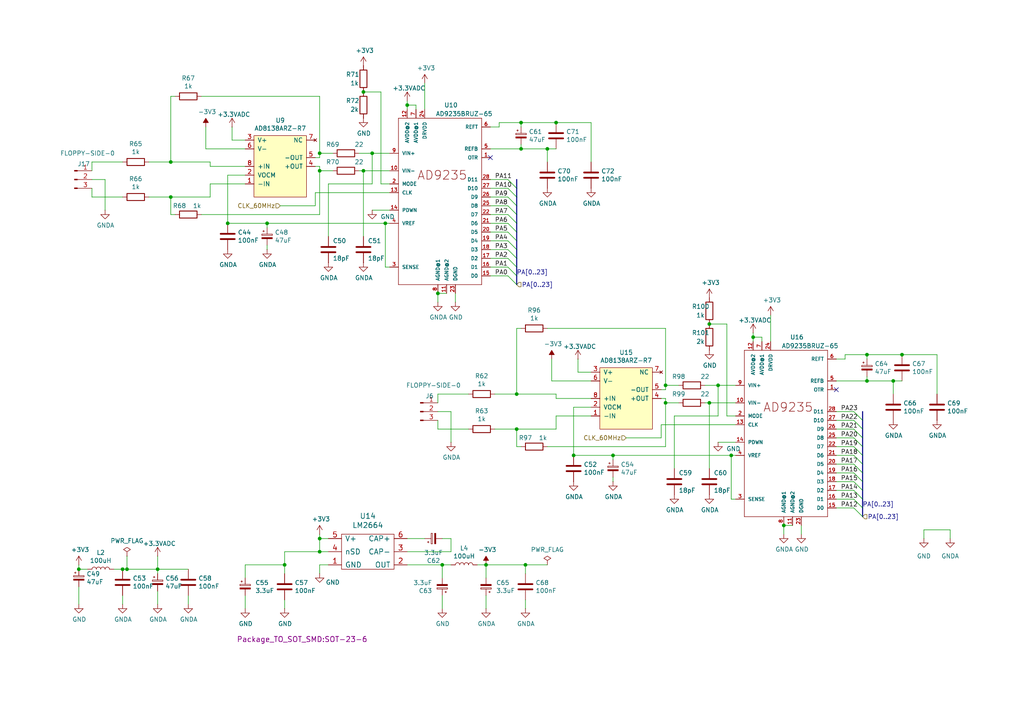
<source format=kicad_sch>
(kicad_sch
	(version 20231120)
	(generator "eeschema")
	(generator_version "8.0")
	(uuid "31e453ed-c999-4f32-9a0d-aa347ea73dda")
	(paper "A4")
	(title_block
		(title "Greaseweazle F7 Lighting, USB PD")
		(date "2023-08-27")
		(rev "2.04")
		(company "SweProj.com")
	)
	
	(junction
		(at 161.29 35.56)
		(diameter 0)
		(color 0 0 0 0)
		(uuid "06b2d4dd-39e4-432a-bcb6-0af4ebf45ce3")
	)
	(junction
		(at 66.04 64.77)
		(diameter 0)
		(color 0 0 0 0)
		(uuid "105efbbb-e7c8-4982-b1bd-3746402663da")
	)
	(junction
		(at 111.76 64.77)
		(diameter 0)
		(color 0 0 0 0)
		(uuid "17e3ddf1-cf8b-407d-a1aa-f33cf01d2c0b")
	)
	(junction
		(at 140.97 163.83)
		(diameter 0)
		(color 0 0 0 0)
		(uuid "1c6e6764-204a-49db-8662-c2dd21affd48")
	)
	(junction
		(at 158.75 43.18)
		(diameter 0)
		(color 0 0 0 0)
		(uuid "24eb8c31-67db-4be2-b0f2-278e7dbe5402")
	)
	(junction
		(at 92.71 156.21)
		(diameter 0)
		(color 0 0 0 0)
		(uuid "31764a6f-b6a9-47ee-8226-47d6f3ab5399")
	)
	(junction
		(at 251.46 110.49)
		(diameter 0)
		(color 0 0 0 0)
		(uuid "318108ee-c861-4f2c-b50f-b160aaaac78e")
	)
	(junction
		(at 152.4 163.83)
		(diameter 0)
		(color 0 0 0 0)
		(uuid "3c21e653-0dac-4514-b58c-db3fc663891f")
	)
	(junction
		(at 92.71 44.45)
		(diameter 0)
		(color 0 0 0 0)
		(uuid "3cf7a420-a773-4d82-b128-02b10111dbfb")
	)
	(junction
		(at 92.71 49.53)
		(diameter 0)
		(color 0 0 0 0)
		(uuid "3f524cea-979c-4412-99ab-e0571074e25f")
	)
	(junction
		(at 218.44 97.79)
		(diameter 0)
		(color 0 0 0 0)
		(uuid "47443037-4486-4acf-a830-654607577c11")
	)
	(junction
		(at 205.74 116.84)
		(diameter 0)
		(color 0 0 0 0)
		(uuid "4903c560-ed12-44b7-9f8a-604011130024")
	)
	(junction
		(at 107.95 44.45)
		(diameter 0)
		(color 0 0 0 0)
		(uuid "4cb1a32d-aff2-4768-8d4f-bcc5faf54054")
	)
	(junction
		(at 151.13 35.56)
		(diameter 0)
		(color 0 0 0 0)
		(uuid "4e85542c-39af-4674-855f-f4cfb99a94c9")
	)
	(junction
		(at 127 85.09)
		(diameter 0)
		(color 0 0 0 0)
		(uuid "4efd0b3d-92b4-4527-b56a-a903181eb3e6")
	)
	(junction
		(at 261.62 102.87)
		(diameter 0)
		(color 0 0 0 0)
		(uuid "547f8405-8355-4130-8c32-295f85f26cbb")
	)
	(junction
		(at 77.47 64.77)
		(diameter 0)
		(color 0 0 0 0)
		(uuid "59e7b5a9-c3db-45a3-b106-804d34a04797")
	)
	(junction
		(at 105.41 26.67)
		(diameter 0)
		(color 0 0 0 0)
		(uuid "65418b8c-486c-49c0-af86-17cd71318f2c")
	)
	(junction
		(at 128.27 163.83)
		(diameter 0)
		(color 0 0 0 0)
		(uuid "699c9984-4762-4608-889c-ef6d70220782")
	)
	(junction
		(at 259.08 110.49)
		(diameter 0)
		(color 0 0 0 0)
		(uuid "69a1d2d6-41f7-4c93-8c47-9e4f312851cb")
	)
	(junction
		(at 149.86 114.3)
		(diameter 0)
		(color 0 0 0 0)
		(uuid "6c192a7e-33f2-4995-8d27-3fbd5bf00d1a")
	)
	(junction
		(at 205.74 93.98)
		(diameter 0)
		(color 0 0 0 0)
		(uuid "6f3b6ea8-1eb7-4693-9a2b-c32a65175502")
	)
	(junction
		(at 193.04 116.84)
		(diameter 0)
		(color 0 0 0 0)
		(uuid "9bdb3914-cb09-45af-9bbf-7ae8f7f1d44d")
	)
	(junction
		(at 35.56 165.1)
		(diameter 0)
		(color 0 0 0 0)
		(uuid "a479f594-cb90-4d67-a22e-61119f359192")
	)
	(junction
		(at 212.09 132.08)
		(diameter 0)
		(color 0 0 0 0)
		(uuid "a84dc7d9-16cd-4dad-8a04-4d78d3bf98d3")
	)
	(junction
		(at 149.86 124.46)
		(diameter 0)
		(color 0 0 0 0)
		(uuid "c301241d-491f-4a7d-8d0c-07ea1cc6d287")
	)
	(junction
		(at 92.71 160.02)
		(diameter 0)
		(color 0 0 0 0)
		(uuid "c618d995-8ff9-424a-8245-0966b93f843e")
	)
	(junction
		(at 251.46 102.87)
		(diameter 0)
		(color 0 0 0 0)
		(uuid "d061ab8f-a90e-4c50-81b3-f6fe7d1bc487")
	)
	(junction
		(at 49.53 46.99)
		(diameter 0)
		(color 0 0 0 0)
		(uuid "d1fd1eb9-fc57-432b-9724-4b6395d0aca9")
	)
	(junction
		(at 227.33 152.4)
		(diameter 0)
		(color 0 0 0 0)
		(uuid "d368871a-7864-415a-8566-f7632ef67c4b")
	)
	(junction
		(at 45.72 165.1)
		(diameter 0)
		(color 0 0 0 0)
		(uuid "d4187ae4-8c4a-4ee8-9878-db9c27a21bb0")
	)
	(junction
		(at 208.28 111.76)
		(diameter 0)
		(color 0 0 0 0)
		(uuid "d725025d-454c-4187-97b8-16186b2b6d86")
	)
	(junction
		(at 177.8 132.08)
		(diameter 0)
		(color 0 0 0 0)
		(uuid "d76e8dd6-8b83-478f-8639-421f37d1f246")
	)
	(junction
		(at 82.55 163.83)
		(diameter 0)
		(color 0 0 0 0)
		(uuid "d7d34096-95cb-4e33-a451-6fce0d48a866")
	)
	(junction
		(at 105.41 49.53)
		(diameter 0)
		(color 0 0 0 0)
		(uuid "da87d9f2-e2d2-4de4-b1c4-835dcb073cb1")
	)
	(junction
		(at 193.04 111.76)
		(diameter 0)
		(color 0 0 0 0)
		(uuid "e2c90ed6-efc8-49c8-bac2-01cb194b4f38")
	)
	(junction
		(at 36.83 165.1)
		(diameter 0)
		(color 0 0 0 0)
		(uuid "e6a5d661-e10f-49ab-b328-7bd8e0967d1b")
	)
	(junction
		(at 151.13 43.18)
		(diameter 0)
		(color 0 0 0 0)
		(uuid "e81b9b60-3ed8-4254-acd8-6614ec9aeb5d")
	)
	(junction
		(at 166.37 132.08)
		(diameter 0)
		(color 0 0 0 0)
		(uuid "e90ba5b8-4d8c-4734-b017-41cc9b9ad147")
	)
	(junction
		(at 118.11 30.48)
		(diameter 0)
		(color 0 0 0 0)
		(uuid "eaac60f2-daaf-442e-bf07-0a370bd12b1e")
	)
	(junction
		(at 49.53 57.15)
		(diameter 0)
		(color 0 0 0 0)
		(uuid "eadf4190-1e08-4fbd-b45b-c82b9fe484a6")
	)
	(junction
		(at 22.86 165.1)
		(diameter 0)
		(color 0 0 0 0)
		(uuid "ff26b2b3-54c1-4247-b5f9-18084af407f4")
	)
	(no_connect
		(at 242.57 113.03)
		(uuid "29a30f90-410f-4a9d-869c-7214b3182a04")
	)
	(no_connect
		(at 142.24 45.72)
		(uuid "90e2ba75-6a82-43d5-b39a-bd7fbb55bc04")
	)
	(bus_entry
		(at 247.65 127)
		(size 2.54 2.54)
		(stroke
			(width 0)
			(type default)
		)
		(uuid "16a3be75-16a1-44b9-a051-b28d8ee761c8")
	)
	(bus_entry
		(at 147.32 59.69)
		(size 2.54 2.54)
		(stroke
			(width 0)
			(type default)
		)
		(uuid "1c5ab560-71c8-4cb9-bde5-52d5c307280e")
	)
	(bus_entry
		(at 147.32 62.23)
		(size 2.54 2.54)
		(stroke
			(width 0)
			(type default)
		)
		(uuid "1c5ab560-71c8-4cb9-bde5-52d5c307280f")
	)
	(bus_entry
		(at 147.32 64.77)
		(size 2.54 2.54)
		(stroke
			(width 0)
			(type default)
		)
		(uuid "1c5ab560-71c8-4cb9-bde5-52d5c3072810")
	)
	(bus_entry
		(at 147.32 72.39)
		(size 2.54 2.54)
		(stroke
			(width 0)
			(type default)
		)
		(uuid "1c5ab560-71c8-4cb9-bde5-52d5c3072811")
	)
	(bus_entry
		(at 147.32 74.93)
		(size 2.54 2.54)
		(stroke
			(width 0)
			(type default)
		)
		(uuid "1c5ab560-71c8-4cb9-bde5-52d5c3072812")
	)
	(bus_entry
		(at 147.32 77.47)
		(size 2.54 2.54)
		(stroke
			(width 0)
			(type default)
		)
		(uuid "1c5ab560-71c8-4cb9-bde5-52d5c3072813")
	)
	(bus_entry
		(at 147.32 80.01)
		(size 2.54 2.54)
		(stroke
			(width 0)
			(type default)
		)
		(uuid "1c5ab560-71c8-4cb9-bde5-52d5c3072814")
	)
	(bus_entry
		(at 147.32 52.07)
		(size 2.54 2.54)
		(stroke
			(width 0)
			(type default)
		)
		(uuid "1c5ab560-71c8-4cb9-bde5-52d5c3072815")
	)
	(bus_entry
		(at 147.32 54.61)
		(size 2.54 2.54)
		(stroke
			(width 0)
			(type default)
		)
		(uuid "1c5ab560-71c8-4cb9-bde5-52d5c3072816")
	)
	(bus_entry
		(at 147.32 57.15)
		(size 2.54 2.54)
		(stroke
			(width 0)
			(type default)
		)
		(uuid "1c5ab560-71c8-4cb9-bde5-52d5c3072817")
	)
	(bus_entry
		(at 147.32 69.85)
		(size 2.54 2.54)
		(stroke
			(width 0)
			(type default)
		)
		(uuid "1c5ab560-71c8-4cb9-bde5-52d5c3072818")
	)
	(bus_entry
		(at 147.32 67.31)
		(size 2.54 2.54)
		(stroke
			(width 0)
			(type default)
		)
		(uuid "1c5ab560-71c8-4cb9-bde5-52d5c3072819")
	)
	(bus_entry
		(at 247.65 119.38)
		(size 2.54 2.54)
		(stroke
			(width 0)
			(type default)
		)
		(uuid "628a1f68-d0c1-47d7-9936-2762c60c44c1")
	)
	(bus_entry
		(at 247.65 132.08)
		(size 2.54 2.54)
		(stroke
			(width 0)
			(type default)
		)
		(uuid "643def96-1d97-4b70-b87a-b4868e4a8ab9")
	)
	(bus_entry
		(at 247.65 129.54)
		(size 2.54 2.54)
		(stroke
			(width 0)
			(type default)
		)
		(uuid "906db794-b8eb-4d46-9c96-8e81c52e3aaa")
	)
	(bus_entry
		(at 247.65 139.7)
		(size 2.54 2.54)
		(stroke
			(width 0)
			(type default)
		)
		(uuid "9fba17b2-6635-4133-93d1-5daae07466c5")
	)
	(bus_entry
		(at 247.65 121.92)
		(size 2.54 2.54)
		(stroke
			(width 0)
			(type default)
		)
		(uuid "b13a9432-e077-404d-a70f-65c9678376df")
	)
	(bus_entry
		(at 247.65 144.78)
		(size 2.54 2.54)
		(stroke
			(width 0)
			(type default)
		)
		(uuid "d105fbf1-6847-4dc6-aeac-8b41a4a45fa2")
	)
	(bus_entry
		(at 247.65 147.32)
		(size 2.54 2.54)
		(stroke
			(width 0)
			(type default)
		)
		(uuid "e6a26238-95f4-4ce1-b584-ad94a2b2b27e")
	)
	(bus_entry
		(at 247.65 124.46)
		(size 2.54 2.54)
		(stroke
			(width 0)
			(type default)
		)
		(uuid "ec09ad2a-7a09-4533-8b2b-d8626e1688f8")
	)
	(bus_entry
		(at 247.65 137.16)
		(size 2.54 2.54)
		(stroke
			(width 0)
			(type default)
		)
		(uuid "f1cf269f-5d3c-40f2-8e8c-99221ca32fbf")
	)
	(bus_entry
		(at 247.65 134.62)
		(size 2.54 2.54)
		(stroke
			(width 0)
			(type default)
		)
		(uuid "f297ab63-f70b-4627-988f-9282b5a9fb47")
	)
	(bus_entry
		(at 247.65 142.24)
		(size 2.54 2.54)
		(stroke
			(width 0)
			(type default)
		)
		(uuid "feaf63bb-512d-4fe6-bf4e-835d0546a2d8")
	)
	(wire
		(pts
			(xy 107.95 60.96) (xy 113.03 60.96)
		)
		(stroke
			(width 0)
			(type default)
		)
		(uuid "01243e97-8b06-431a-aa8e-7c55932f4f9b")
	)
	(wire
		(pts
			(xy 242.57 121.92) (xy 247.65 121.92)
		)
		(stroke
			(width 0)
			(type default)
		)
		(uuid "01f08034-5c1a-4545-8d04-ec284ffc0f44")
	)
	(wire
		(pts
			(xy 196.85 116.84) (xy 193.04 116.84)
		)
		(stroke
			(width 0)
			(type default)
		)
		(uuid "02061d43-656b-499b-a92e-c29000bd4729")
	)
	(wire
		(pts
			(xy 151.13 43.18) (xy 158.75 43.18)
		)
		(stroke
			(width 0)
			(type default)
		)
		(uuid "02bcb57b-02a3-4713-9a04-3c161f58c05b")
	)
	(wire
		(pts
			(xy 96.52 49.53) (xy 92.71 49.53)
		)
		(stroke
			(width 0)
			(type default)
		)
		(uuid "03f47f27-ece8-40d9-8787-e42323816c50")
	)
	(wire
		(pts
			(xy 128.27 172.72) (xy 128.27 176.53)
		)
		(stroke
			(width 0)
			(type default)
		)
		(uuid "05191a4e-c865-4ad5-893c-bd49e03261ca")
	)
	(wire
		(pts
			(xy 45.72 165.1) (xy 45.72 161.29)
		)
		(stroke
			(width 0)
			(type default)
		)
		(uuid "063dd4a5-4309-4260-ad09-c21e2e9f1b44")
	)
	(wire
		(pts
			(xy 210.82 93.98) (xy 210.82 120.65)
		)
		(stroke
			(width 0)
			(type default)
		)
		(uuid "071b2d95-64ba-4e4d-9188-ab6a618ee151")
	)
	(wire
		(pts
			(xy 158.75 163.83) (xy 152.4 163.83)
		)
		(stroke
			(width 0)
			(type default)
		)
		(uuid "0785df82-be98-41a2-85fd-dd859970c401")
	)
	(wire
		(pts
			(xy 135.89 124.46) (xy 127 124.46)
		)
		(stroke
			(width 0)
			(type default)
		)
		(uuid "089edbf9-782d-4d9d-a5d9-d57dd32b0acf")
	)
	(wire
		(pts
			(xy 242.57 142.24) (xy 247.65 142.24)
		)
		(stroke
			(width 0)
			(type default)
		)
		(uuid "08f95b38-ccfa-4d08-812c-35d341e8cd5c")
	)
	(wire
		(pts
			(xy 107.95 44.45) (xy 113.03 44.45)
		)
		(stroke
			(width 0)
			(type default)
		)
		(uuid "092c71db-f94f-46b0-9d68-b413b8a31808")
	)
	(wire
		(pts
			(xy 92.71 156.21) (xy 92.71 154.94)
		)
		(stroke
			(width 0)
			(type default)
		)
		(uuid "094967e9-1eab-490e-8dc1-788e59d5d863")
	)
	(wire
		(pts
			(xy 242.57 119.38) (xy 247.65 119.38)
		)
		(stroke
			(width 0)
			(type default)
		)
		(uuid "0b402d04-7e99-49d0-933e-0ac8dbec011c")
	)
	(wire
		(pts
			(xy 123.19 31.75) (xy 123.19 24.13)
		)
		(stroke
			(width 0)
			(type default)
		)
		(uuid "0bf041c5-beee-47c5-b347-763fe47bcb0d")
	)
	(wire
		(pts
			(xy 59.69 36.83) (xy 59.69 43.18)
		)
		(stroke
			(width 0)
			(type default)
		)
		(uuid "0d0b30a6-8a18-4598-8448-b4dc6f5eae91")
	)
	(wire
		(pts
			(xy 127 121.92) (xy 127 124.46)
		)
		(stroke
			(width 0)
			(type default)
		)
		(uuid "0e961679-7aae-45e7-b2d6-931343f2abe3")
	)
	(wire
		(pts
			(xy 149.86 95.25) (xy 151.13 95.25)
		)
		(stroke
			(width 0)
			(type default)
		)
		(uuid "0ef0de65-6486-4380-a1eb-cc037f5d1cb4")
	)
	(wire
		(pts
			(xy 92.71 27.94) (xy 58.42 27.94)
		)
		(stroke
			(width 0)
			(type default)
		)
		(uuid "0ef5fcda-f018-4ff0-84ac-def75fee4037")
	)
	(wire
		(pts
			(xy 118.11 31.75) (xy 118.11 30.48)
		)
		(stroke
			(width 0)
			(type default)
		)
		(uuid "0ffc638c-04ba-4267-8b0b-11eca3a861d9")
	)
	(wire
		(pts
			(xy 107.95 53.34) (xy 107.95 44.45)
		)
		(stroke
			(width 0)
			(type default)
		)
		(uuid "10837679-f5bd-4237-8ad2-e94aa2f454b8")
	)
	(bus
		(pts
			(xy 250.19 139.7) (xy 250.19 142.24)
		)
		(stroke
			(width 0)
			(type default)
		)
		(uuid "17b08bb1-4974-4348-adc8-0f3464f05871")
	)
	(bus
		(pts
			(xy 149.86 52.07) (xy 149.86 54.61)
		)
		(stroke
			(width 0)
			(type default)
		)
		(uuid "184266a9-d3e0-40de-a326-44f17d90c856")
	)
	(bus
		(pts
			(xy 250.19 127) (xy 250.19 129.54)
		)
		(stroke
			(width 0)
			(type default)
		)
		(uuid "1a2a00b2-e442-4e1d-a9ce-48061f39cc1e")
	)
	(wire
		(pts
			(xy 128.27 156.21) (xy 130.81 156.21)
		)
		(stroke
			(width 0)
			(type default)
		)
		(uuid "1b70b768-feae-450e-98a2-49460d219153")
	)
	(wire
		(pts
			(xy 142.24 57.15) (xy 147.32 57.15)
		)
		(stroke
			(width 0)
			(type default)
		)
		(uuid "244b3608-3661-44ff-a8a7-61abda679437")
	)
	(wire
		(pts
			(xy 105.41 68.58) (xy 105.41 49.53)
		)
		(stroke
			(width 0)
			(type default)
		)
		(uuid "26dc74c9-e910-46d3-abdf-77f907378c43")
	)
	(wire
		(pts
			(xy 118.11 156.21) (xy 123.19 156.21)
		)
		(stroke
			(width 0)
			(type default)
		)
		(uuid "26e568b0-496a-4ca5-aacc-0f45742cd00d")
	)
	(wire
		(pts
			(xy 142.24 59.69) (xy 147.32 59.69)
		)
		(stroke
			(width 0)
			(type default)
		)
		(uuid "275bbd3c-603b-4e4e-ab1b-f39df69645c9")
	)
	(wire
		(pts
			(xy 161.29 115.57) (xy 171.45 115.57)
		)
		(stroke
			(width 0)
			(type default)
		)
		(uuid "296f6bc9-04ee-47b9-a0f6-cd598a19eb16")
	)
	(wire
		(pts
			(xy 149.86 114.3) (xy 149.86 95.25)
		)
		(stroke
			(width 0)
			(type default)
		)
		(uuid "29758147-86bd-450b-917b-6bb1b80a3e59")
	)
	(wire
		(pts
			(xy 242.57 124.46) (xy 247.65 124.46)
		)
		(stroke
			(width 0)
			(type default)
		)
		(uuid "29c4d337-0dd4-4713-8506-1bd725dfd12c")
	)
	(wire
		(pts
			(xy 22.86 165.1) (xy 25.4 165.1)
		)
		(stroke
			(width 0)
			(type default)
		)
		(uuid "2a9cf587-abfb-494c-b897-565e6fe366be")
	)
	(wire
		(pts
			(xy 149.86 129.54) (xy 149.86 124.46)
		)
		(stroke
			(width 0)
			(type default)
		)
		(uuid "2ada284f-b67b-434d-8ec4-be0161a1a5e7")
	)
	(wire
		(pts
			(xy 66.04 64.77) (xy 66.04 50.8)
		)
		(stroke
			(width 0)
			(type default)
		)
		(uuid "2bec04ae-e9c6-4775-8638-f052ad2d9a84")
	)
	(wire
		(pts
			(xy 45.72 166.37) (xy 45.72 165.1)
		)
		(stroke
			(width 0)
			(type default)
		)
		(uuid "2c339699-6fbd-480f-ae92-124a79a15a40")
	)
	(wire
		(pts
			(xy 49.53 62.23) (xy 49.53 57.15)
		)
		(stroke
			(width 0)
			(type default)
		)
		(uuid "2cab1984-c148-4468-a051-3a980f0f8bad")
	)
	(wire
		(pts
			(xy 127 87.63) (xy 127 85.09)
		)
		(stroke
			(width 0)
			(type default)
		)
		(uuid "2d138610-8d75-4709-af16-f6ec3e2b8d76")
	)
	(wire
		(pts
			(xy 92.71 44.45) (xy 92.71 27.94)
		)
		(stroke
			(width 0)
			(type default)
		)
		(uuid "2ee90598-5a1d-4438-9c84-b95faee22ef4")
	)
	(wire
		(pts
			(xy 193.04 116.84) (xy 193.04 115.57)
		)
		(stroke
			(width 0)
			(type default)
		)
		(uuid "31a10552-a9ee-4ab4-a98b-e1759e4e1ecd")
	)
	(wire
		(pts
			(xy 128.27 163.83) (xy 130.81 163.83)
		)
		(stroke
			(width 0)
			(type default)
		)
		(uuid "32f063d1-7bfa-4e3f-8449-c94e2644f008")
	)
	(wire
		(pts
			(xy 91.44 55.88) (xy 113.03 55.88)
		)
		(stroke
			(width 0)
			(type default)
		)
		(uuid "3307d1d5-4275-4f49-b318-d426f31b463b")
	)
	(wire
		(pts
			(xy 66.04 50.8) (xy 71.12 50.8)
		)
		(stroke
			(width 0)
			(type default)
		)
		(uuid "357a53b6-2517-44a8-bd00-97afbab96bd6")
	)
	(bus
		(pts
			(xy 149.86 57.15) (xy 149.86 59.69)
		)
		(stroke
			(width 0)
			(type default)
		)
		(uuid "35e29f82-52dc-4bb2-9403-f57ef6d4c99c")
	)
	(wire
		(pts
			(xy 161.29 114.3) (xy 161.29 115.57)
		)
		(stroke
			(width 0)
			(type default)
		)
		(uuid "363c152f-a524-49de-b4d0-fab462751954")
	)
	(wire
		(pts
			(xy 95.25 156.21) (xy 92.71 156.21)
		)
		(stroke
			(width 0)
			(type default)
		)
		(uuid "38da352b-61a7-48d9-86bb-85815faf6164")
	)
	(wire
		(pts
			(xy 92.71 163.83) (xy 95.25 163.83)
		)
		(stroke
			(width 0)
			(type default)
		)
		(uuid "39c2426f-030d-48b9-8818-50fd5313f136")
	)
	(wire
		(pts
			(xy 105.41 49.53) (xy 113.03 49.53)
		)
		(stroke
			(width 0)
			(type default)
		)
		(uuid "3a346a10-e41a-45d3-9d5d-60dbe3df92cf")
	)
	(wire
		(pts
			(xy 245.11 104.14) (xy 245.11 102.87)
		)
		(stroke
			(width 0)
			(type default)
		)
		(uuid "3b35e620-1301-43f2-b4ff-fe22633a7d71")
	)
	(wire
		(pts
			(xy 142.24 72.39) (xy 147.32 72.39)
		)
		(stroke
			(width 0)
			(type default)
		)
		(uuid "3bf01212-1402-41c3-8b0e-0290409948a3")
	)
	(wire
		(pts
			(xy 181.61 127) (xy 191.77 127)
		)
		(stroke
			(width 0)
			(type default)
		)
		(uuid "3c780930-418e-4630-919f-e773e21d6723")
	)
	(wire
		(pts
			(xy 35.56 175.26) (xy 35.56 172.72)
		)
		(stroke
			(width 0)
			(type default)
		)
		(uuid "3cff8059-07bc-4735-b6a3-eb6fde2d69ce")
	)
	(wire
		(pts
			(xy 177.8 132.08) (xy 177.8 133.35)
		)
		(stroke
			(width 0)
			(type default)
		)
		(uuid "3e57ddad-0d94-4e6e-8665-0675c87c610a")
	)
	(wire
		(pts
			(xy 208.28 120.65) (xy 208.28 111.76)
		)
		(stroke
			(width 0)
			(type default)
		)
		(uuid "3e8c5691-436d-432f-a132-21408014dd97")
	)
	(wire
		(pts
			(xy 71.12 40.64) (xy 67.31 40.64)
		)
		(stroke
			(width 0)
			(type default)
		)
		(uuid "3e9a4060-3308-4f3c-8aac-1ce0f630c4a4")
	)
	(wire
		(pts
			(xy 149.86 124.46) (xy 143.51 124.46)
		)
		(stroke
			(width 0)
			(type default)
		)
		(uuid "40d77631-227b-42af-8c5e-5b49f4db3448")
	)
	(wire
		(pts
			(xy 171.45 110.49) (xy 160.02 110.49)
		)
		(stroke
			(width 0)
			(type default)
		)
		(uuid "41e21930-36a4-44c8-8ceb-e99e03974c84")
	)
	(wire
		(pts
			(xy 111.76 64.77) (xy 113.03 64.77)
		)
		(stroke
			(width 0)
			(type default)
		)
		(uuid "420c02f2-bb4a-4815-adf5-19b2d85b2a45")
	)
	(wire
		(pts
			(xy 208.28 128.27) (xy 213.36 128.27)
		)
		(stroke
			(width 0)
			(type default)
		)
		(uuid "4413e0d1-7d46-4456-8f8f-4a1a3e9c0dd0")
	)
	(wire
		(pts
			(xy 92.71 45.72) (xy 92.71 44.45)
		)
		(stroke
			(width 0)
			(type default)
		)
		(uuid "444e92c5-5857-4256-9fa6-4964d6e90359")
	)
	(wire
		(pts
			(xy 45.72 171.45) (xy 45.72 175.26)
		)
		(stroke
			(width 0)
			(type default)
		)
		(uuid "44e263b5-1c87-4e1c-bd54-c8f11f5a2832")
	)
	(wire
		(pts
			(xy 130.81 128.27) (xy 130.81 119.38)
		)
		(stroke
			(width 0)
			(type default)
		)
		(uuid "452d4dcb-658a-40d3-a310-e8da0efd2766")
	)
	(wire
		(pts
			(xy 149.86 114.3) (xy 161.29 114.3)
		)
		(stroke
			(width 0)
			(type default)
		)
		(uuid "45333578-4019-469c-92c1-980713474be3")
	)
	(wire
		(pts
			(xy 111.76 64.77) (xy 111.76 77.47)
		)
		(stroke
			(width 0)
			(type default)
		)
		(uuid "4796591d-8dbd-4f92-8843-7a875a0dc47c")
	)
	(wire
		(pts
			(xy 220.98 97.79) (xy 218.44 97.79)
		)
		(stroke
			(width 0)
			(type default)
		)
		(uuid "494da801-8835-42e0-9910-15414b98f39a")
	)
	(wire
		(pts
			(xy 242.57 134.62) (xy 247.65 134.62)
		)
		(stroke
			(width 0)
			(type default)
		)
		(uuid "4c5ff270-72e2-4f1f-a703-1f41dfef188b")
	)
	(bus
		(pts
			(xy 250.19 129.54) (xy 250.19 132.08)
		)
		(stroke
			(width 0)
			(type default)
		)
		(uuid "4f096af7-ce5b-4c13-970e-2be6fcb3cf65")
	)
	(wire
		(pts
			(xy 158.75 129.54) (xy 193.04 129.54)
		)
		(stroke
			(width 0)
			(type default)
		)
		(uuid "4f6c9388-6f53-417c-a819-aae400f887c0")
	)
	(wire
		(pts
			(xy 35.56 165.1) (xy 36.83 165.1)
		)
		(stroke
			(width 0)
			(type default)
		)
		(uuid "4f6fe5c4-4ead-444a-bb45-f66a9a2736d8")
	)
	(wire
		(pts
			(xy 158.75 46.99) (xy 158.75 43.18)
		)
		(stroke
			(width 0)
			(type default)
		)
		(uuid "50087860-6a4e-45aa-955d-a7b86b00bd1f")
	)
	(wire
		(pts
			(xy 151.13 36.83) (xy 151.13 35.56)
		)
		(stroke
			(width 0)
			(type default)
		)
		(uuid "51217eed-53db-450f-a427-ad84defbf3f5")
	)
	(wire
		(pts
			(xy 151.13 129.54) (xy 149.86 129.54)
		)
		(stroke
			(width 0)
			(type default)
		)
		(uuid "5143a690-5b49-4db3-9ddf-7b9a5a32b68a")
	)
	(wire
		(pts
			(xy 166.37 118.11) (xy 171.45 118.11)
		)
		(stroke
			(width 0)
			(type default)
		)
		(uuid "524acd50-f84a-43e2-95d2-b0469b37ba1c")
	)
	(wire
		(pts
			(xy 26.67 46.99) (xy 26.67 49.53)
		)
		(stroke
			(width 0)
			(type default)
		)
		(uuid "53810c5c-3a59-4ce3-a5e9-eb9b73afcaa2")
	)
	(bus
		(pts
			(xy 149.86 80.01) (xy 149.86 82.55)
		)
		(stroke
			(width 0)
			(type default)
		)
		(uuid "5387460a-9dd2-432d-9ee9-fcd31b34a65b")
	)
	(wire
		(pts
			(xy 232.41 154.94) (xy 232.41 152.4)
		)
		(stroke
			(width 0)
			(type default)
		)
		(uuid "54624529-bb35-403d-a141-de3bcebc7f78")
	)
	(bus
		(pts
			(xy 250.19 137.16) (xy 250.19 139.7)
		)
		(stroke
			(width 0)
			(type default)
		)
		(uuid "54867d2f-55aa-4fcf-aa82-fc6cad04739b")
	)
	(wire
		(pts
			(xy 110.49 26.67) (xy 110.49 53.34)
		)
		(stroke
			(width 0)
			(type default)
		)
		(uuid "552a2b0b-260f-4bdb-be93-cdb8b4dee546")
	)
	(bus
		(pts
			(xy 250.19 134.62) (xy 250.19 137.16)
		)
		(stroke
			(width 0)
			(type default)
		)
		(uuid "5545abd5-567c-4281-8171-f82300aa151a")
	)
	(wire
		(pts
			(xy 166.37 132.08) (xy 166.37 118.11)
		)
		(stroke
			(width 0)
			(type default)
		)
		(uuid "579b03e8-bb34-4c63-953b-0c0e3c9a3b54")
	)
	(bus
		(pts
			(xy 250.19 132.08) (xy 250.19 134.62)
		)
		(stroke
			(width 0)
			(type default)
		)
		(uuid "5873b9e2-91d2-4cef-96fe-7277cb235838")
	)
	(wire
		(pts
			(xy 223.52 99.06) (xy 223.52 91.44)
		)
		(stroke
			(width 0)
			(type default)
		)
		(uuid "59160643-9053-44b6-8c80-a05be73aa594")
	)
	(wire
		(pts
			(xy 81.28 59.69) (xy 91.44 59.69)
		)
		(stroke
			(width 0)
			(type default)
		)
		(uuid "59a58d5e-b21f-4a44-a3b5-cd0a00a5bfdf")
	)
	(wire
		(pts
			(xy 140.97 172.72) (xy 140.97 176.53)
		)
		(stroke
			(width 0)
			(type default)
		)
		(uuid "5c97eb19-1b26-416a-883c-48b95f9ca42f")
	)
	(wire
		(pts
			(xy 140.97 163.83) (xy 140.97 167.64)
		)
		(stroke
			(width 0)
			(type default)
		)
		(uuid "5e5a2be6-6028-4e31-815f-8548df07f711")
	)
	(wire
		(pts
			(xy 142.24 54.61) (xy 147.32 54.61)
		)
		(stroke
			(width 0)
			(type default)
		)
		(uuid "5e8132a6-6cb0-41d9-a79f-54713e72c901")
	)
	(wire
		(pts
			(xy 105.41 26.67) (xy 110.49 26.67)
		)
		(stroke
			(width 0)
			(type default)
		)
		(uuid "5fbbe786-9c97-42c3-8d84-d8984b053011")
	)
	(wire
		(pts
			(xy 22.86 170.18) (xy 22.86 175.26)
		)
		(stroke
			(width 0)
			(type default)
		)
		(uuid "60512c78-64f9-4ec6-b197-f5ca03a7c0cc")
	)
	(wire
		(pts
			(xy 127 114.3) (xy 127 116.84)
		)
		(stroke
			(width 0)
			(type default)
		)
		(uuid "60e073e9-e8c4-428b-891b-f1f5aa621b59")
	)
	(wire
		(pts
			(xy 142.24 43.18) (xy 151.13 43.18)
		)
		(stroke
			(width 0)
			(type default)
		)
		(uuid "6117adba-1ee4-425d-92d4-4ad1dce2d302")
	)
	(wire
		(pts
			(xy 191.77 113.03) (xy 193.04 113.03)
		)
		(stroke
			(width 0)
			(type default)
		)
		(uuid "61608d6a-bd7f-42a5-88dd-df6d748cf145")
	)
	(wire
		(pts
			(xy 259.08 110.49) (xy 261.62 110.49)
		)
		(stroke
			(width 0)
			(type default)
		)
		(uuid "61683139-e628-4ac6-98ab-730704fcc40d")
	)
	(wire
		(pts
			(xy 142.24 69.85) (xy 147.32 69.85)
		)
		(stroke
			(width 0)
			(type default)
		)
		(uuid "6176d85c-2f26-4635-89dc-ea7cf062c995")
	)
	(wire
		(pts
			(xy 71.12 163.83) (xy 71.12 167.64)
		)
		(stroke
			(width 0)
			(type default)
		)
		(uuid "6187da17-826a-4051-9577-5049014453da")
	)
	(wire
		(pts
			(xy 158.75 43.18) (xy 161.29 43.18)
		)
		(stroke
			(width 0)
			(type default)
		)
		(uuid "6234967d-ef45-4d5d-a28c-20bf2c8ea1a4")
	)
	(wire
		(pts
			(xy 196.85 111.76) (xy 193.04 111.76)
		)
		(stroke
			(width 0)
			(type default)
		)
		(uuid "626541fe-656d-4b86-b104-c89df5b855aa")
	)
	(wire
		(pts
			(xy 220.98 99.06) (xy 220.98 97.79)
		)
		(stroke
			(width 0)
			(type default)
		)
		(uuid "6306d2ac-66ea-49d1-8e2d-672406e98f60")
	)
	(wire
		(pts
			(xy 242.57 127) (xy 247.65 127)
		)
		(stroke
			(width 0)
			(type default)
		)
		(uuid "645b6f5e-04b6-4da6-b276-5ae6132e579f")
	)
	(wire
		(pts
			(xy 218.44 97.79) (xy 218.44 96.52)
		)
		(stroke
			(width 0)
			(type default)
		)
		(uuid "64cf7fcb-7cff-449f-bbcb-2470f82c53ca")
	)
	(wire
		(pts
			(xy 152.4 163.83) (xy 140.97 163.83)
		)
		(stroke
			(width 0)
			(type default)
		)
		(uuid "67d2e852-3b3a-4ac1-8b48-a431e0fdd150")
	)
	(wire
		(pts
			(xy 212.09 144.78) (xy 213.36 144.78)
		)
		(stroke
			(width 0)
			(type default)
		)
		(uuid "6845651d-bfca-477e-8432-d54df0892b74")
	)
	(wire
		(pts
			(xy 271.78 102.87) (xy 271.78 114.3)
		)
		(stroke
			(width 0)
			(type default)
		)
		(uuid "687ad4b0-4ade-486f-8bd2-4d966b7579ba")
	)
	(wire
		(pts
			(xy 92.71 48.26) (xy 91.44 48.26)
		)
		(stroke
			(width 0)
			(type default)
		)
		(uuid "688b328c-ab6b-4ab5-99ca-2e3bc1f4a23c")
	)
	(wire
		(pts
			(xy 71.12 43.18) (xy 59.69 43.18)
		)
		(stroke
			(width 0)
			(type default)
		)
		(uuid "69342519-2602-484e-bcf9-ab3508ceb625")
	)
	(wire
		(pts
			(xy 95.25 53.34) (xy 107.95 53.34)
		)
		(stroke
			(width 0)
			(type default)
		)
		(uuid "69bc22f5-2639-49d0-87f7-bed66c010c00")
	)
	(wire
		(pts
			(xy 58.42 62.23) (xy 92.71 62.23)
		)
		(stroke
			(width 0)
			(type default)
		)
		(uuid "6b259859-ce22-4c77-80a1-82f4a3c136a1")
	)
	(wire
		(pts
			(xy 95.25 160.02) (xy 92.71 160.02)
		)
		(stroke
			(width 0)
			(type default)
		)
		(uuid "6c1e299a-0839-4e5e-a987-64ba0169df8d")
	)
	(wire
		(pts
			(xy 49.53 46.99) (xy 60.96 46.99)
		)
		(stroke
			(width 0)
			(type default)
		)
		(uuid "6c3605ea-c257-4817-a08d-8ebc0247bdd8")
	)
	(wire
		(pts
			(xy 71.12 163.83) (xy 82.55 163.83)
		)
		(stroke
			(width 0)
			(type default)
		)
		(uuid "6c45c715-0a40-4884-a090-d1d77f87f089")
	)
	(wire
		(pts
			(xy 251.46 104.14) (xy 251.46 102.87)
		)
		(stroke
			(width 0)
			(type default)
		)
		(uuid "6e859341-988b-493b-af65-80ce94740cb7")
	)
	(wire
		(pts
			(xy 128.27 163.83) (xy 128.27 167.64)
		)
		(stroke
			(width 0)
			(type default)
		)
		(uuid "6ef012ae-f195-42de-a6d2-75920ea45b40")
	)
	(wire
		(pts
			(xy 60.96 48.26) (xy 71.12 48.26)
		)
		(stroke
			(width 0)
			(type default)
		)
		(uuid "710b5f7f-c724-4abc-ae57-115e24a22c18")
	)
	(wire
		(pts
			(xy 160.02 104.14) (xy 160.02 110.49)
		)
		(stroke
			(width 0)
			(type default)
		)
		(uuid "72aaf036-39fd-400f-a70f-b787115d8d7f")
	)
	(bus
		(pts
			(xy 149.86 54.61) (xy 149.86 57.15)
		)
		(stroke
			(width 0)
			(type default)
		)
		(uuid "73804012-2be5-4423-b372-06a1052d50e3")
	)
	(wire
		(pts
			(xy 50.8 62.23) (xy 49.53 62.23)
		)
		(stroke
			(width 0)
			(type default)
		)
		(uuid "7420263c-208e-49e1-aa3e-2d396b2547e3")
	)
	(wire
		(pts
			(xy 71.12 172.72) (xy 71.12 176.53)
		)
		(stroke
			(width 0)
			(type default)
		)
		(uuid "74527b00-09b2-48de-955b-cc80a76704c6")
	)
	(wire
		(pts
			(xy 267.97 156.21) (xy 267.97 153.67)
		)
		(stroke
			(width 0)
			(type default)
		)
		(uuid "7510cdd5-c25d-4d8c-9b0b-98260205f564")
	)
	(wire
		(pts
			(xy 130.81 160.02) (xy 118.11 160.02)
		)
		(stroke
			(width 0)
			(type default)
		)
		(uuid "75e00f75-30d6-4f59-8e7c-f7b2b51230be")
	)
	(wire
		(pts
			(xy 129.54 85.09) (xy 127 85.09)
		)
		(stroke
			(width 0)
			(type default)
		)
		(uuid "75fce8e1-aae4-4022-9e23-7fcf75a2ebc4")
	)
	(wire
		(pts
			(xy 82.55 166.37) (xy 82.55 163.83)
		)
		(stroke
			(width 0)
			(type default)
		)
		(uuid "761500d4-eddc-4be1-9d1c-a1d3652e192d")
	)
	(wire
		(pts
			(xy 212.09 132.08) (xy 213.36 132.08)
		)
		(stroke
			(width 0)
			(type default)
		)
		(uuid "776a958e-e7fb-4ad3-ad68-f95d5f669cb0")
	)
	(bus
		(pts
			(xy 149.86 62.23) (xy 149.86 64.77)
		)
		(stroke
			(width 0)
			(type default)
		)
		(uuid "77f690bd-e0e5-4579-9579-a3e533cf5e64")
	)
	(wire
		(pts
			(xy 49.53 27.94) (xy 50.8 27.94)
		)
		(stroke
			(width 0)
			(type default)
		)
		(uuid "7861cf2d-6f5a-4533-b1a9-865616468331")
	)
	(wire
		(pts
			(xy 22.86 163.83) (xy 22.86 165.1)
		)
		(stroke
			(width 0)
			(type default)
		)
		(uuid "78dd059e-bf69-4cda-927b-12ac6566e193")
	)
	(wire
		(pts
			(xy 191.77 123.19) (xy 213.36 123.19)
		)
		(stroke
			(width 0)
			(type default)
		)
		(uuid "78fe94d4-5f29-4432-b8cf-531f0f747bef")
	)
	(wire
		(pts
			(xy 82.55 163.83) (xy 82.55 160.02)
		)
		(stroke
			(width 0)
			(type default)
		)
		(uuid "7a47d704-840a-497d-8b88-e4642bc1171a")
	)
	(wire
		(pts
			(xy 92.71 62.23) (xy 92.71 49.53)
		)
		(stroke
			(width 0)
			(type default)
		)
		(uuid "7c074347-e6ee-4274-9ce6-6ddc77b4afa1")
	)
	(wire
		(pts
			(xy 54.61 172.72) (xy 54.61 175.26)
		)
		(stroke
			(width 0)
			(type default)
		)
		(uuid "7c88c976-1898-44a6-a5a4-f122690bdde7")
	)
	(wire
		(pts
			(xy 128.27 163.83) (xy 118.11 163.83)
		)
		(stroke
			(width 0)
			(type default)
		)
		(uuid "7cd28375-0653-4b47-938c-687a8ef2860a")
	)
	(wire
		(pts
			(xy 171.45 107.95) (xy 167.64 107.95)
		)
		(stroke
			(width 0)
			(type default)
		)
		(uuid "7dbaab12-0052-4ab6-a1ca-6ca56139144e")
	)
	(wire
		(pts
			(xy 142.24 67.31) (xy 147.32 67.31)
		)
		(stroke
			(width 0)
			(type default)
		)
		(uuid "7f17e1ae-7db4-46fb-907c-4f741f92ae68")
	)
	(bus
		(pts
			(xy 250.19 144.78) (xy 250.19 147.32)
		)
		(stroke
			(width 0)
			(type default)
		)
		(uuid "8009ba96-285e-441c-bae1-0a1ef0b17c57")
	)
	(wire
		(pts
			(xy 193.04 111.76) (xy 193.04 95.25)
		)
		(stroke
			(width 0)
			(type default)
		)
		(uuid "8090ffb1-081d-4491-a8af-60c5f03fb0ff")
	)
	(wire
		(pts
			(xy 245.11 102.87) (xy 251.46 102.87)
		)
		(stroke
			(width 0)
			(type default)
		)
		(uuid "80ea019f-35a6-4466-9190-cc00e7c5013a")
	)
	(wire
		(pts
			(xy 195.58 120.65) (xy 208.28 120.65)
		)
		(stroke
			(width 0)
			(type default)
		)
		(uuid "85c9100e-f67a-4976-a05a-9509c5daef31")
	)
	(wire
		(pts
			(xy 193.04 95.25) (xy 158.75 95.25)
		)
		(stroke
			(width 0)
			(type default)
		)
		(uuid "86512935-6405-428c-b9d9-14a70fa0786e")
	)
	(wire
		(pts
			(xy 71.12 53.34) (xy 60.96 53.34)
		)
		(stroke
			(width 0)
			(type default)
		)
		(uuid "8703a7c0-6199-4ef9-8a38-3b4b12a0484d")
	)
	(bus
		(pts
			(xy 149.86 77.47) (xy 149.86 80.01)
		)
		(stroke
			(width 0)
			(type default)
		)
		(uuid "87548668-f14f-4c49-880c-c8f92244f08c")
	)
	(wire
		(pts
			(xy 60.96 46.99) (xy 60.96 48.26)
		)
		(stroke
			(width 0)
			(type default)
		)
		(uuid "887e8835-5fbf-4859-90b1-3094d24ce7f6")
	)
	(wire
		(pts
			(xy 92.71 166.37) (xy 92.71 163.83)
		)
		(stroke
			(width 0)
			(type default)
		)
		(uuid "89dff3e7-37ac-4cfe-8100-0c2e9b13fcd5")
	)
	(wire
		(pts
			(xy 195.58 135.89) (xy 195.58 120.65)
		)
		(stroke
			(width 0)
			(type default)
		)
		(uuid "8b1ab5dd-cd2d-436a-8313-0a3c7f52b263")
	)
	(wire
		(pts
			(xy 242.57 104.14) (xy 245.11 104.14)
		)
		(stroke
			(width 0)
			(type default)
		)
		(uuid "8d07f385-751f-408b-8b29-b5bacf697633")
	)
	(wire
		(pts
			(xy 142.24 52.07) (xy 147.32 52.07)
		)
		(stroke
			(width 0)
			(type default)
		)
		(uuid "8ef24b7b-bd10-44dd-8db0-c9f0c06af2ac")
	)
	(wire
		(pts
			(xy 177.8 132.08) (xy 212.09 132.08)
		)
		(stroke
			(width 0)
			(type default)
		)
		(uuid "8f19d696-17b8-4888-adc7-30e6aa9e3552")
	)
	(wire
		(pts
			(xy 142.24 64.77) (xy 147.32 64.77)
		)
		(stroke
			(width 0)
			(type default)
		)
		(uuid "8f9da272-cc63-492e-9bcf-c45410c949f9")
	)
	(wire
		(pts
			(xy 132.08 87.63) (xy 132.08 85.09)
		)
		(stroke
			(width 0)
			(type default)
		)
		(uuid "8f9fb961-c88a-4dec-a2db-637442b772fe")
	)
	(wire
		(pts
			(xy 77.47 64.77) (xy 111.76 64.77)
		)
		(stroke
			(width 0)
			(type default)
		)
		(uuid "91d225d9-8095-4a7f-8963-168fa7e37fff")
	)
	(wire
		(pts
			(xy 177.8 138.43) (xy 177.8 139.7)
		)
		(stroke
			(width 0)
			(type default)
		)
		(uuid "93418f53-2b34-439e-b0d1-d37e24f8f238")
	)
	(wire
		(pts
			(xy 107.95 44.45) (xy 104.14 44.45)
		)
		(stroke
			(width 0)
			(type default)
		)
		(uuid "9548b383-e158-4d40-90de-d8f7f62758fa")
	)
	(wire
		(pts
			(xy 229.87 152.4) (xy 227.33 152.4)
		)
		(stroke
			(width 0)
			(type default)
		)
		(uuid "96dc192d-c692-4ce0-a98c-99a24bc45afa")
	)
	(wire
		(pts
			(xy 82.55 160.02) (xy 92.71 160.02)
		)
		(stroke
			(width 0)
			(type default)
		)
		(uuid "98b4862a-3a4d-4b0f-95ab-00f09ae20493")
	)
	(wire
		(pts
			(xy 242.57 132.08) (xy 247.65 132.08)
		)
		(stroke
			(width 0)
			(type default)
		)
		(uuid "98c2df78-c4cc-429e-a5d9-1efbf9b3efe8")
	)
	(wire
		(pts
			(xy 151.13 41.91) (xy 151.13 43.18)
		)
		(stroke
			(width 0)
			(type default)
		)
		(uuid "9958c7b6-049f-4bf8-95a7-2130bae6ff54")
	)
	(wire
		(pts
			(xy 144.78 35.56) (xy 151.13 35.56)
		)
		(stroke
			(width 0)
			(type default)
		)
		(uuid "9a837dd8-5dfc-43d4-8872-9c3d577e8dc5")
	)
	(wire
		(pts
			(xy 77.47 71.12) (xy 77.47 72.39)
		)
		(stroke
			(width 0)
			(type default)
		)
		(uuid "9c08c08a-04f4-4534-ba28-34f48f4113c9")
	)
	(wire
		(pts
			(xy 210.82 120.65) (xy 213.36 120.65)
		)
		(stroke
			(width 0)
			(type default)
		)
		(uuid "9c822efe-1124-4842-9428-8a2970636f42")
	)
	(wire
		(pts
			(xy 66.04 64.77) (xy 77.47 64.77)
		)
		(stroke
			(width 0)
			(type default)
		)
		(uuid "9cd12ed6-c088-4071-91a1-4fb69e29dcd8")
	)
	(wire
		(pts
			(xy 251.46 102.87) (xy 261.62 102.87)
		)
		(stroke
			(width 0)
			(type default)
		)
		(uuid "9e55a57d-0986-41a3-a986-60837d915a42")
	)
	(wire
		(pts
			(xy 45.72 165.1) (xy 54.61 165.1)
		)
		(stroke
			(width 0)
			(type default)
		)
		(uuid "9f48873b-204d-4c84-b2af-bf99af9ce009")
	)
	(bus
		(pts
			(xy 250.19 119.38) (xy 250.19 121.92)
		)
		(stroke
			(width 0)
			(type default)
		)
		(uuid "a144e8a2-5caa-44f8-b476-6e6617672717")
	)
	(wire
		(pts
			(xy 82.55 176.53) (xy 82.55 173.99)
		)
		(stroke
			(width 0)
			(type default)
		)
		(uuid "a195c0eb-5c2e-432e-8a78-a20f3da90b20")
	)
	(bus
		(pts
			(xy 149.86 64.77) (xy 149.86 67.31)
		)
		(stroke
			(width 0)
			(type default)
		)
		(uuid "a3f00348-78c8-4c47-8883-e74cfd819bec")
	)
	(wire
		(pts
			(xy 161.29 124.46) (xy 149.86 124.46)
		)
		(stroke
			(width 0)
			(type default)
		)
		(uuid "a5c88771-be4f-4145-af15-2258150429f3")
	)
	(wire
		(pts
			(xy 193.04 113.03) (xy 193.04 111.76)
		)
		(stroke
			(width 0)
			(type default)
		)
		(uuid "a729a287-f05b-4721-9c28-58dec0455657")
	)
	(wire
		(pts
			(xy 91.44 45.72) (xy 92.71 45.72)
		)
		(stroke
			(width 0)
			(type default)
		)
		(uuid "a72f9140-e063-43d0-9b56-cbeb572e2879")
	)
	(wire
		(pts
			(xy 152.4 166.37) (xy 152.4 163.83)
		)
		(stroke
			(width 0)
			(type default)
		)
		(uuid "a9ca8cb2-f90a-496d-8a6c-5d3636f10b70")
	)
	(wire
		(pts
			(xy 130.81 156.21) (xy 130.81 160.02)
		)
		(stroke
			(width 0)
			(type default)
		)
		(uuid "ac2bef67-ab9a-448d-ae96-6ae08d4aca05")
	)
	(wire
		(pts
			(xy 171.45 35.56) (xy 171.45 46.99)
		)
		(stroke
			(width 0)
			(type default)
		)
		(uuid "adc01fa5-9d3e-4a38-89c7-1c164e0e1b88")
	)
	(wire
		(pts
			(xy 242.57 137.16) (xy 247.65 137.16)
		)
		(stroke
			(width 0)
			(type default)
		)
		(uuid "aebda9d9-01c8-4407-a78a-291e2edf1ef8")
	)
	(wire
		(pts
			(xy 259.08 114.3) (xy 259.08 110.49)
		)
		(stroke
			(width 0)
			(type default)
		)
		(uuid "b02e3d27-c6be-4ec1-8756-0f1b78d85a0d")
	)
	(bus
		(pts
			(xy 250.19 147.32) (xy 250.19 149.86)
		)
		(stroke
			(width 0)
			(type default)
		)
		(uuid "b0f61432-aa2f-4a0a-b7bd-bb62555e5a38")
	)
	(wire
		(pts
			(xy 118.11 30.48) (xy 118.11 29.21)
		)
		(stroke
			(width 0)
			(type default)
		)
		(uuid "b3967552-540a-412c-9349-dcdbc0c75112")
	)
	(wire
		(pts
			(xy 142.24 77.47) (xy 147.32 77.47)
		)
		(stroke
			(width 0)
			(type default)
		)
		(uuid "b42be2d1-a9d9-4fe1-a21f-e566b7e86d12")
	)
	(wire
		(pts
			(xy 152.4 176.53) (xy 152.4 173.99)
		)
		(stroke
			(width 0)
			(type default)
		)
		(uuid "b45f0aa9-20f6-4585-89a3-ae50d0269197")
	)
	(wire
		(pts
			(xy 96.52 44.45) (xy 92.71 44.45)
		)
		(stroke
			(width 0)
			(type default)
		)
		(uuid "b4705c88-e1ed-4ccd-8d6e-22333662acf9")
	)
	(wire
		(pts
			(xy 144.78 36.83) (xy 144.78 35.56)
		)
		(stroke
			(width 0)
			(type default)
		)
		(uuid "b4de1e4e-1db2-4ea2-8739-486d706e67ed")
	)
	(wire
		(pts
			(xy 205.74 116.84) (xy 213.36 116.84)
		)
		(stroke
			(width 0)
			(type default)
		)
		(uuid "b4fd3ace-00d6-4e86-80af-c4f91825de3b")
	)
	(bus
		(pts
			(xy 250.19 142.24) (xy 250.19 144.78)
		)
		(stroke
			(width 0)
			(type default)
		)
		(uuid "b74908cd-4535-4680-9649-1240370210dc")
	)
	(wire
		(pts
			(xy 208.28 111.76) (xy 204.47 111.76)
		)
		(stroke
			(width 0)
			(type default)
		)
		(uuid "b7590865-a109-48ba-83ed-feb40dba69d6")
	)
	(wire
		(pts
			(xy 251.46 110.49) (xy 259.08 110.49)
		)
		(stroke
			(width 0)
			(type default)
		)
		(uuid "b855db8e-2029-4769-a896-7b2959f1bc14")
	)
	(wire
		(pts
			(xy 161.29 120.65) (xy 161.29 124.46)
		)
		(stroke
			(width 0)
			(type default)
		)
		(uuid "baf3b2dc-870a-4642-bf70-61794001f614")
	)
	(wire
		(pts
			(xy 143.51 114.3) (xy 149.86 114.3)
		)
		(stroke
			(width 0)
			(type default)
		)
		(uuid "bb0b8c8d-951a-49a7-b090-2506a586fdf6")
	)
	(wire
		(pts
			(xy 167.64 107.95) (xy 167.64 104.14)
		)
		(stroke
			(width 0)
			(type default)
		)
		(uuid "bb3432e3-ac30-4115-a7c5-c411c53dfe96")
	)
	(wire
		(pts
			(xy 120.65 30.48) (xy 118.11 30.48)
		)
		(stroke
			(width 0)
			(type default)
		)
		(uuid "bc39f092-4138-4d5a-84a4-3d946363c1d8")
	)
	(wire
		(pts
			(xy 242.57 147.32) (xy 247.65 147.32)
		)
		(stroke
			(width 0)
			(type default)
		)
		(uuid "bccd1237-e4c6-4366-ac89-27fe89894cc7")
	)
	(bus
		(pts
			(xy 250.19 121.92) (xy 250.19 124.46)
		)
		(stroke
			(width 0)
			(type default)
		)
		(uuid "be294bf1-b2d1-4a79-967d-c5491ff79cf0")
	)
	(wire
		(pts
			(xy 35.56 57.15) (xy 26.67 57.15)
		)
		(stroke
			(width 0)
			(type default)
		)
		(uuid "c0d8e2cf-1009-4b24-bfd6-984ebaff563e")
	)
	(wire
		(pts
			(xy 67.31 40.64) (xy 67.31 36.83)
		)
		(stroke
			(width 0)
			(type default)
		)
		(uuid "c1295aa7-41a8-47d4-bf86-a49c6ada9877")
	)
	(bus
		(pts
			(xy 250.19 124.46) (xy 250.19 127)
		)
		(stroke
			(width 0)
			(type default)
		)
		(uuid "c2b1bd85-c934-4079-9f74-4521d3aab0c9")
	)
	(wire
		(pts
			(xy 91.44 59.69) (xy 91.44 55.88)
		)
		(stroke
			(width 0)
			(type default)
		)
		(uuid "c2f861f7-1e75-4a7a-b89b-65e64fa0465e")
	)
	(wire
		(pts
			(xy 43.18 46.99) (xy 49.53 46.99)
		)
		(stroke
			(width 0)
			(type default)
		)
		(uuid "c3d990e1-2fb5-4d17-bf65-b9e11ec79026")
	)
	(wire
		(pts
			(xy 205.74 116.84) (xy 204.47 116.84)
		)
		(stroke
			(width 0)
			(type default)
		)
		(uuid "c48e1e9c-4edf-43cb-babb-7bd613daee13")
	)
	(wire
		(pts
			(xy 60.96 53.34) (xy 60.96 57.15)
		)
		(stroke
			(width 0)
			(type default)
		)
		(uuid "c5874219-9671-4b37-90f8-e0f29f61292f")
	)
	(wire
		(pts
			(xy 227.33 154.94) (xy 227.33 152.4)
		)
		(stroke
			(width 0)
			(type default)
		)
		(uuid "c8b68d99-1039-4c76-99b3-815e0a9db914")
	)
	(wire
		(pts
			(xy 191.77 127) (xy 191.77 123.19)
		)
		(stroke
			(width 0)
			(type default)
		)
		(uuid "c8c6bce6-f7ab-4c92-bf6f-f675deb35e58")
	)
	(wire
		(pts
			(xy 242.57 129.54) (xy 247.65 129.54)
		)
		(stroke
			(width 0)
			(type default)
		)
		(uuid "c9029eb3-20cb-43f4-9a33-865a3246e47c")
	)
	(wire
		(pts
			(xy 205.74 135.89) (xy 205.74 116.84)
		)
		(stroke
			(width 0)
			(type default)
		)
		(uuid "c934277c-514f-49e0-bcd9-1c6d7698ee88")
	)
	(wire
		(pts
			(xy 171.45 120.65) (xy 161.29 120.65)
		)
		(stroke
			(width 0)
			(type default)
		)
		(uuid "c99c25e8-5520-421d-b21a-d4983721bd99")
	)
	(wire
		(pts
			(xy 193.04 129.54) (xy 193.04 116.84)
		)
		(stroke
			(width 0)
			(type default)
		)
		(uuid "ca60bf01-1e5e-4bd1-85e7-c46286d1aecf")
	)
	(wire
		(pts
			(xy 60.96 57.15) (xy 49.53 57.15)
		)
		(stroke
			(width 0)
			(type default)
		)
		(uuid "ca763ba2-8676-4bf3-a105-fd01b25b898e")
	)
	(wire
		(pts
			(xy 212.09 132.08) (xy 212.09 144.78)
		)
		(stroke
			(width 0)
			(type default)
		)
		(uuid "ca97d823-0ce3-4f89-88a7-753319409af5")
	)
	(bus
		(pts
			(xy 149.86 67.31) (xy 149.86 69.85)
		)
		(stroke
			(width 0)
			(type default)
		)
		(uuid "caa228b4-0e3d-46a8-a593-169e38cd2503")
	)
	(wire
		(pts
			(xy 30.48 60.96) (xy 30.48 52.07)
		)
		(stroke
			(width 0)
			(type default)
		)
		(uuid "caef0fd3-ed46-4541-9b93-6eb058b826a8")
	)
	(wire
		(pts
			(xy 105.41 49.53) (xy 104.14 49.53)
		)
		(stroke
			(width 0)
			(type default)
		)
		(uuid "cbd48053-e393-4238-b923-1bb495692c98")
	)
	(wire
		(pts
			(xy 77.47 64.77) (xy 77.47 66.04)
		)
		(stroke
			(width 0)
			(type default)
		)
		(uuid "cd8b0589-74d5-43a8-81f0-c20ccab3f96e")
	)
	(wire
		(pts
			(xy 251.46 109.22) (xy 251.46 110.49)
		)
		(stroke
			(width 0)
			(type default)
		)
		(uuid "cdcd00ac-c729-4927-a16b-aea5c7ab2f16")
	)
	(wire
		(pts
			(xy 142.24 62.23) (xy 147.32 62.23)
		)
		(stroke
			(width 0)
			(type default)
		)
		(uuid "cf8031a3-049b-48e0-ac12-f6e6b9d8aee7")
	)
	(wire
		(pts
			(xy 127 114.3) (xy 135.89 114.3)
		)
		(stroke
			(width 0)
			(type default)
		)
		(uuid "d027988f-9471-4af6-a3d9-51a294882e55")
	)
	(bus
		(pts
			(xy 149.86 69.85) (xy 149.86 72.39)
		)
		(stroke
			(width 0)
			(type default)
		)
		(uuid "d1f50351-0265-47a2-ac1f-aec7f90906cf")
	)
	(wire
		(pts
			(xy 49.53 46.99) (xy 49.53 27.94)
		)
		(stroke
			(width 0)
			(type default)
		)
		(uuid "d234ab5b-37f3-4ce8-8ab8-6c1ad8fe3665")
	)
	(wire
		(pts
			(xy 92.71 49.53) (xy 92.71 48.26)
		)
		(stroke
			(width 0)
			(type default)
		)
		(uuid "d2f04497-0bff-4d4e-a79b-392a071c0c38")
	)
	(wire
		(pts
			(xy 49.53 57.15) (xy 43.18 57.15)
		)
		(stroke
			(width 0)
			(type default)
		)
		(uuid "d34b7e60-077e-4a4d-aa89-d0693e4a95b4")
	)
	(wire
		(pts
			(xy 140.97 163.83) (xy 138.43 163.83)
		)
		(stroke
			(width 0)
			(type default)
		)
		(uuid "d57b45be-7c99-40be-9f17-5814719fc42a")
	)
	(wire
		(pts
			(xy 218.44 99.06) (xy 218.44 97.79)
		)
		(stroke
			(width 0)
			(type default)
		)
		(uuid "d7031be9-9fac-4d49-8969-ddd738e62656")
	)
	(wire
		(pts
			(xy 267.97 153.67) (xy 275.59 153.67)
		)
		(stroke
			(width 0)
			(type default)
		)
		(uuid "d7151fa6-554c-43a7-9b1f-a53dcec90564")
	)
	(wire
		(pts
			(xy 275.59 153.67) (xy 275.59 156.21)
		)
		(stroke
			(width 0)
			(type default)
		)
		(uuid "dc56b0f1-54e4-4530-b364-544e853476e1")
	)
	(wire
		(pts
			(xy 111.76 77.47) (xy 113.03 77.47)
		)
		(stroke
			(width 0)
			(type default)
		)
		(uuid "de919fd1-c053-4012-af92-2547057287e4")
	)
	(wire
		(pts
			(xy 95.25 68.58) (xy 95.25 53.34)
		)
		(stroke
			(width 0)
			(type default)
		)
		(uuid "df6ba44e-ba7e-4c1c-91d0-21a6a45849fd")
	)
	(wire
		(pts
			(xy 120.65 31.75) (xy 120.65 30.48)
		)
		(stroke
			(width 0)
			(type default)
		)
		(uuid "e0cfbbbb-cf9f-4250-b380-6e6fcee71c81")
	)
	(bus
		(pts
			(xy 149.86 74.93) (xy 149.86 77.47)
		)
		(stroke
			(width 0)
			(type default)
		)
		(uuid "e15c7d42-c69b-4570-aaf2-037b80b45f6b")
	)
	(wire
		(pts
			(xy 142.24 74.93) (xy 147.32 74.93)
		)
		(stroke
			(width 0)
			(type default)
		)
		(uuid "e1d18b63-c2f7-4441-8066-dc59036bb959")
	)
	(wire
		(pts
			(xy 193.04 115.57) (xy 191.77 115.57)
		)
		(stroke
			(width 0)
			(type default)
		)
		(uuid "e5bc208e-d969-4de1-8480-7f958bd2ff35")
	)
	(wire
		(pts
			(xy 166.37 132.08) (xy 177.8 132.08)
		)
		(stroke
			(width 0)
			(type default)
		)
		(uuid "e5ddf42c-25fe-47ae-9e0b-76e4527518a1")
	)
	(wire
		(pts
			(xy 151.13 35.56) (xy 161.29 35.56)
		)
		(stroke
			(width 0)
			(type default)
		)
		(uuid "e7b1edb6-0937-4481-ba4d-fdf1421f1eee")
	)
	(wire
		(pts
			(xy 205.74 93.98) (xy 210.82 93.98)
		)
		(stroke
			(width 0)
			(type default)
		)
		(uuid "e9146664-17a9-4d02-bc28-8d6c3b799a26")
	)
	(wire
		(pts
			(xy 92.71 160.02) (xy 92.71 156.21)
		)
		(stroke
			(width 0)
			(type default)
		)
		(uuid "e9408a8f-9f63-49f1-8fa2-6f0bf1500547")
	)
	(wire
		(pts
			(xy 208.28 111.76) (xy 213.36 111.76)
		)
		(stroke
			(width 0)
			(type default)
		)
		(uuid "e9e71f08-e115-4f5e-bc2f-fdb56e4e8bff")
	)
	(wire
		(pts
			(xy 36.83 165.1) (xy 45.72 165.1)
		)
		(stroke
			(width 0)
			(type default)
		)
		(uuid "e9ef4f98-d23c-4f06-9b63-e4329152b262")
	)
	(wire
		(pts
			(xy 26.67 46.99) (xy 35.56 46.99)
		)
		(stroke
			(width 0)
			(type default)
		)
		(uuid "e9f595e0-98f8-4ac1-9f2f-f11fa467f653")
	)
	(bus
		(pts
			(xy 149.86 72.39) (xy 149.86 74.93)
		)
		(stroke
			(width 0)
			(type default)
		)
		(uuid "ebbdf9a9-6b74-4607-ac06-97cac5a8c5df")
	)
	(wire
		(pts
			(xy 110.49 53.34) (xy 113.03 53.34)
		)
		(stroke
			(width 0)
			(type default)
		)
		(uuid "ed1c9f34-abde-40fe-8665-ce7c00669956")
	)
	(wire
		(pts
			(xy 142.24 36.83) (xy 144.78 36.83)
		)
		(stroke
			(width 0)
			(type default)
		)
		(uuid "eea68845-7360-463b-ac85-c2b8af19ea8e")
	)
	(bus
		(pts
			(xy 149.86 59.69) (xy 149.86 62.23)
		)
		(stroke
			(width 0)
			(type default)
		)
		(uuid "f1ff0376-df87-46d7-8d9b-343303ef4cb5")
	)
	(wire
		(pts
			(xy 242.57 110.49) (xy 251.46 110.49)
		)
		(stroke
			(width 0)
			(type default)
		)
		(uuid "f2f32570-9937-4d61-8f99-53d23fe516ac")
	)
	(wire
		(pts
			(xy 26.67 54.61) (xy 26.67 57.15)
		)
		(stroke
			(width 0)
			(type default)
		)
		(uuid "f38d5394-08d7-4d3c-b3cc-d93c334a1833")
	)
	(wire
		(pts
			(xy 33.02 165.1) (xy 35.56 165.1)
		)
		(stroke
			(width 0)
			(type default)
		)
		(uuid "f3ba7fd6-0d76-44dc-8ce3-6e549563da17")
	)
	(wire
		(pts
			(xy 36.83 161.29) (xy 36.83 165.1)
		)
		(stroke
			(width 0)
			(type default)
		)
		(uuid "f536a404-a3fc-4844-9517-c991b69e54fb")
	)
	(wire
		(pts
			(xy 161.29 35.56) (xy 171.45 35.56)
		)
		(stroke
			(width 0)
			(type default)
		)
		(uuid "f5fea6ea-1a82-4835-95fa-9b144be747c5")
	)
	(wire
		(pts
			(xy 242.57 144.78) (xy 247.65 144.78)
		)
		(stroke
			(width 0)
			(type default)
		)
		(uuid "f8ffb369-f70c-4f8d-a6e4-1c341ee12272")
	)
	(wire
		(pts
			(xy 242.57 139.7) (xy 247.65 139.7)
		)
		(stroke
			(width 0)
			(type default)
		)
		(uuid "f92ac738-88e4-419d-a3fa-9fd73c2a739f")
	)
	(wire
		(pts
			(xy 30.48 52.07) (xy 26.67 52.07)
		)
		(stroke
			(width 0)
			(type default)
		)
		(uuid "fa8de533-2bba-4164-af3e-bb56c1e09e6f")
	)
	(wire
		(pts
			(xy 142.24 80.01) (xy 147.32 80.01)
		)
		(stroke
			(width 0)
			(type default)
		)
		(uuid "fb52a73d-06b0-4037-9dc2-748fc1eab25b")
	)
	(wire
		(pts
			(xy 261.62 102.87) (xy 271.78 102.87)
		)
		(stroke
			(width 0)
			(type default)
		)
		(uuid "fbdaa56f-3db9-42f2-a75d-84a330dd3dcd")
	)
	(wire
		(pts
			(xy 130.81 119.38) (xy 127 119.38)
		)
		(stroke
			(width 0)
			(type default)
		)
		(uuid "fe903a06-9324-4d1c-8b5d-ffbcaac326dc")
	)
	(label "PA7"
		(at 143.51 62.23 0)
		(fields_autoplaced yes)
		(effects
			(font
				(size 1.27 1.27)
			)
			(justify left bottom)
		)
		(uuid "013d417b-1f74-445c-bd66-a6e15d78d8ae")
	)
	(label "PA22"
		(at 243.84 121.92 0)
		(fields_autoplaced yes)
		(effects
			(font
				(size 1.27 1.27)
			)
			(justify left bottom)
		)
		(uuid "096e032b-6bb0-4196-9c82-289933628624")
	)
	(label "PA20"
		(at 243.84 127 0)
		(fields_autoplaced yes)
		(effects
			(font
				(size 1.27 1.27)
			)
			(justify left bottom)
		)
		(uuid "0ea16ac4-1f95-4596-b7b6-e62840fbcc21")
	)
	(label "PA4"
		(at 143.51 69.85 0)
		(fields_autoplaced yes)
		(effects
			(font
				(size 1.27 1.27)
			)
			(justify left bottom)
		)
		(uuid "11c572bc-df03-48c0-809c-3790d7d53628")
	)
	(label "PA2"
		(at 143.51 74.93 0)
		(fields_autoplaced yes)
		(effects
			(font
				(size 1.27 1.27)
			)
			(justify left bottom)
		)
		(uuid "120b403a-38cd-4d65-bd5c-44946b7260d7")
	)
	(label "PA11"
		(at 143.51 52.07 0)
		(fields_autoplaced yes)
		(effects
			(font
				(size 1.27 1.27)
			)
			(justify left bottom)
		)
		(uuid "30dd6440-1030-4569-beb3-6cfa98c1d7e4")
	)
	(label "PA18"
		(at 243.84 132.08 0)
		(fields_autoplaced yes)
		(effects
			(font
				(size 1.27 1.27)
			)
			(justify left bottom)
		)
		(uuid "34c8d929-2c17-4c94-8ce6-4b65934fbfba")
	)
	(label "PA15"
		(at 243.84 139.7 0)
		(fields_autoplaced yes)
		(effects
			(font
				(size 1.27 1.27)
			)
			(justify left bottom)
		)
		(uuid "3da4b8c5-7973-41de-a499-8a5007ee5fa0")
	)
	(label "PA21"
		(at 243.84 124.46 0)
		(fields_autoplaced yes)
		(effects
			(font
				(size 1.27 1.27)
			)
			(justify left bottom)
		)
		(uuid "49f1244b-896a-4c07-acba-1205f87597b1")
	)
	(label "PA5"
		(at 143.51 67.31 0)
		(fields_autoplaced yes)
		(effects
			(font
				(size 1.27 1.27)
			)
			(justify left bottom)
		)
		(uuid "4b59ee4b-5dc8-4de5-9668-bf833e2e8487")
	)
	(label "PA13"
		(at 243.84 144.78 0)
		(fields_autoplaced yes)
		(effects
			(font
				(size 1.27 1.27)
			)
			(justify left bottom)
		)
		(uuid "51c69308-ace4-4465-8219-855235f17a98")
	)
	(label "PA10"
		(at 143.51 54.61 0)
		(fields_autoplaced yes)
		(effects
			(font
				(size 1.27 1.27)
			)
			(justify left bottom)
		)
		(uuid "584558d4-5e67-4d91-bcac-329fa29e6462")
	)
	(label "PA[0..23]"
		(at 250.19 147.32 0)
		(fields_autoplaced yes)
		(effects
			(font
				(size 1.27 1.27)
			)
			(justify left bottom)
		)
		(uuid "5cc1202d-b059-4b80-a80e-8975f7bd80cf")
	)
	(label "PA19"
		(at 243.84 129.54 0)
		(fields_autoplaced yes)
		(effects
			(font
				(size 1.27 1.27)
			)
			(justify left bottom)
		)
		(uuid "6f2e7f22-0e03-4a9c-aff4-d17211dadc4c")
	)
	(label "PA14"
		(at 243.84 142.24 0)
		(fields_autoplaced yes)
		(effects
			(font
				(size 1.27 1.27)
			)
			(justify left bottom)
		)
		(uuid "72a394ce-cf68-4500-a07b-beee7947030f")
	)
	(label "PA16"
		(at 243.84 137.16 0)
		(fields_autoplaced yes)
		(effects
			(font
				(size 1.27 1.27)
			)
			(justify left bottom)
		)
		(uuid "7989d0f9-053c-42d5-9279-1db5c900ea88")
	)
	(label "PA23"
		(at 243.84 119.38 0)
		(fields_autoplaced yes)
		(effects
			(font
				(size 1.27 1.27)
			)
			(justify left bottom)
		)
		(uuid "8f24bd11-5fe4-43e0-8b51-27e1596c5d3a")
	)
	(label "PA12"
		(at 243.84 147.32 0)
		(fields_autoplaced yes)
		(effects
			(font
				(size 1.27 1.27)
			)
			(justify left bottom)
		)
		(uuid "a44907b1-6b2b-4f50-85f0-ce317928408b")
	)
	(label "PA3"
		(at 143.51 72.39 0)
		(fields_autoplaced yes)
		(effects
			(font
				(size 1.27 1.27)
			)
			(justify left bottom)
		)
		(uuid "a54bc8df-c6bc-4ebe-af80-22e10bde45e2")
	)
	(label "PA8"
		(at 143.51 59.69 0)
		(fields_autoplaced yes)
		(effects
			(font
				(size 1.27 1.27)
			)
			(justify left bottom)
		)
		(uuid "aa7c0edf-20b3-4789-a939-d075c9201961")
	)
	(label "PA17"
		(at 243.84 134.62 0)
		(fields_autoplaced yes)
		(effects
			(font
				(size 1.27 1.27)
			)
			(justify left bottom)
		)
		(uuid "b119544e-baca-4100-9c9b-85808bd90db7")
	)
	(label "PA0"
		(at 143.51 80.01 0)
		(fields_autoplaced yes)
		(effects
			(font
				(size 1.27 1.27)
			)
			(justify left bottom)
		)
		(uuid "b2315f52-093e-4e89-a45a-9f669e456131")
	)
	(label "PA9"
		(at 143.51 57.15 0)
		(fields_autoplaced yes)
		(effects
			(font
				(size 1.27 1.27)
			)
			(justify left bottom)
		)
		(uuid "cec9da1c-e738-46a7-851b-85e1314228b4")
	)
	(label "PA1"
		(at 143.51 77.47 0)
		(fields_autoplaced yes)
		(effects
			(font
				(size 1.27 1.27)
			)
			(justify left bottom)
		)
		(uuid "e0ac013c-0047-4d58-890b-86000532296d")
	)
	(label "PA[0..23]"
		(at 149.86 80.01 0)
		(fields_autoplaced yes)
		(effects
			(font
				(size 1.27 1.27)
			)
			(justify left bottom)
		)
		(uuid "e5124d27-d652-469c-be72-d5b549989566")
	)
	(label "PA6"
		(at 143.51 64.77 0)
		(fields_autoplaced yes)
		(effects
			(font
				(size 1.27 1.27)
			)
			(justify left bottom)
		)
		(uuid "e6fb1c0f-c0d0-4744-b26d-cff5eac56eaf")
	)
	(hierarchical_label "CLK_60MHz"
		(shape input)
		(at 181.61 127 180)
		(fields_autoplaced yes)
		(effects
			(font
				(size 1.27 1.27)
			)
			(justify right)
		)
		(uuid "1ffc0487-8290-455e-9628-d9750a23b11e")
	)
	(hierarchical_label "PA[0..23]"
		(shape input)
		(at 250.19 149.86 0)
		(fields_autoplaced yes)
		(effects
			(font
				(size 1.27 1.27)
			)
			(justify left)
		)
		(uuid "36765dfe-8eb5-4e81-b92b-ba310aba17b6")
	)
	(hierarchical_label "CLK_60MHz"
		(shape input)
		(at 81.28 59.69 180)
		(fields_autoplaced yes)
		(effects
			(font
				(size 1.27 1.27)
			)
			(justify right)
		)
		(uuid "519161f5-d8aa-483a-9af6-b2725d96f02e")
	)
	(hierarchical_label "PA[0..23]"
		(shape input)
		(at 149.86 82.55 0)
		(fields_autoplaced yes)
		(effects
			(font
				(size 1.27 1.27)
			)
			(justify left)
		)
		(uuid "775034c0-2789-453a-ac9b-0768fde0da60")
	)
	(symbol
		(lib_id "power:+3.3VADC")
		(at 118.11 29.21 0)
		(unit 1)
		(exclude_from_sim no)
		(in_bom yes)
		(on_board yes)
		(dnp no)
		(uuid "0073505c-a814-46df-b863-e34c87cae6cf")
		(property "Reference" "#PWR0210"
			(at 121.92 30.48 0)
			(effects
				(font
					(size 1.27 1.27)
				)
				(hide yes)
			)
		)
		(property "Value" "+3.3VADC"
			(at 118.618 25.5778 0)
			(effects
				(font
					(size 1.27 1.27)
				)
			)
		)
		(property "Footprint" ""
			(at 118.11 29.21 0)
			(effects
				(font
					(size 1.27 1.27)
				)
				(hide yes)
			)
		)
		(property "Datasheet" ""
			(at 118.11 29.21 0)
			(effects
				(font
					(size 1.27 1.27)
				)
				(hide yes)
			)
		)
		(property "Description" "Power symbol creates a global label with name \"+3.3VADC\""
			(at 118.11 29.21 0)
			(effects
				(font
					(size 1.27 1.27)
				)
				(hide yes)
			)
		)
		(pin "1"
			(uuid "bb68f42d-7f06-48cb-9e94-2243008f2aa5")
		)
		(instances
			(project "Greaseweazle"
				(path "/c1bac86f-cbf6-4c5b-b60d-c26fa73d9c09/587e0876-966b-4d35-bd3c-c5066c967aa3"
					(reference "#PWR0210")
					(unit 1)
				)
			)
		)
	)
	(symbol
		(lib_id "Device:C")
		(at 66.04 68.58 180)
		(unit 1)
		(exclude_from_sim no)
		(in_bom yes)
		(on_board yes)
		(dnp no)
		(uuid "0b98176c-f35e-4f33-aaa2-9c6b5da0eecd")
		(property "Reference" "C44"
			(at 68.961 67.4116 0)
			(effects
				(font
					(size 1.27 1.27)
				)
				(justify right)
			)
		)
		(property "Value" "100nF"
			(at 68.961 69.723 0)
			(effects
				(font
					(size 1.27 1.27)
				)
				(justify right)
			)
		)
		(property "Footprint" "Capacitor_SMD:C_0402_1005Metric"
			(at 65.0748 64.77 0)
			(effects
				(font
					(size 1.27 1.27)
				)
				(hide yes)
			)
		)
		(property "Datasheet" "~"
			(at 66.04 68.58 0)
			(effects
				(font
					(size 1.27 1.27)
				)
				(hide yes)
			)
		)
		(property "Description" "Unpolarized capacitor"
			(at 66.04 68.58 0)
			(effects
				(font
					(size 1.27 1.27)
				)
				(hide yes)
			)
		)
		(property "LCSC" "C1525"
			(at 66.04 68.58 0)
			(effects
				(font
					(size 1.27 1.27)
				)
				(hide yes)
			)
		)
		(pin "1"
			(uuid "4a5a8ab0-ced1-42ca-94ea-610139740e6c")
		)
		(pin "2"
			(uuid "9c10a592-f854-4d32-a475-39c17fbe2389")
		)
		(instances
			(project "Greaseweazle"
				(path "/c1bac86f-cbf6-4c5b-b60d-c26fa73d9c09/587e0876-966b-4d35-bd3c-c5066c967aa3"
					(reference "C44")
					(unit 1)
				)
			)
		)
	)
	(symbol
		(lib_id "Device:L")
		(at 29.21 165.1 90)
		(unit 1)
		(exclude_from_sim no)
		(in_bom yes)
		(on_board yes)
		(dnp no)
		(uuid "0e088394-8c5a-44be-ac98-14bc2dc355fb")
		(property "Reference" "L2"
			(at 29.21 160.274 90)
			(effects
				(font
					(size 1.27 1.27)
				)
			)
		)
		(property "Value" "100uH"
			(at 29.21 162.5854 90)
			(effects
				(font
					(size 1.27 1.27)
				)
			)
		)
		(property "Footprint" "Greaseweazle:L_6.3x6.3_H3"
			(at 29.21 165.1 0)
			(effects
				(font
					(size 1.27 1.27)
				)
				(hide yes)
			)
		)
		(property "Datasheet" "~"
			(at 29.21 165.1 0)
			(effects
				(font
					(size 1.27 1.27)
				)
				(hide yes)
			)
		)
		(property "Description" "Inductor"
			(at 29.21 165.1 0)
			(effects
				(font
					(size 1.27 1.27)
				)
				(hide yes)
			)
		)
		(property "LCSC" "C434839"
			(at 29.21 165.1 0)
			(effects
				(font
					(size 1.27 1.27)
				)
				(hide yes)
			)
		)
		(pin "1"
			(uuid "944a3c17-918d-4202-bbe4-9db871780cba")
		)
		(pin "2"
			(uuid "068ba11b-ee45-4493-9a81-1a21276b4028")
		)
		(instances
			(project "Greaseweazle"
				(path "/c1bac86f-cbf6-4c5b-b60d-c26fa73d9c09/587e0876-966b-4d35-bd3c-c5066c967aa3"
					(reference "L2")
					(unit 1)
				)
			)
		)
	)
	(symbol
		(lib_id "power:GNDA")
		(at 77.47 72.39 0)
		(unit 1)
		(exclude_from_sim no)
		(in_bom yes)
		(on_board yes)
		(dnp no)
		(uuid "0e117833-f253-45cc-981e-737ef0e2df43")
		(property "Reference" "#PWR0195"
			(at 77.47 78.74 0)
			(effects
				(font
					(size 1.27 1.27)
				)
				(hide yes)
			)
		)
		(property "Value" "GNDA"
			(at 77.597 76.7842 0)
			(effects
				(font
					(size 1.27 1.27)
				)
			)
		)
		(property "Footprint" ""
			(at 77.47 72.39 0)
			(effects
				(font
					(size 1.27 1.27)
				)
				(hide yes)
			)
		)
		(property "Datasheet" ""
			(at 77.47 72.39 0)
			(effects
				(font
					(size 1.27 1.27)
				)
				(hide yes)
			)
		)
		(property "Description" "Power symbol creates a global label with name \"GNDA\" , analog ground"
			(at 77.47 72.39 0)
			(effects
				(font
					(size 1.27 1.27)
				)
				(hide yes)
			)
		)
		(pin "1"
			(uuid "fb225054-e6fe-4662-a609-9ebd4d6c3512")
		)
		(instances
			(project "Greaseweazle"
				(path "/c1bac86f-cbf6-4c5b-b60d-c26fa73d9c09/587e0876-966b-4d35-bd3c-c5066c967aa3"
					(reference "#PWR0195")
					(unit 1)
				)
			)
		)
	)
	(symbol
		(lib_id "Greaseweazle:CP_Small-Device")
		(at 151.13 39.37 0)
		(unit 1)
		(exclude_from_sim no)
		(in_bom yes)
		(on_board yes)
		(dnp no)
		(uuid "0f0a097f-1e00-488c-a3a7-2a1967026c19")
		(property "Reference" "C61"
			(at 153.3652 38.2016 0)
			(effects
				(font
					(size 1.27 1.27)
				)
				(justify left)
			)
		)
		(property "Value" "47uF"
			(at 153.3652 40.513 0)
			(effects
				(font
					(size 1.27 1.27)
				)
				(justify left)
			)
		)
		(property "Footprint" "Capacitor_SMD:C_0603_1608Metric"
			(at 151.13 39.37 0)
			(effects
				(font
					(size 1.27 1.27)
				)
				(hide yes)
			)
		)
		(property "Datasheet" "~"
			(at 151.13 39.37 0)
			(effects
				(font
					(size 1.27 1.27)
				)
				(hide yes)
			)
		)
		(property "Description" ""
			(at 151.13 39.37 0)
			(effects
				(font
					(size 1.27 1.27)
				)
				(hide yes)
			)
		)
		(property "LCSC" "C140782"
			(at 151.13 39.37 0)
			(effects
				(font
					(size 1.27 1.27)
				)
				(hide yes)
			)
		)
		(pin "1"
			(uuid "a2d4439e-56de-4165-aacb-96aed7b447de")
		)
		(pin "2"
			(uuid "460ebdac-374b-409b-9db1-5be4cbf58e0c")
		)
		(instances
			(project "Greaseweazle"
				(path "/c1bac86f-cbf6-4c5b-b60d-c26fa73d9c09/587e0876-966b-4d35-bd3c-c5066c967aa3"
					(reference "C61")
					(unit 1)
				)
			)
		)
	)
	(symbol
		(lib_id "Device:C")
		(at 195.58 139.7 180)
		(unit 1)
		(exclude_from_sim no)
		(in_bom yes)
		(on_board yes)
		(dnp no)
		(uuid "1176efd0-2c8a-4608-b89a-a4dcc9e6f031")
		(property "Reference" "C59"
			(at 196.85 137.16 0)
			(effects
				(font
					(size 1.27 1.27)
				)
				(justify right)
			)
		)
		(property "Value" "18pF"
			(at 196.85 142.24 0)
			(effects
				(font
					(size 1.27 1.27)
				)
				(justify right)
			)
		)
		(property "Footprint" "Capacitor_SMD:C_0402_1005Metric"
			(at 194.6148 135.89 0)
			(effects
				(font
					(size 1.27 1.27)
				)
				(hide yes)
			)
		)
		(property "Datasheet" "~"
			(at 195.58 139.7 0)
			(effects
				(font
					(size 1.27 1.27)
				)
				(hide yes)
			)
		)
		(property "Description" "Unpolarized capacitor"
			(at 195.58 139.7 0)
			(effects
				(font
					(size 1.27 1.27)
				)
				(hide yes)
			)
		)
		(property "LCSC" "C1549"
			(at 195.58 139.7 0)
			(effects
				(font
					(size 1.27 1.27)
				)
				(hide yes)
			)
		)
		(pin "1"
			(uuid "2e61baef-d9e1-4caa-9e70-c8745c73c789")
		)
		(pin "2"
			(uuid "18d697cf-5dac-4fa3-b231-fadc04fcbe0d")
		)
		(instances
			(project "Greaseweazle"
				(path "/c1bac86f-cbf6-4c5b-b60d-c26fa73d9c09/587e0876-966b-4d35-bd3c-c5066c967aa3"
					(reference "C59")
					(unit 1)
				)
			)
		)
	)
	(symbol
		(lib_id "Device:C_Polarized_Small")
		(at 128.27 170.18 180)
		(unit 1)
		(exclude_from_sim no)
		(in_bom yes)
		(on_board yes)
		(dnp no)
		(uuid "19a96f21-b011-4a2d-8cd2-5048cd043ae5")
		(property "Reference" "C63"
			(at 125.349 171.3484 0)
			(effects
				(font
					(size 1.27 1.27)
				)
				(justify left)
			)
		)
		(property "Value" "3.3uF"
			(at 125.349 169.037 0)
			(effects
				(font
					(size 1.27 1.27)
				)
				(justify left)
			)
		)
		(property "Footprint" "Capacitor_SMD:CP_Elec_4x5.4"
			(at 128.27 170.18 0)
			(effects
				(font
					(size 1.27 1.27)
				)
				(hide yes)
			)
		)
		(property "Datasheet" "~"
			(at 128.27 170.18 0)
			(effects
				(font
					(size 1.27 1.27)
				)
				(hide yes)
			)
		)
		(property "Description" "Polarized capacitor, small symbol"
			(at 128.27 170.18 0)
			(effects
				(font
					(size 1.27 1.27)
				)
				(hide yes)
			)
		)
		(property "LCSC" "C87864"
			(at 128.27 170.18 0)
			(effects
				(font
					(size 1.27 1.27)
				)
				(hide yes)
			)
		)
		(pin "1"
			(uuid "3313e1f7-22d7-4e45-b856-478e2647a583")
		)
		(pin "2"
			(uuid "6adb311f-e7e8-4d6d-8178-2b2ebb0a42e7")
		)
		(instances
			(project "Greaseweazle"
				(path "/c1bac86f-cbf6-4c5b-b60d-c26fa73d9c09/587e0876-966b-4d35-bd3c-c5066c967aa3"
					(reference "C63")
					(unit 1)
				)
			)
		)
	)
	(symbol
		(lib_id "power:GNDA")
		(at 127 87.63 0)
		(unit 1)
		(exclude_from_sim no)
		(in_bom yes)
		(on_board yes)
		(dnp no)
		(uuid "1a0db7ac-3a63-4703-b6a1-569c421c930d")
		(property "Reference" "#PWR0212"
			(at 127 93.98 0)
			(effects
				(font
					(size 1.27 1.27)
				)
				(hide yes)
			)
		)
		(property "Value" "GNDA"
			(at 127.127 92.0242 0)
			(effects
				(font
					(size 1.27 1.27)
				)
			)
		)
		(property "Footprint" ""
			(at 127 87.63 0)
			(effects
				(font
					(size 1.27 1.27)
				)
				(hide yes)
			)
		)
		(property "Datasheet" ""
			(at 127 87.63 0)
			(effects
				(font
					(size 1.27 1.27)
				)
				(hide yes)
			)
		)
		(property "Description" "Power symbol creates a global label with name \"GNDA\" , analog ground"
			(at 127 87.63 0)
			(effects
				(font
					(size 1.27 1.27)
				)
				(hide yes)
			)
		)
		(pin "1"
			(uuid "c5e2fdd6-192c-41da-86f8-130ce4877c68")
		)
		(instances
			(project "Greaseweazle"
				(path "/c1bac86f-cbf6-4c5b-b60d-c26fa73d9c09/587e0876-966b-4d35-bd3c-c5066c967aa3"
					(reference "#PWR0212")
					(unit 1)
				)
			)
		)
	)
	(symbol
		(lib_id "power:GND")
		(at 71.12 176.53 0)
		(unit 1)
		(exclude_from_sim no)
		(in_bom yes)
		(on_board yes)
		(dnp no)
		(uuid "1b529824-337e-4f41-8aae-49b6ae00652d")
		(property "Reference" "#PWR0192"
			(at 71.12 182.88 0)
			(effects
				(font
					(size 1.27 1.27)
				)
				(hide yes)
			)
		)
		(property "Value" "GND"
			(at 71.247 180.9242 0)
			(effects
				(font
					(size 1.27 1.27)
				)
			)
		)
		(property "Footprint" ""
			(at 71.12 176.53 0)
			(effects
				(font
					(size 1.27 1.27)
				)
				(hide yes)
			)
		)
		(property "Datasheet" ""
			(at 71.12 176.53 0)
			(effects
				(font
					(size 1.27 1.27)
				)
				(hide yes)
			)
		)
		(property "Description" "Power symbol creates a global label with name \"GND\" , ground"
			(at 71.12 176.53 0)
			(effects
				(font
					(size 1.27 1.27)
				)
				(hide yes)
			)
		)
		(pin "1"
			(uuid "d8bcca08-2cea-4af2-93a9-b02b9cd32fd1")
		)
		(instances
			(project "Greaseweazle"
				(path "/c1bac86f-cbf6-4c5b-b60d-c26fa73d9c09/587e0876-966b-4d35-bd3c-c5066c967aa3"
					(reference "#PWR0192")
					(unit 1)
				)
			)
		)
	)
	(symbol
		(lib_id "Device:R")
		(at 54.61 27.94 270)
		(unit 1)
		(exclude_from_sim no)
		(in_bom yes)
		(on_board yes)
		(dnp no)
		(uuid "1b5747a6-762a-4b6e-8f91-1aa90cbd0339")
		(property "Reference" "R67"
			(at 54.61 22.6822 90)
			(effects
				(font
					(size 1.27 1.27)
				)
			)
		)
		(property "Value" "1k"
			(at 54.61 24.9936 90)
			(effects
				(font
					(size 1.27 1.27)
				)
			)
		)
		(property "Footprint" "Resistor_THT:R_Axial_DIN0207_L6.3mm_D2.5mm_P7.62mm_Horizontal"
			(at 54.61 26.162 90)
			(effects
				(font
					(size 1.27 1.27)
				)
				(hide yes)
			)
		)
		(property "Datasheet" "~"
			(at 54.61 27.94 0)
			(effects
				(font
					(size 1.27 1.27)
				)
				(hide yes)
			)
		)
		(property "Description" "Resistor"
			(at 54.61 27.94 0)
			(effects
				(font
					(size 1.27 1.27)
				)
				(hide yes)
			)
		)
		(property "LCSC" "C11702"
			(at 54.61 27.94 0)
			(effects
				(font
					(size 1.27 1.27)
				)
				(hide yes)
			)
		)
		(pin "1"
			(uuid "30626291-3ba9-4d29-b915-bfe01c50f50a")
		)
		(pin "2"
			(uuid "d76c55be-6853-47cd-b030-4915d190f6b4")
		)
		(instances
			(project "Greaseweazle"
				(path "/c1bac86f-cbf6-4c5b-b60d-c26fa73d9c09/587e0876-966b-4d35-bd3c-c5066c967aa3"
					(reference "R67")
					(unit 1)
				)
			)
		)
	)
	(symbol
		(lib_id "power:PWR_FLAG")
		(at 158.75 163.83 0)
		(unit 1)
		(exclude_from_sim no)
		(in_bom yes)
		(on_board yes)
		(dnp no)
		(uuid "1d3f356b-b244-426b-8b1c-39ae6c5a4b4e")
		(property "Reference" "#FLG0102"
			(at 158.75 161.925 0)
			(effects
				(font
					(size 1.27 1.27)
				)
				(hide yes)
			)
		)
		(property "Value" "PWR_FLAG"
			(at 158.75 159.4104 0)
			(effects
				(font
					(size 1.27 1.27)
				)
			)
		)
		(property "Footprint" ""
			(at 158.75 163.83 0)
			(effects
				(font
					(size 1.27 1.27)
				)
				(hide yes)
			)
		)
		(property "Datasheet" "~"
			(at 158.75 163.83 0)
			(effects
				(font
					(size 1.27 1.27)
				)
				(hide yes)
			)
		)
		(property "Description" "Special symbol for telling ERC where power comes from"
			(at 158.75 163.83 0)
			(effects
				(font
					(size 1.27 1.27)
				)
				(hide yes)
			)
		)
		(pin "1"
			(uuid "43579b38-23bb-48b5-a4f4-d4b1dea3f50a")
		)
		(instances
			(project "Greaseweazle"
				(path "/c1bac86f-cbf6-4c5b-b60d-c26fa73d9c09/587e0876-966b-4d35-bd3c-c5066c967aa3"
					(reference "#FLG0102")
					(unit 1)
				)
			)
		)
	)
	(symbol
		(lib_id "power:GNDA")
		(at 30.48 60.96 0)
		(unit 1)
		(exclude_from_sim no)
		(in_bom yes)
		(on_board yes)
		(dnp no)
		(uuid "20dbb1dd-fd1c-48bd-9224-700eadf6ff96")
		(property "Reference" "#PWR0205"
			(at 30.48 67.31 0)
			(effects
				(font
					(size 1.27 1.27)
				)
				(hide yes)
			)
		)
		(property "Value" "GNDA"
			(at 30.607 65.3542 0)
			(effects
				(font
					(size 1.27 1.27)
				)
			)
		)
		(property "Footprint" ""
			(at 30.48 60.96 0)
			(effects
				(font
					(size 1.27 1.27)
				)
				(hide yes)
			)
		)
		(property "Datasheet" ""
			(at 30.48 60.96 0)
			(effects
				(font
					(size 1.27 1.27)
				)
				(hide yes)
			)
		)
		(property "Description" "Power symbol creates a global label with name \"GNDA\" , analog ground"
			(at 30.48 60.96 0)
			(effects
				(font
					(size 1.27 1.27)
				)
				(hide yes)
			)
		)
		(pin "1"
			(uuid "879ef72d-b5ca-4d9a-ae02-da064c709ab7")
		)
		(instances
			(project "Greaseweazle"
				(path "/c1bac86f-cbf6-4c5b-b60d-c26fa73d9c09/587e0876-966b-4d35-bd3c-c5066c967aa3"
					(reference "#PWR0205")
					(unit 1)
				)
			)
		)
	)
	(symbol
		(lib_id "Device:C_Polarized_Small")
		(at 71.12 170.18 0)
		(unit 1)
		(exclude_from_sim no)
		(in_bom yes)
		(on_board yes)
		(dnp no)
		(uuid "292eecaa-1713-4c27-a066-538c5ee44376")
		(property "Reference" "C55"
			(at 74.041 169.0116 0)
			(effects
				(font
					(size 1.27 1.27)
				)
				(justify left)
			)
		)
		(property "Value" "3.3uF"
			(at 74.041 171.323 0)
			(effects
				(font
					(size 1.27 1.27)
				)
				(justify left)
			)
		)
		(property "Footprint" "Capacitor_SMD:CP_Elec_4x5.4"
			(at 71.12 170.18 0)
			(effects
				(font
					(size 1.27 1.27)
				)
				(hide yes)
			)
		)
		(property "Datasheet" "~"
			(at 71.12 170.18 0)
			(effects
				(font
					(size 1.27 1.27)
				)
				(hide yes)
			)
		)
		(property "Description" "Polarized capacitor, small symbol"
			(at 71.12 170.18 0)
			(effects
				(font
					(size 1.27 1.27)
				)
				(hide yes)
			)
		)
		(property "LCSC" "C87864"
			(at 71.12 170.18 0)
			(effects
				(font
					(size 1.27 1.27)
				)
				(hide yes)
			)
		)
		(pin "1"
			(uuid "8ac1dc63-c9f8-428f-bb01-1494ff534a0d")
		)
		(pin "2"
			(uuid "cda29353-796a-4eb7-9d62-28deea5871e5")
		)
		(instances
			(project "Greaseweazle"
				(path "/c1bac86f-cbf6-4c5b-b60d-c26fa73d9c09/587e0876-966b-4d35-bd3c-c5066c967aa3"
					(reference "C55")
					(unit 1)
				)
			)
		)
	)
	(symbol
		(lib_id "power:-3V3")
		(at 59.69 36.83 0)
		(unit 1)
		(exclude_from_sim no)
		(in_bom yes)
		(on_board yes)
		(dnp no)
		(uuid "29b617e8-701d-4c6d-a11f-ec26e65094f0")
		(property "Reference" "#PWR0207"
			(at 59.69 34.29 0)
			(effects
				(font
					(size 1.27 1.27)
				)
				(hide yes)
			)
		)
		(property "Value" "-3V3"
			(at 60.071 32.4358 0)
			(effects
				(font
					(size 1.27 1.27)
				)
			)
		)
		(property "Footprint" ""
			(at 59.69 36.83 0)
			(effects
				(font
					(size 1.27 1.27)
				)
				(hide yes)
			)
		)
		(property "Datasheet" ""
			(at 59.69 36.83 0)
			(effects
				(font
					(size 1.27 1.27)
				)
				(hide yes)
			)
		)
		(property "Description" "Power symbol creates a global label with name \"-3V3\""
			(at 59.69 36.83 0)
			(effects
				(font
					(size 1.27 1.27)
				)
				(hide yes)
			)
		)
		(pin "1"
			(uuid "0dbba712-366a-4c7c-bef1-f25f022e173d")
		)
		(instances
			(project "Greaseweazle"
				(path "/c1bac86f-cbf6-4c5b-b60d-c26fa73d9c09/587e0876-966b-4d35-bd3c-c5066c967aa3"
					(reference "#PWR0207")
					(unit 1)
				)
			)
		)
	)
	(symbol
		(lib_id "Device:C")
		(at 171.45 50.8 180)
		(unit 1)
		(exclude_from_sim no)
		(in_bom yes)
		(on_board yes)
		(dnp no)
		(uuid "2a3aa0e4-74df-4ebb-9b71-9df5a99f9b47")
		(property "Reference" "C72"
			(at 174.371 49.6316 0)
			(effects
				(font
					(size 1.27 1.27)
				)
				(justify right)
			)
		)
		(property "Value" "100nF"
			(at 174.371 51.943 0)
			(effects
				(font
					(size 1.27 1.27)
				)
				(justify right)
			)
		)
		(property "Footprint" "Capacitor_SMD:C_0402_1005Metric"
			(at 170.4848 46.99 0)
			(effects
				(font
					(size 1.27 1.27)
				)
				(hide yes)
			)
		)
		(property "Datasheet" "~"
			(at 171.45 50.8 0)
			(effects
				(font
					(size 1.27 1.27)
				)
				(hide yes)
			)
		)
		(property "Description" "Unpolarized capacitor"
			(at 171.45 50.8 0)
			(effects
				(font
					(size 1.27 1.27)
				)
				(hide yes)
			)
		)
		(property "LCSC" "C1525"
			(at 171.45 50.8 0)
			(effects
				(font
					(size 1.27 1.27)
				)
				(hide yes)
			)
		)
		(pin "1"
			(uuid "bf62b637-a9b2-4ac7-82a9-942faa9fa708")
		)
		(pin "2"
			(uuid "cf80babb-c4fc-43b0-9783-0eb41e4a0dd4")
		)
		(instances
			(project "Greaseweazle"
				(path "/c1bac86f-cbf6-4c5b-b60d-c26fa73d9c09/587e0876-966b-4d35-bd3c-c5066c967aa3"
					(reference "C72")
					(unit 1)
				)
			)
		)
	)
	(symbol
		(lib_id "power:GNDA")
		(at 140.97 176.53 0)
		(unit 1)
		(exclude_from_sim no)
		(in_bom yes)
		(on_board yes)
		(dnp no)
		(uuid "2ba0cfff-1796-4cd2-b9b4-0ee05bc768ef")
		(property "Reference" "#PWR0188"
			(at 140.97 182.88 0)
			(effects
				(font
					(size 1.27 1.27)
				)
				(hide yes)
			)
		)
		(property "Value" "GNDA"
			(at 141.097 180.9242 0)
			(effects
				(font
					(size 1.27 1.27)
				)
			)
		)
		(property "Footprint" ""
			(at 140.97 176.53 0)
			(effects
				(font
					(size 1.27 1.27)
				)
				(hide yes)
			)
		)
		(property "Datasheet" ""
			(at 140.97 176.53 0)
			(effects
				(font
					(size 1.27 1.27)
				)
				(hide yes)
			)
		)
		(property "Description" "Power symbol creates a global label with name \"GNDA\" , analog ground"
			(at 140.97 176.53 0)
			(effects
				(font
					(size 1.27 1.27)
				)
				(hide yes)
			)
		)
		(pin "1"
			(uuid "0162bd50-6b29-4153-9252-cdf2033ff21e")
		)
		(instances
			(project "Greaseweazle"
				(path "/c1bac86f-cbf6-4c5b-b60d-c26fa73d9c09/587e0876-966b-4d35-bd3c-c5066c967aa3"
					(reference "#PWR0188")
					(unit 1)
				)
			)
		)
	)
	(symbol
		(lib_id "Device:R")
		(at 139.7 114.3 270)
		(unit 1)
		(exclude_from_sim no)
		(in_bom yes)
		(on_board yes)
		(dnp no)
		(uuid "2e233a42-f6ef-43ed-86e5-b2a2650d249d")
		(property "Reference" "R62"
			(at 139.7 109.0422 90)
			(effects
				(font
					(size 1.27 1.27)
				)
			)
		)
		(property "Value" "1k"
			(at 139.7 111.3536 90)
			(effects
				(font
					(size 1.27 1.27)
				)
			)
		)
		(property "Footprint" "Resistor_THT:R_Axial_DIN0207_L6.3mm_D2.5mm_P7.62mm_Horizontal"
			(at 139.7 112.522 90)
			(effects
				(font
					(size 1.27 1.27)
				)
				(hide yes)
			)
		)
		(property "Datasheet" "~"
			(at 139.7 114.3 0)
			(effects
				(font
					(size 1.27 1.27)
				)
				(hide yes)
			)
		)
		(property "Description" "Resistor"
			(at 139.7 114.3 0)
			(effects
				(font
					(size 1.27 1.27)
				)
				(hide yes)
			)
		)
		(property "LCSC" "C11702"
			(at 139.7 114.3 0)
			(effects
				(font
					(size 1.27 1.27)
				)
				(hide yes)
			)
		)
		(pin "1"
			(uuid "ac1ed2f3-ae04-4f70-9d1c-ab240907f3e2")
		)
		(pin "2"
			(uuid "917a9906-01cd-4fc8-9d64-87a038ab408e")
		)
		(instances
			(project "Greaseweazle"
				(path "/c1bac86f-cbf6-4c5b-b60d-c26fa73d9c09/587e0876-966b-4d35-bd3c-c5066c967aa3"
					(reference "R62")
					(unit 1)
				)
			)
		)
	)
	(symbol
		(lib_id "power:GNDA")
		(at 177.8 139.7 0)
		(unit 1)
		(exclude_from_sim no)
		(in_bom yes)
		(on_board yes)
		(dnp no)
		(uuid "341fe6c4-ec0d-4eac-a7a6-bf40a5233aa0")
		(property "Reference" "#PWR030"
			(at 177.8 146.05 0)
			(effects
				(font
					(size 1.27 1.27)
				)
				(hide yes)
			)
		)
		(property "Value" "GNDA"
			(at 177.927 144.0942 0)
			(effects
				(font
					(size 1.27 1.27)
				)
			)
		)
		(property "Footprint" ""
			(at 177.8 139.7 0)
			(effects
				(font
					(size 1.27 1.27)
				)
				(hide yes)
			)
		)
		(property "Datasheet" ""
			(at 177.8 139.7 0)
			(effects
				(font
					(size 1.27 1.27)
				)
				(hide yes)
			)
		)
		(property "Description" "Power symbol creates a global label with name \"GNDA\" , analog ground"
			(at 177.8 139.7 0)
			(effects
				(font
					(size 1.27 1.27)
				)
				(hide yes)
			)
		)
		(pin "1"
			(uuid "bc88061a-a202-4c93-ba4c-725a6087283f")
		)
		(instances
			(project "Greaseweazle"
				(path "/c1bac86f-cbf6-4c5b-b60d-c26fa73d9c09/587e0876-966b-4d35-bd3c-c5066c967aa3"
					(reference "#PWR030")
					(unit 1)
				)
			)
		)
	)
	(symbol
		(lib_id "Device:C")
		(at 82.55 170.18 0)
		(unit 1)
		(exclude_from_sim no)
		(in_bom yes)
		(on_board yes)
		(dnp no)
		(uuid "3451e0b8-e5cc-4bd4-9ee5-586832783336")
		(property "Reference" "C57"
			(at 85.471 169.0116 0)
			(effects
				(font
					(size 1.27 1.27)
				)
				(justify left)
			)
		)
		(property "Value" "100nF"
			(at 85.471 171.323 0)
			(effects
				(font
					(size 1.27 1.27)
				)
				(justify left)
			)
		)
		(property "Footprint" "Capacitor_SMD:C_0402_1005Metric"
			(at 83.5152 173.99 0)
			(effects
				(font
					(size 1.27 1.27)
				)
				(hide yes)
			)
		)
		(property "Datasheet" "~"
			(at 82.55 170.18 0)
			(effects
				(font
					(size 1.27 1.27)
				)
				(hide yes)
			)
		)
		(property "Description" "Unpolarized capacitor"
			(at 82.55 170.18 0)
			(effects
				(font
					(size 1.27 1.27)
				)
				(hide yes)
			)
		)
		(property "LCSC" "C1525"
			(at 82.55 170.18 0)
			(effects
				(font
					(size 1.27 1.27)
				)
				(hide yes)
			)
		)
		(pin "1"
			(uuid "e3b3bdb5-8e1a-4d04-921c-019aa07fd8e9")
		)
		(pin "2"
			(uuid "1cb3ec4c-1105-40f6-9e94-81f1270b1f6e")
		)
		(instances
			(project "Greaseweazle"
				(path "/c1bac86f-cbf6-4c5b-b60d-c26fa73d9c09/587e0876-966b-4d35-bd3c-c5066c967aa3"
					(reference "C57")
					(unit 1)
				)
			)
		)
	)
	(symbol
		(lib_id "power:GND")
		(at 107.95 60.96 0)
		(unit 1)
		(exclude_from_sim no)
		(in_bom yes)
		(on_board yes)
		(dnp no)
		(uuid "37191450-a834-4171-80df-9fee91b104fd")
		(property "Reference" "#PWR0191"
			(at 107.95 67.31 0)
			(effects
				(font
					(size 1.27 1.27)
				)
				(hide yes)
			)
		)
		(property "Value" "GND"
			(at 112.395 62.865 0)
			(effects
				(font
					(size 1.27 1.27)
				)
			)
		)
		(property "Footprint" ""
			(at 107.95 60.96 0)
			(effects
				(font
					(size 1.27 1.27)
				)
				(hide yes)
			)
		)
		(property "Datasheet" ""
			(at 107.95 60.96 0)
			(effects
				(font
					(size 1.27 1.27)
				)
				(hide yes)
			)
		)
		(property "Description" "Power symbol creates a global label with name \"GND\" , ground"
			(at 107.95 60.96 0)
			(effects
				(font
					(size 1.27 1.27)
				)
				(hide yes)
			)
		)
		(pin "1"
			(uuid "69a65e47-e837-483a-bd2b-f412a2c11ef0")
		)
		(instances
			(project "Greaseweazle"
				(path "/c1bac86f-cbf6-4c5b-b60d-c26fa73d9c09/587e0876-966b-4d35-bd3c-c5066c967aa3"
					(reference "#PWR0191")
					(unit 1)
				)
			)
		)
	)
	(symbol
		(lib_id "power:GNDA")
		(at 130.81 128.27 0)
		(unit 1)
		(exclude_from_sim no)
		(in_bom yes)
		(on_board yes)
		(dnp no)
		(uuid "3e2efeda-6d78-4f76-bc10-f1a8380fab9c")
		(property "Reference" "#PWR026"
			(at 130.81 134.62 0)
			(effects
				(font
					(size 1.27 1.27)
				)
				(hide yes)
			)
		)
		(property "Value" "GNDA"
			(at 130.937 132.6642 0)
			(effects
				(font
					(size 1.27 1.27)
				)
			)
		)
		(property "Footprint" ""
			(at 130.81 128.27 0)
			(effects
				(font
					(size 1.27 1.27)
				)
				(hide yes)
			)
		)
		(property "Datasheet" ""
			(at 130.81 128.27 0)
			(effects
				(font
					(size 1.27 1.27)
				)
				(hide yes)
			)
		)
		(property "Description" "Power symbol creates a global label with name \"GNDA\" , analog ground"
			(at 130.81 128.27 0)
			(effects
				(font
					(size 1.27 1.27)
				)
				(hide yes)
			)
		)
		(pin "1"
			(uuid "28e117dd-f8b2-4612-b4d4-cb722e5e4324")
		)
		(instances
			(project "Greaseweazle"
				(path "/c1bac86f-cbf6-4c5b-b60d-c26fa73d9c09/587e0876-966b-4d35-bd3c-c5066c967aa3"
					(reference "#PWR026")
					(unit 1)
				)
			)
		)
	)
	(symbol
		(lib_id "Device:R")
		(at 39.37 57.15 270)
		(unit 1)
		(exclude_from_sim no)
		(in_bom yes)
		(on_board yes)
		(dnp no)
		(uuid "40ba2de4-e92f-4d99-9118-a68407bb88ff")
		(property "Reference" "R66"
			(at 39.37 51.8922 90)
			(effects
				(font
					(size 1.27 1.27)
				)
			)
		)
		(property "Value" "1k"
			(at 39.37 54.2036 90)
			(effects
				(font
					(size 1.27 1.27)
				)
			)
		)
		(property "Footprint" "Resistor_THT:R_Axial_DIN0207_L6.3mm_D2.5mm_P7.62mm_Horizontal"
			(at 39.37 55.372 90)
			(effects
				(font
					(size 1.27 1.27)
				)
				(hide yes)
			)
		)
		(property "Datasheet" "~"
			(at 39.37 57.15 0)
			(effects
				(font
					(size 1.27 1.27)
				)
				(hide yes)
			)
		)
		(property "Description" "Resistor"
			(at 39.37 57.15 0)
			(effects
				(font
					(size 1.27 1.27)
				)
				(hide yes)
			)
		)
		(property "LCSC" "C11702"
			(at 39.37 57.15 0)
			(effects
				(font
					(size 1.27 1.27)
				)
				(hide yes)
			)
		)
		(pin "1"
			(uuid "d0542f4e-ae03-4339-a72b-e810d417e75c")
		)
		(pin "2"
			(uuid "4142e150-0155-4c03-8963-8cfbbca03939")
		)
		(instances
			(project "Greaseweazle"
				(path "/c1bac86f-cbf6-4c5b-b60d-c26fa73d9c09/587e0876-966b-4d35-bd3c-c5066c967aa3"
					(reference "R66")
					(unit 1)
				)
			)
		)
	)
	(symbol
		(lib_id "Device:C")
		(at 205.74 139.7 180)
		(unit 1)
		(exclude_from_sim no)
		(in_bom yes)
		(on_board yes)
		(dnp no)
		(uuid "426f18fd-2655-4247-a3a0-1f41090d1fda")
		(property "Reference" "C60"
			(at 207.01 137.16 0)
			(effects
				(font
					(size 1.27 1.27)
				)
				(justify right)
			)
		)
		(property "Value" "18pF"
			(at 207.01 142.24 0)
			(effects
				(font
					(size 1.27 1.27)
				)
				(justify right)
			)
		)
		(property "Footprint" "Capacitor_SMD:C_0402_1005Metric"
			(at 204.7748 135.89 0)
			(effects
				(font
					(size 1.27 1.27)
				)
				(hide yes)
			)
		)
		(property "Datasheet" "~"
			(at 205.74 139.7 0)
			(effects
				(font
					(size 1.27 1.27)
				)
				(hide yes)
			)
		)
		(property "Description" "Unpolarized capacitor"
			(at 205.74 139.7 0)
			(effects
				(font
					(size 1.27 1.27)
				)
				(hide yes)
			)
		)
		(property "LCSC" "C1549"
			(at 205.74 139.7 0)
			(effects
				(font
					(size 1.27 1.27)
				)
				(hide yes)
			)
		)
		(pin "1"
			(uuid "eaa8f919-fb21-4b7b-b2f5-519fc5600b42")
		)
		(pin "2"
			(uuid "0bc5e965-a239-4b83-9fae-30e688f9b811")
		)
		(instances
			(project "Greaseweazle"
				(path "/c1bac86f-cbf6-4c5b-b60d-c26fa73d9c09/587e0876-966b-4d35-bd3c-c5066c967aa3"
					(reference "C60")
					(unit 1)
				)
			)
		)
	)
	(symbol
		(lib_id "power:GNDA")
		(at 54.61 175.26 0)
		(unit 1)
		(exclude_from_sim no)
		(in_bom yes)
		(on_board yes)
		(dnp no)
		(uuid "4520838b-b386-4c1a-ae61-0999e4bb0c70")
		(property "Reference" "#PWR0199"
			(at 54.61 181.61 0)
			(effects
				(font
					(size 1.27 1.27)
				)
				(hide yes)
			)
		)
		(property "Value" "GNDA"
			(at 54.737 179.6542 0)
			(effects
				(font
					(size 1.27 1.27)
				)
			)
		)
		(property "Footprint" ""
			(at 54.61 175.26 0)
			(effects
				(font
					(size 1.27 1.27)
				)
				(hide yes)
			)
		)
		(property "Datasheet" ""
			(at 54.61 175.26 0)
			(effects
				(font
					(size 1.27 1.27)
				)
				(hide yes)
			)
		)
		(property "Description" "Power symbol creates a global label with name \"GNDA\" , analog ground"
			(at 54.61 175.26 0)
			(effects
				(font
					(size 1.27 1.27)
				)
				(hide yes)
			)
		)
		(pin "1"
			(uuid "2222cea1-32b2-4088-970d-b48750d85806")
		)
		(instances
			(project "Greaseweazle"
				(path "/c1bac86f-cbf6-4c5b-b60d-c26fa73d9c09/587e0876-966b-4d35-bd3c-c5066c967aa3"
					(reference "#PWR0199")
					(unit 1)
				)
			)
		)
	)
	(symbol
		(lib_id "Greaseweazle:AD8138-ad8138")
		(at 81.28 48.26 0)
		(unit 1)
		(exclude_from_sim no)
		(in_bom yes)
		(on_board yes)
		(dnp no)
		(uuid "483f3754-695f-4639-a7d4-e12085459452")
		(property "Reference" "U9"
			(at 81.28 34.925 0)
			(effects
				(font
					(size 1.27 1.27)
				)
			)
		)
		(property "Value" "AD8138ARZ-R7"
			(at 81.28 37.2364 0)
			(effects
				(font
					(size 1.27 1.27)
				)
			)
		)
		(property "Footprint" "agg:SOIC-8"
			(at 73.66 60.96 0)
			(effects
				(font
					(size 1.27 1.27)
				)
				(justify left)
				(hide yes)
			)
		)
		(property "Datasheet" "http://www.analog.com/media/en/technical-documentation/data-sheets/AD8138.pdf"
			(at 73.66 63.5 0)
			(effects
				(font
					(size 1.27 1.27)
				)
				(justify left)
				(hide yes)
			)
		)
		(property "Description" ""
			(at 81.28 48.26 0)
			(effects
				(font
					(size 1.27 1.27)
				)
				(hide yes)
			)
		)
		(property "Farnell" "2725700"
			(at 73.66 66.04 0)
			(effects
				(font
					(size 1.27 1.27)
				)
				(justify left)
				(hide yes)
			)
		)
		(pin "1"
			(uuid "421963e3-c4d9-45a6-a858-7510689811cb")
		)
		(pin "2"
			(uuid "aeaeca6e-737e-4911-b61f-6ac3ab48cd9d")
		)
		(pin "3"
			(uuid "7e2d0869-e4b5-4aaf-b7dc-4bb91371c711")
		)
		(pin "4"
			(uuid "8c0f041b-c225-48e4-af73-fd07366ad93d")
		)
		(pin "5"
			(uuid "669af895-5f0e-46a5-81d6-0d914ce156f4")
		)
		(pin "6"
			(uuid "bdd53c4e-70cb-4da3-9938-f2845cccd432")
		)
		(pin "7"
			(uuid "3cec015d-d1fa-4633-8b10-dbf5b4a973e7")
		)
		(pin "8"
			(uuid "2df97751-26f5-49e1-b7b7-3eb26a3ceb55")
		)
		(instances
			(project "Greaseweazle"
				(path "/c1bac86f-cbf6-4c5b-b60d-c26fa73d9c09/587e0876-966b-4d35-bd3c-c5066c967aa3"
					(reference "U9")
					(unit 1)
				)
			)
		)
	)
	(symbol
		(lib_id "Device:R")
		(at 205.74 90.17 180)
		(unit 1)
		(exclude_from_sim no)
		(in_bom yes)
		(on_board yes)
		(dnp no)
		(uuid "4942d8c7-2eec-4cb6-9973-3ed7ed440e63")
		(property "Reference" "R100"
			(at 200.66 88.9 0)
			(effects
				(font
					(size 1.27 1.27)
				)
				(justify right)
			)
		)
		(property "Value" "1k"
			(at 201.93 91.44 0)
			(effects
				(font
					(size 1.27 1.27)
				)
				(justify right)
			)
		)
		(property "Footprint" "Resistor_SMD:R_0402_1005Metric"
			(at 207.518 90.17 90)
			(effects
				(font
					(size 1.27 1.27)
				)
				(hide yes)
			)
		)
		(property "Datasheet" "~"
			(at 205.74 90.17 0)
			(effects
				(font
					(size 1.27 1.27)
				)
				(hide yes)
			)
		)
		(property "Description" "Resistor"
			(at 205.74 90.17 0)
			(effects
				(font
					(size 1.27 1.27)
				)
				(hide yes)
			)
		)
		(property "LCSC" "C11702"
			(at 205.74 90.17 0)
			(effects
				(font
					(size 1.27 1.27)
				)
				(hide yes)
			)
		)
		(pin "1"
			(uuid "358f0bdb-0b80-4dea-944d-88e77ee8b454")
		)
		(pin "2"
			(uuid "3b529af1-e4b4-4dd8-84af-265be9e105f8")
		)
		(instances
			(project "Greaseweazle"
				(path "/c1bac86f-cbf6-4c5b-b60d-c26fa73d9c09/587e0876-966b-4d35-bd3c-c5066c967aa3"
					(reference "R100")
					(unit 1)
				)
			)
		)
	)
	(symbol
		(lib_id "Device:C")
		(at 158.75 50.8 180)
		(unit 1)
		(exclude_from_sim no)
		(in_bom yes)
		(on_board yes)
		(dnp no)
		(uuid "494bf120-7732-48b5-a8d5-04599731a5ad")
		(property "Reference" "C70"
			(at 161.671 49.6316 0)
			(effects
				(font
					(size 1.27 1.27)
				)
				(justify right)
			)
		)
		(property "Value" "100nF"
			(at 161.671 51.943 0)
			(effects
				(font
					(size 1.27 1.27)
				)
				(justify right)
			)
		)
		(property "Footprint" "Capacitor_SMD:C_0402_1005Metric"
			(at 157.7848 46.99 0)
			(effects
				(font
					(size 1.27 1.27)
				)
				(hide yes)
			)
		)
		(property "Datasheet" "~"
			(at 158.75 50.8 0)
			(effects
				(font
					(size 1.27 1.27)
				)
				(hide yes)
			)
		)
		(property "Description" "Unpolarized capacitor"
			(at 158.75 50.8 0)
			(effects
				(font
					(size 1.27 1.27)
				)
				(hide yes)
			)
		)
		(property "LCSC" "C1525"
			(at 158.75 50.8 0)
			(effects
				(font
					(size 1.27 1.27)
				)
				(hide yes)
			)
		)
		(pin "1"
			(uuid "8b9c903a-a1b7-40a7-addb-8e88734521e1")
		)
		(pin "2"
			(uuid "2bf67420-d466-4370-92dd-a2f430d91e45")
		)
		(instances
			(project "Greaseweazle"
				(path "/c1bac86f-cbf6-4c5b-b60d-c26fa73d9c09/587e0876-966b-4d35-bd3c-c5066c967aa3"
					(reference "C70")
					(unit 1)
				)
			)
		)
	)
	(symbol
		(lib_id "Greaseweazle:CP_Small-Device")
		(at 251.46 106.68 0)
		(unit 1)
		(exclude_from_sim no)
		(in_bom yes)
		(on_board yes)
		(dnp no)
		(uuid "49541bac-7514-4c49-9fa0-cfe0a0e9c371")
		(property "Reference" "C64"
			(at 253.6952 105.5116 0)
			(effects
				(font
					(size 1.27 1.27)
				)
				(justify left)
			)
		)
		(property "Value" "47uF"
			(at 253.6952 107.823 0)
			(effects
				(font
					(size 1.27 1.27)
				)
				(justify left)
			)
		)
		(property "Footprint" "Capacitor_SMD:C_0603_1608Metric"
			(at 251.46 106.68 0)
			(effects
				(font
					(size 1.27 1.27)
				)
				(hide yes)
			)
		)
		(property "Datasheet" "~"
			(at 251.46 106.68 0)
			(effects
				(font
					(size 1.27 1.27)
				)
				(hide yes)
			)
		)
		(property "Description" ""
			(at 251.46 106.68 0)
			(effects
				(font
					(size 1.27 1.27)
				)
				(hide yes)
			)
		)
		(property "LCSC" "C140782"
			(at 251.46 106.68 0)
			(effects
				(font
					(size 1.27 1.27)
				)
				(hide yes)
			)
		)
		(pin "1"
			(uuid "62c0ec43-e44b-4d41-88a8-22789d7d7a0f")
		)
		(pin "2"
			(uuid "e20290d2-0796-4b19-9f14-74b155e1699b")
		)
		(instances
			(project "Greaseweazle"
				(path "/c1bac86f-cbf6-4c5b-b60d-c26fa73d9c09/587e0876-966b-4d35-bd3c-c5066c967aa3"
					(reference "C64")
					(unit 1)
				)
			)
		)
	)
	(symbol
		(lib_id "power:GNDA")
		(at 45.72 175.26 0)
		(unit 1)
		(exclude_from_sim no)
		(in_bom yes)
		(on_board yes)
		(dnp no)
		(uuid "4deb904e-fd2d-4d48-8ca1-9d6a1354ae8d")
		(property "Reference" "#PWR0183"
			(at 45.72 181.61 0)
			(effects
				(font
					(size 1.27 1.27)
				)
				(hide yes)
			)
		)
		(property "Value" "GNDA"
			(at 45.847 179.6542 0)
			(effects
				(font
					(size 1.27 1.27)
				)
			)
		)
		(property "Footprint" ""
			(at 45.72 175.26 0)
			(effects
				(font
					(size 1.27 1.27)
				)
				(hide yes)
			)
		)
		(property "Datasheet" ""
			(at 45.72 175.26 0)
			(effects
				(font
					(size 1.27 1.27)
				)
				(hide yes)
			)
		)
		(property "Description" "Power symbol creates a global label with name \"GNDA\" , analog ground"
			(at 45.72 175.26 0)
			(effects
				(font
					(size 1.27 1.27)
				)
				(hide yes)
			)
		)
		(pin "1"
			(uuid "92b401d4-4029-44b2-973a-5ed09d14a032")
		)
		(instances
			(project "Greaseweazle"
				(path "/c1bac86f-cbf6-4c5b-b60d-c26fa73d9c09/587e0876-966b-4d35-bd3c-c5066c967aa3"
					(reference "#PWR0183")
					(unit 1)
				)
			)
		)
	)
	(symbol
		(lib_id "Greaseweazle:CP_Small-Device")
		(at 177.8 135.89 0)
		(unit 1)
		(exclude_from_sim no)
		(in_bom yes)
		(on_board yes)
		(dnp no)
		(uuid "4e242496-504e-4156-a392-f96d877ad063")
		(property "Reference" "C54"
			(at 180.0352 134.7216 0)
			(effects
				(font
					(size 1.27 1.27)
				)
				(justify left)
			)
		)
		(property "Value" "47uF"
			(at 180.0352 137.033 0)
			(effects
				(font
					(size 1.27 1.27)
				)
				(justify left)
			)
		)
		(property "Footprint" "Capacitor_SMD:C_0603_1608Metric"
			(at 177.8 135.89 0)
			(effects
				(font
					(size 1.27 1.27)
				)
				(hide yes)
			)
		)
		(property "Datasheet" "~"
			(at 177.8 135.89 0)
			(effects
				(font
					(size 1.27 1.27)
				)
				(hide yes)
			)
		)
		(property "Description" ""
			(at 177.8 135.89 0)
			(effects
				(font
					(size 1.27 1.27)
				)
				(hide yes)
			)
		)
		(property "LCSC" "C140782"
			(at 177.8 135.89 0)
			(effects
				(font
					(size 1.27 1.27)
				)
				(hide yes)
			)
		)
		(pin "1"
			(uuid "38aa91aa-050c-43a3-bdf9-09616358c907")
		)
		(pin "2"
			(uuid "779ea0b1-4fb0-4574-8a0f-213d5ff97ded")
		)
		(instances
			(project "Greaseweazle"
				(path "/c1bac86f-cbf6-4c5b-b60d-c26fa73d9c09/587e0876-966b-4d35-bd3c-c5066c967aa3"
					(reference "C54")
					(unit 1)
				)
			)
		)
	)
	(symbol
		(lib_id "power:GNDA")
		(at 95.25 76.2 0)
		(unit 1)
		(exclude_from_sim no)
		(in_bom yes)
		(on_board yes)
		(dnp no)
		(uuid "50eda5fa-93e9-477a-9ecd-081aa0fb8923")
		(property "Reference" "#PWR0194"
			(at 95.25 82.55 0)
			(effects
				(font
					(size 1.27 1.27)
				)
				(hide yes)
			)
		)
		(property "Value" "GNDA"
			(at 95.377 80.5942 0)
			(effects
				(font
					(size 1.27 1.27)
				)
			)
		)
		(property "Footprint" ""
			(at 95.25 76.2 0)
			(effects
				(font
					(size 1.27 1.27)
				)
				(hide yes)
			)
		)
		(property "Datasheet" ""
			(at 95.25 76.2 0)
			(effects
				(font
					(size 1.27 1.27)
				)
				(hide yes)
			)
		)
		(property "Description" "Power symbol creates a global label with name \"GNDA\" , analog ground"
			(at 95.25 76.2 0)
			(effects
				(font
					(size 1.27 1.27)
				)
				(hide yes)
			)
		)
		(pin "1"
			(uuid "ec63d9f0-094b-482f-9234-3187f4ba9e6b")
		)
		(instances
			(project "Greaseweazle"
				(path "/c1bac86f-cbf6-4c5b-b60d-c26fa73d9c09/587e0876-966b-4d35-bd3c-c5066c967aa3"
					(reference "#PWR0194")
					(unit 1)
				)
			)
		)
	)
	(symbol
		(lib_id "power:GND")
		(at 205.74 101.6 0)
		(unit 1)
		(exclude_from_sim no)
		(in_bom yes)
		(on_board yes)
		(dnp no)
		(uuid "52533b10-0ca6-4fb3-b65e-b8ce100b80c2")
		(property "Reference" "#PWR033"
			(at 205.74 107.95 0)
			(effects
				(font
					(size 1.27 1.27)
				)
				(hide yes)
			)
		)
		(property "Value" "GND"
			(at 205.867 105.9942 0)
			(effects
				(font
					(size 1.27 1.27)
				)
			)
		)
		(property "Footprint" ""
			(at 205.74 101.6 0)
			(effects
				(font
					(size 1.27 1.27)
				)
				(hide yes)
			)
		)
		(property "Datasheet" ""
			(at 205.74 101.6 0)
			(effects
				(font
					(size 1.27 1.27)
				)
				(hide yes)
			)
		)
		(property "Description" "Power symbol creates a global label with name \"GND\" , ground"
			(at 205.74 101.6 0)
			(effects
				(font
					(size 1.27 1.27)
				)
				(hide yes)
			)
		)
		(pin "1"
			(uuid "8c0b7467-9c6b-4de8-b6eb-867f051472e4")
		)
		(instances
			(project "Greaseweazle"
				(path "/c1bac86f-cbf6-4c5b-b60d-c26fa73d9c09/587e0876-966b-4d35-bd3c-c5066c967aa3"
					(reference "#PWR033")
					(unit 1)
				)
			)
		)
	)
	(symbol
		(lib_id "Greaseweazle:LM2664-tinkerforge")
		(at 106.68 160.02 0)
		(unit 1)
		(exclude_from_sim no)
		(in_bom yes)
		(on_board yes)
		(dnp no)
		(uuid "530796e2-7331-4204-8f24-dcc33f1230f9")
		(property "Reference" "U14"
			(at 106.68 149.6568 0)
			(effects
				(font
					(size 1.524 1.524)
				)
			)
		)
		(property "Value" "LM2664"
			(at 106.68 152.3492 0)
			(effects
				(font
					(size 1.524 1.524)
				)
			)
		)
		(property "Footprint" "Package_TO_SOT_SMD:SOT-23-6"
			(at 87.63 185.42 0)
			(effects
				(font
					(size 1.524 1.524)
				)
			)
		)
		(property "Datasheet" ""
			(at 87.63 185.42 0)
			(effects
				(font
					(size 1.524 1.524)
				)
			)
		)
		(property "Description" ""
			(at 106.68 160.02 0)
			(effects
				(font
					(size 1.27 1.27)
				)
				(hide yes)
			)
		)
		(property "LCSC" "C840095"
			(at 106.68 160.02 0)
			(effects
				(font
					(size 1.27 1.27)
				)
				(hide yes)
			)
		)
		(pin "1"
			(uuid "b41e696a-a7eb-4b70-98ad-f2a8f41945ec")
		)
		(pin "2"
			(uuid "bafbdfad-c206-495d-9c2c-618e11170b65")
		)
		(pin "3"
			(uuid "f16f5d78-4c7d-460a-882c-6ef282940218")
		)
		(pin "4"
			(uuid "cd16ba71-d159-496c-b18d-1b782968d1d9")
		)
		(pin "5"
			(uuid "8be89ae9-e198-42ab-9c71-6f71417ddbc5")
		)
		(pin "6"
			(uuid "3c304074-f87f-463b-b572-6e81cfd8df98")
		)
		(instances
			(project "Greaseweazle"
				(path "/c1bac86f-cbf6-4c5b-b60d-c26fa73d9c09/587e0876-966b-4d35-bd3c-c5066c967aa3"
					(reference "U14")
					(unit 1)
				)
			)
		)
	)
	(symbol
		(lib_id "power:+3V3")
		(at 22.86 163.83 0)
		(unit 1)
		(exclude_from_sim no)
		(in_bom yes)
		(on_board yes)
		(dnp no)
		(uuid "54d04f66-b81d-46aa-89e0-c9e6591e7c8d")
		(property "Reference" "#PWR0189"
			(at 22.86 167.64 0)
			(effects
				(font
					(size 1.27 1.27)
				)
				(hide yes)
			)
		)
		(property "Value" "+3V3"
			(at 23.241 159.4358 0)
			(effects
				(font
					(size 1.27 1.27)
				)
			)
		)
		(property "Footprint" ""
			(at 22.86 163.83 0)
			(effects
				(font
					(size 1.27 1.27)
				)
				(hide yes)
			)
		)
		(property "Datasheet" ""
			(at 22.86 163.83 0)
			(effects
				(font
					(size 1.27 1.27)
				)
				(hide yes)
			)
		)
		(property "Description" "Power symbol creates a global label with name \"+3V3\""
			(at 22.86 163.83 0)
			(effects
				(font
					(size 1.27 1.27)
				)
				(hide yes)
			)
		)
		(pin "1"
			(uuid "3ee28ef7-7d9d-4cb9-8251-afe3aaa07396")
		)
		(instances
			(project "Greaseweazle"
				(path "/c1bac86f-cbf6-4c5b-b60d-c26fa73d9c09/587e0876-966b-4d35-bd3c-c5066c967aa3"
					(reference "#PWR0189")
					(unit 1)
				)
			)
		)
	)
	(symbol
		(lib_id "power:+3.3VADC")
		(at 67.31 36.83 0)
		(unit 1)
		(exclude_from_sim no)
		(in_bom yes)
		(on_board yes)
		(dnp no)
		(uuid "56cf5c35-6aa6-4082-ba0d-e6c3653bc82c")
		(property "Reference" "#PWR0203"
			(at 71.12 38.1 0)
			(effects
				(font
					(size 1.27 1.27)
				)
				(hide yes)
			)
		)
		(property "Value" "+3.3VADC"
			(at 67.818 33.1978 0)
			(effects
				(font
					(size 1.27 1.27)
				)
			)
		)
		(property "Footprint" ""
			(at 67.31 36.83 0)
			(effects
				(font
					(size 1.27 1.27)
				)
				(hide yes)
			)
		)
		(property "Datasheet" ""
			(at 67.31 36.83 0)
			(effects
				(font
					(size 1.27 1.27)
				)
				(hide yes)
			)
		)
		(property "Description" "Power symbol creates a global label with name \"+3.3VADC\""
			(at 67.31 36.83 0)
			(effects
				(font
					(size 1.27 1.27)
				)
				(hide yes)
			)
		)
		(pin "1"
			(uuid "df8054a8-3657-48cf-8f67-6249cd897592")
		)
		(instances
			(project "Greaseweazle"
				(path "/c1bac86f-cbf6-4c5b-b60d-c26fa73d9c09/587e0876-966b-4d35-bd3c-c5066c967aa3"
					(reference "#PWR0203")
					(unit 1)
				)
			)
		)
	)
	(symbol
		(lib_id "power:+3.3VADC")
		(at 218.44 96.52 0)
		(unit 1)
		(exclude_from_sim no)
		(in_bom yes)
		(on_board yes)
		(dnp no)
		(uuid "592ea198-1706-4382-9a96-0a0abd3de211")
		(property "Reference" "#PWR036"
			(at 222.25 97.79 0)
			(effects
				(font
					(size 1.27 1.27)
				)
				(hide yes)
			)
		)
		(property "Value" "+3.3VADC"
			(at 218.948 92.8878 0)
			(effects
				(font
					(size 1.27 1.27)
				)
			)
		)
		(property "Footprint" ""
			(at 218.44 96.52 0)
			(effects
				(font
					(size 1.27 1.27)
				)
				(hide yes)
			)
		)
		(property "Datasheet" ""
			(at 218.44 96.52 0)
			(effects
				(font
					(size 1.27 1.27)
				)
				(hide yes)
			)
		)
		(property "Description" "Power symbol creates a global label with name \"+3.3VADC\""
			(at 218.44 96.52 0)
			(effects
				(font
					(size 1.27 1.27)
				)
				(hide yes)
			)
		)
		(pin "1"
			(uuid "5a745f44-cf01-4a15-8d25-cfec8dd984ee")
		)
		(instances
			(project "Greaseweazle"
				(path "/c1bac86f-cbf6-4c5b-b60d-c26fa73d9c09/587e0876-966b-4d35-bd3c-c5066c967aa3"
					(reference "#PWR036")
					(unit 1)
				)
			)
		)
	)
	(symbol
		(lib_id "power:GND")
		(at 105.41 34.29 0)
		(unit 1)
		(exclude_from_sim no)
		(in_bom yes)
		(on_board yes)
		(dnp no)
		(uuid "660ec9e9-a96b-418b-bf77-78b1133eaaa7")
		(property "Reference" "#PWR0211"
			(at 105.41 40.64 0)
			(effects
				(font
					(size 1.27 1.27)
				)
				(hide yes)
			)
		)
		(property "Value" "GND"
			(at 105.537 38.6842 0)
			(effects
				(font
					(size 1.27 1.27)
				)
			)
		)
		(property "Footprint" ""
			(at 105.41 34.29 0)
			(effects
				(font
					(size 1.27 1.27)
				)
				(hide yes)
			)
		)
		(property "Datasheet" ""
			(at 105.41 34.29 0)
			(effects
				(font
					(size 1.27 1.27)
				)
				(hide yes)
			)
		)
		(property "Description" "Power symbol creates a global label with name \"GND\" , ground"
			(at 105.41 34.29 0)
			(effects
				(font
					(size 1.27 1.27)
				)
				(hide yes)
			)
		)
		(pin "1"
			(uuid "b10756aa-2e06-4939-9446-6151225b3a4e")
		)
		(instances
			(project "Greaseweazle"
				(path "/c1bac86f-cbf6-4c5b-b60d-c26fa73d9c09/587e0876-966b-4d35-bd3c-c5066c967aa3"
					(reference "#PWR0211")
					(unit 1)
				)
			)
		)
	)
	(symbol
		(lib_id "Greaseweazle:CP_Small-Device")
		(at 45.72 168.91 0)
		(unit 1)
		(exclude_from_sim no)
		(in_bom yes)
		(on_board yes)
		(dnp no)
		(uuid "690cc8a8-660a-4d68-85d8-28464242ed6c")
		(property "Reference" "C56"
			(at 47.9552 167.7416 0)
			(effects
				(font
					(size 1.27 1.27)
				)
				(justify left)
			)
		)
		(property "Value" "47uF"
			(at 47.9552 170.053 0)
			(effects
				(font
					(size 1.27 1.27)
				)
				(justify left)
			)
		)
		(property "Footprint" "Capacitor_SMD:C_0603_1608Metric"
			(at 45.72 168.91 0)
			(effects
				(font
					(size 1.27 1.27)
				)
				(hide yes)
			)
		)
		(property "Datasheet" "~"
			(at 45.72 168.91 0)
			(effects
				(font
					(size 1.27 1.27)
				)
				(hide yes)
			)
		)
		(property "Description" ""
			(at 45.72 168.91 0)
			(effects
				(font
					(size 1.27 1.27)
				)
				(hide yes)
			)
		)
		(property "LCSC" "C140782"
			(at 45.72 168.91 0)
			(effects
				(font
					(size 1.27 1.27)
				)
				(hide yes)
			)
		)
		(pin "1"
			(uuid "380faec0-7ae0-470a-ae1a-a27c5003ecf2")
		)
		(pin "2"
			(uuid "207a02e2-26cf-48bb-86cf-bc2dbce25656")
		)
		(instances
			(project "Greaseweazle"
				(path "/c1bac86f-cbf6-4c5b-b60d-c26fa73d9c09/587e0876-966b-4d35-bd3c-c5066c967aa3"
					(reference "C56")
					(unit 1)
				)
			)
		)
	)
	(symbol
		(lib_id "Device:C")
		(at 259.08 118.11 180)
		(unit 1)
		(exclude_from_sim no)
		(in_bom yes)
		(on_board yes)
		(dnp no)
		(uuid "6f42e8bd-1a6b-488a-8032-f39c28d69d68")
		(property "Reference" "C66"
			(at 262.001 116.9416 0)
			(effects
				(font
					(size 1.27 1.27)
				)
				(justify right)
			)
		)
		(property "Value" "100nF"
			(at 262.001 119.253 0)
			(effects
				(font
					(size 1.27 1.27)
				)
				(justify right)
			)
		)
		(property "Footprint" "Capacitor_SMD:C_0402_1005Metric"
			(at 258.1148 114.3 0)
			(effects
				(font
					(size 1.27 1.27)
				)
				(hide yes)
			)
		)
		(property "Datasheet" "~"
			(at 259.08 118.11 0)
			(effects
				(font
					(size 1.27 1.27)
				)
				(hide yes)
			)
		)
		(property "Description" "Unpolarized capacitor"
			(at 259.08 118.11 0)
			(effects
				(font
					(size 1.27 1.27)
				)
				(hide yes)
			)
		)
		(property "LCSC" "C1525"
			(at 259.08 118.11 0)
			(effects
				(font
					(size 1.27 1.27)
				)
				(hide yes)
			)
		)
		(pin "1"
			(uuid "cb5f74fc-5a58-4264-885d-e49b52150995")
		)
		(pin "2"
			(uuid "c5133e17-309f-4cc7-91b0-ea06a651fad4")
		)
		(instances
			(project "Greaseweazle"
				(path "/c1bac86f-cbf6-4c5b-b60d-c26fa73d9c09/587e0876-966b-4d35-bd3c-c5066c967aa3"
					(reference "C66")
					(unit 1)
				)
			)
		)
	)
	(symbol
		(lib_id "Connector:Conn_01x03_Pin")
		(at 121.92 119.38 0)
		(unit 1)
		(exclude_from_sim no)
		(in_bom yes)
		(on_board yes)
		(dnp no)
		(uuid "739929f8-adbd-4dcc-9763-e555733c1fb2")
		(property "Reference" "J6"
			(at 124.6124 114.8588 0)
			(effects
				(font
					(size 1.27 1.27)
				)
			)
		)
		(property "Value" "FLOPPY-SIDE-0"
			(at 125.73 111.76 0)
			(effects
				(font
					(size 1.27 1.27)
				)
			)
		)
		(property "Footprint" "Connector_PinHeader_2.54mm:PinHeader_1x03_P2.54mm_Vertical"
			(at 121.92 119.38 0)
			(effects
				(font
					(size 1.27 1.27)
				)
				(hide yes)
			)
		)
		(property "Datasheet" "~"
			(at 121.92 119.38 0)
			(effects
				(font
					(size 1.27 1.27)
				)
				(hide yes)
			)
		)
		(property "Description" "Generic connector, single row, 01x03, script generated"
			(at 121.92 119.38 0)
			(effects
				(font
					(size 1.27 1.27)
				)
				(hide yes)
			)
		)
		(property "LCSC" "NM"
			(at 121.92 119.38 0)
			(effects
				(font
					(size 1.27 1.27)
				)
				(hide yes)
			)
		)
		(pin "1"
			(uuid "cb8cf675-f178-4abd-9fa8-8558ab87a89a")
		)
		(pin "2"
			(uuid "8e03d67d-e6d1-4bf3-8e6c-a4f2fec43315")
		)
		(pin "3"
			(uuid "ab99d330-b931-4ca1-ac16-d97c065a4420")
		)
		(instances
			(project "Greaseweazle"
				(path "/c1bac86f-cbf6-4c5b-b60d-c26fa73d9c09/587e0876-966b-4d35-bd3c-c5066c967aa3"
					(reference "J6")
					(unit 1)
				)
			)
		)
	)
	(symbol
		(lib_id "Greaseweazle:CP_Small-Device")
		(at 22.86 167.64 0)
		(unit 1)
		(exclude_from_sim no)
		(in_bom yes)
		(on_board yes)
		(dnp no)
		(uuid "74c6cdf0-1811-4024-880f-2fc2fbce716a")
		(property "Reference" "C49"
			(at 25.0952 166.4716 0)
			(effects
				(font
					(size 1.27 1.27)
				)
				(justify left)
			)
		)
		(property "Value" "47uF"
			(at 25.0952 168.783 0)
			(effects
				(font
					(size 1.27 1.27)
				)
				(justify left)
			)
		)
		(property "Footprint" "Capacitor_SMD:C_0603_1608Metric"
			(at 22.86 167.64 0)
			(effects
				(font
					(size 1.27 1.27)
				)
				(hide yes)
			)
		)
		(property "Datasheet" "~"
			(at 22.86 167.64 0)
			(effects
				(font
					(size 1.27 1.27)
				)
				(hide yes)
			)
		)
		(property "Description" ""
			(at 22.86 167.64 0)
			(effects
				(font
					(size 1.27 1.27)
				)
				(hide yes)
			)
		)
		(property "LCSC" "C140782"
			(at 22.86 167.64 0)
			(effects
				(font
					(size 1.27 1.27)
				)
				(hide yes)
			)
		)
		(pin "1"
			(uuid "c63e6346-30bc-4a75-8ce0-332575bbadf6")
		)
		(pin "2"
			(uuid "82117aad-5819-40c6-9dae-f51d791a04d0")
		)
		(instances
			(project "Greaseweazle"
				(path "/c1bac86f-cbf6-4c5b-b60d-c26fa73d9c09/587e0876-966b-4d35-bd3c-c5066c967aa3"
					(reference "C49")
					(unit 1)
				)
			)
		)
	)
	(symbol
		(lib_id "Device:R")
		(at 54.61 62.23 270)
		(unit 1)
		(exclude_from_sim no)
		(in_bom yes)
		(on_board yes)
		(dnp no)
		(uuid "756b0a26-47b6-45ab-9b00-76ddfba740d4")
		(property "Reference" "R68"
			(at 52.07 59.69 90)
			(effects
				(font
					(size 1.27 1.27)
				)
			)
		)
		(property "Value" "1k"
			(at 57.15 59.69 90)
			(effects
				(font
					(size 1.27 1.27)
				)
			)
		)
		(property "Footprint" "Resistor_THT:R_Axial_DIN0207_L6.3mm_D2.5mm_P7.62mm_Horizontal"
			(at 54.61 60.452 90)
			(effects
				(font
					(size 1.27 1.27)
				)
				(hide yes)
			)
		)
		(property "Datasheet" "~"
			(at 54.61 62.23 0)
			(effects
				(font
					(size 1.27 1.27)
				)
				(hide yes)
			)
		)
		(property "Description" "Resistor"
			(at 54.61 62.23 0)
			(effects
				(font
					(size 1.27 1.27)
				)
				(hide yes)
			)
		)
		(property "LCSC" "C11702"
			(at 54.61 62.23 0)
			(effects
				(font
					(size 1.27 1.27)
				)
				(hide yes)
			)
		)
		(pin "1"
			(uuid "7654e945-76e8-4fca-a400-60064077e553")
		)
		(pin "2"
			(uuid "4c06db55-4bab-4b90-a899-00f5ff0a019a")
		)
		(instances
			(project "Greaseweazle"
				(path "/c1bac86f-cbf6-4c5b-b60d-c26fa73d9c09/587e0876-966b-4d35-bd3c-c5066c967aa3"
					(reference "R68")
					(unit 1)
				)
			)
		)
	)
	(symbol
		(lib_id "power:GNDA")
		(at 158.75 54.61 0)
		(unit 1)
		(exclude_from_sim no)
		(in_bom yes)
		(on_board yes)
		(dnp no)
		(uuid "77286fe1-c01a-4d48-94a1-e4ecfcbede1f")
		(property "Reference" "#PWR0215"
			(at 158.75 60.96 0)
			(effects
				(font
					(size 1.27 1.27)
				)
				(hide yes)
			)
		)
		(property "Value" "GNDA"
			(at 158.877 59.0042 0)
			(effects
				(font
					(size 1.27 1.27)
				)
			)
		)
		(property "Footprint" ""
			(at 158.75 54.61 0)
			(effects
				(font
					(size 1.27 1.27)
				)
				(hide yes)
			)
		)
		(property "Datasheet" ""
			(at 158.75 54.61 0)
			(effects
				(font
					(size 1.27 1.27)
				)
				(hide yes)
			)
		)
		(property "Description" "Power symbol creates a global label with name \"GNDA\" , analog ground"
			(at 158.75 54.61 0)
			(effects
				(font
					(size 1.27 1.27)
				)
				(hide yes)
			)
		)
		(pin "1"
			(uuid "dfc59c19-d5b7-479d-89d2-5ea60930bc0f")
		)
		(instances
			(project "Greaseweazle"
				(path "/c1bac86f-cbf6-4c5b-b60d-c26fa73d9c09/587e0876-966b-4d35-bd3c-c5066c967aa3"
					(reference "#PWR0215")
					(unit 1)
				)
			)
		)
	)
	(symbol
		(lib_id "power:GNDA")
		(at 259.08 121.92 0)
		(unit 1)
		(exclude_from_sim no)
		(in_bom yes)
		(on_board yes)
		(dnp no)
		(uuid "7b968012-4b00-44f4-8aaf-571f2caf4b66")
		(property "Reference" "#PWR040"
			(at 259.08 128.27 0)
			(effects
				(font
					(size 1.27 1.27)
				)
				(hide yes)
			)
		)
		(property "Value" "GNDA"
			(at 259.207 126.3142 0)
			(effects
				(font
					(size 1.27 1.27)
				)
			)
		)
		(property "Footprint" ""
			(at 259.08 121.92 0)
			(effects
				(font
					(size 1.27 1.27)
				)
				(hide yes)
			)
		)
		(property "Datasheet" ""
			(at 259.08 121.92 0)
			(effects
				(font
					(size 1.27 1.27)
				)
				(hide yes)
			)
		)
		(property "Description" "Power symbol creates a global label with name \"GNDA\" , analog ground"
			(at 259.08 121.92 0)
			(effects
				(font
					(size 1.27 1.27)
				)
				(hide yes)
			)
		)
		(pin "1"
			(uuid "7c625483-9540-469a-a313-a326374e9e44")
		)
		(instances
			(project "Greaseweazle"
				(path "/c1bac86f-cbf6-4c5b-b60d-c26fa73d9c09/587e0876-966b-4d35-bd3c-c5066c967aa3"
					(reference "#PWR040")
					(unit 1)
				)
			)
		)
	)
	(symbol
		(lib_id "power:+3V3")
		(at 123.19 24.13 0)
		(unit 1)
		(exclude_from_sim no)
		(in_bom yes)
		(on_board yes)
		(dnp no)
		(uuid "7be74137-1904-41a3-b044-50d9530ffcd8")
		(property "Reference" "#PWR0209"
			(at 123.19 27.94 0)
			(effects
				(font
					(size 1.27 1.27)
				)
				(hide yes)
			)
		)
		(property "Value" "+3V3"
			(at 123.571 19.7358 0)
			(effects
				(font
					(size 1.27 1.27)
				)
			)
		)
		(property "Footprint" ""
			(at 123.19 24.13 0)
			(effects
				(font
					(size 1.27 1.27)
				)
				(hide yes)
			)
		)
		(property "Datasheet" ""
			(at 123.19 24.13 0)
			(effects
				(font
					(size 1.27 1.27)
				)
				(hide yes)
			)
		)
		(property "Description" "Power symbol creates a global label with name \"+3V3\""
			(at 123.19 24.13 0)
			(effects
				(font
					(size 1.27 1.27)
				)
				(hide yes)
			)
		)
		(pin "1"
			(uuid "28d79330-7def-4d53-b47d-39cda0c181bc")
		)
		(instances
			(project "Greaseweazle"
				(path "/c1bac86f-cbf6-4c5b-b60d-c26fa73d9c09/587e0876-966b-4d35-bd3c-c5066c967aa3"
					(reference "#PWR0209")
					(unit 1)
				)
			)
		)
	)
	(symbol
		(lib_id "Device:C_Polarized_Small")
		(at 140.97 170.18 180)
		(unit 1)
		(exclude_from_sim no)
		(in_bom yes)
		(on_board yes)
		(dnp no)
		(uuid "7da573c9-2ed3-46bd-9520-ce143e314f93")
		(property "Reference" "C65"
			(at 143.891 169.0116 0)
			(effects
				(font
					(size 1.27 1.27)
				)
				(justify right)
			)
		)
		(property "Value" "3.3uF"
			(at 143.891 171.323 0)
			(effects
				(font
					(size 1.27 1.27)
				)
				(justify right)
			)
		)
		(property "Footprint" "Capacitor_SMD:CP_Elec_4x5.4"
			(at 140.97 170.18 0)
			(effects
				(font
					(size 1.27 1.27)
				)
				(hide yes)
			)
		)
		(property "Datasheet" "~"
			(at 140.97 170.18 0)
			(effects
				(font
					(size 1.27 1.27)
				)
				(hide yes)
			)
		)
		(property "Description" "Polarized capacitor, small symbol"
			(at 140.97 170.18 0)
			(effects
				(font
					(size 1.27 1.27)
				)
				(hide yes)
			)
		)
		(property "LCSC" "C87864"
			(at 140.97 170.18 0)
			(effects
				(font
					(size 1.27 1.27)
				)
				(hide yes)
			)
		)
		(pin "1"
			(uuid "8622a3df-302b-4a9d-8e32-722512ac5de6")
		)
		(pin "2"
			(uuid "6f6e6b04-7157-48cc-9171-e7e00a10db6c")
		)
		(instances
			(project "Greaseweazle"
				(path "/c1bac86f-cbf6-4c5b-b60d-c26fa73d9c09/587e0876-966b-4d35-bd3c-c5066c967aa3"
					(reference "C65")
					(unit 1)
				)
			)
		)
	)
	(symbol
		(lib_id "power:GND")
		(at 208.28 128.27 0)
		(unit 1)
		(exclude_from_sim no)
		(in_bom yes)
		(on_board yes)
		(dnp no)
		(uuid "7ff2a52b-a6cf-4574-a64a-e075547ac96e")
		(property "Reference" "#PWR035"
			(at 208.28 134.62 0)
			(effects
				(font
					(size 1.27 1.27)
				)
				(hide yes)
			)
		)
		(property "Value" "GND"
			(at 212.725 130.175 0)
			(effects
				(font
					(size 1.27 1.27)
				)
			)
		)
		(property "Footprint" ""
			(at 208.28 128.27 0)
			(effects
				(font
					(size 1.27 1.27)
				)
				(hide yes)
			)
		)
		(property "Datasheet" ""
			(at 208.28 128.27 0)
			(effects
				(font
					(size 1.27 1.27)
				)
				(hide yes)
			)
		)
		(property "Description" "Power symbol creates a global label with name \"GND\" , ground"
			(at 208.28 128.27 0)
			(effects
				(font
					(size 1.27 1.27)
				)
				(hide yes)
			)
		)
		(pin "1"
			(uuid "44c99980-3d56-471b-a1b2-47ea7d69ac25")
		)
		(instances
			(project "Greaseweazle"
				(path "/c1bac86f-cbf6-4c5b-b60d-c26fa73d9c09/587e0876-966b-4d35-bd3c-c5066c967aa3"
					(reference "#PWR035")
					(unit 1)
				)
			)
		)
	)
	(symbol
		(lib_id "Device:C")
		(at 166.37 135.89 180)
		(unit 1)
		(exclude_from_sim no)
		(in_bom yes)
		(on_board yes)
		(dnp no)
		(uuid "84c3107e-a53c-4cbf-8bf3-60b75f24924e")
		(property "Reference" "C52"
			(at 169.291 134.7216 0)
			(effects
				(font
					(size 1.27 1.27)
				)
				(justify right)
			)
		)
		(property "Value" "100nF"
			(at 169.291 137.033 0)
			(effects
				(font
					(size 1.27 1.27)
				)
				(justify right)
			)
		)
		(property "Footprint" "Capacitor_SMD:C_0402_1005Metric"
			(at 165.4048 132.08 0)
			(effects
				(font
					(size 1.27 1.27)
				)
				(hide yes)
			)
		)
		(property "Datasheet" "~"
			(at 166.37 135.89 0)
			(effects
				(font
					(size 1.27 1.27)
				)
				(hide yes)
			)
		)
		(property "Description" "Unpolarized capacitor"
			(at 166.37 135.89 0)
			(effects
				(font
					(size 1.27 1.27)
				)
				(hide yes)
			)
		)
		(property "LCSC" "C1525"
			(at 166.37 135.89 0)
			(effects
				(font
					(size 1.27 1.27)
				)
				(hide yes)
			)
		)
		(pin "1"
			(uuid "b1d8a9dc-6501-4982-bb11-19d3626e54d5")
		)
		(pin "2"
			(uuid "e6df61b0-2d4c-4ee5-a534-e8ea30f691aa")
		)
		(instances
			(project "Greaseweazle"
				(path "/c1bac86f-cbf6-4c5b-b60d-c26fa73d9c09/587e0876-966b-4d35-bd3c-c5066c967aa3"
					(reference "C52")
					(unit 1)
				)
			)
		)
	)
	(symbol
		(lib_id "Greaseweazle:AD9235BR-ad9235")
		(at 128.27 57.15 0)
		(unit 1)
		(exclude_from_sim no)
		(in_bom yes)
		(on_board yes)
		(dnp no)
		(uuid "85fd9882-f192-4cf4-a9fb-2e6abbcba5e2")
		(property "Reference" "U10"
			(at 130.81 30.48 0)
			(effects
				(font
					(size 1.27 1.27)
				)
			)
		)
		(property "Value" "AD9235BRUZ-65"
			(at 134.62 33.02 0)
			(effects
				(font
					(size 1.27 1.27)
				)
			)
		)
		(property "Footprint" "Package_SO:TSSOP-28_4.4x9.7mm_P0.65mm"
			(at 114.3 57.15 0)
			(effects
				(font
					(size 1.27 1.27)
				)
				(hide yes)
			)
		)
		(property "Datasheet" ""
			(at 114.3 57.15 0)
			(effects
				(font
					(size 1.27 1.27)
				)
				(hide yes)
			)
		)
		(property "Description" ""
			(at 128.27 57.15 0)
			(effects
				(font
					(size 1.27 1.27)
				)
				(hide yes)
			)
		)
		(pin "1"
			(uuid "bff4c2fd-2ef8-4228-8c84-1782bde579d3")
		)
		(pin "10"
			(uuid "5c6012f2-3a1e-4c7a-b2c3-aa94c8afb2ca")
		)
		(pin "11"
			(uuid "d0b7ebb9-b0de-4ed7-85bc-b198cc46fd3e")
		)
		(pin "12"
			(uuid "f4797f2b-7628-44af-b42e-ea7a122b3ebd")
		)
		(pin "13"
			(uuid "01c81964-8055-477f-ad7a-ab9d57c69b23")
		)
		(pin "14"
			(uuid "c2fabdbd-76ec-4123-92ca-60a8169ffceb")
		)
		(pin "15"
			(uuid "2803325f-6a44-46d0-bd49-8ed5d9e2a6ba")
		)
		(pin "16"
			(uuid "0bc41fbf-e3a3-4b86-8db7-995daf941e14")
		)
		(pin "17"
			(uuid "fe2088aa-e2c8-4e2c-83ff-ffcdb89b2925")
		)
		(pin "18"
			(uuid "7a65f7c4-b720-417a-bbab-c9e4bfc26961")
		)
		(pin "19"
			(uuid "3d42e81a-527e-42c4-8fcc-f5cd6eb93c8a")
		)
		(pin "2"
			(uuid "68431a9e-841e-40be-841f-2fa9993a1c3b")
		)
		(pin "20"
			(uuid "b754cd22-efd1-4aef-91b6-3428e81102dd")
		)
		(pin "21"
			(uuid "d2a79010-9458-49ec-bbca-13003b91e995")
		)
		(pin "22"
			(uuid "4614dfe2-4102-4db4-8d5e-8d466ab80308")
		)
		(pin "23"
			(uuid "d5509717-e0af-4270-aede-ff85e7991de8")
		)
		(pin "24"
			(uuid "cb3cd281-41ad-489c-9622-c198a4b6f5f9")
		)
		(pin "25"
			(uuid "6d748516-a8be-4e5f-92c5-e33009447865")
		)
		(pin "26"
			(uuid "c14cff43-b67f-4e6d-b6ff-03ba4ba3761c")
		)
		(pin "27"
			(uuid "341ab06a-66d5-4f64-9742-90361546c7c0")
		)
		(pin "28"
			(uuid "4aef2f2a-289d-49e6-ab9f-4592b3a02283")
		)
		(pin "3"
			(uuid "1ac7777d-f186-4dbd-a90e-aa8615be215c")
		)
		(pin "4"
			(uuid "57b6227d-56d4-4daa-a6a9-4ffd4051883c")
		)
		(pin "5"
			(uuid "3959242b-ea54-4426-9701-cf780754fd66")
		)
		(pin "6"
			(uuid "1fbb7453-cc20-4a32-84b2-be743ca1a95c")
		)
		(pin "7"
			(uuid "41430edc-db5c-41e4-8d33-828c9e32995b")
		)
		(pin "8"
			(uuid "10a04fca-45ef-42c2-98bb-237d52387975")
		)
		(pin "9"
			(uuid "55a81d5c-131f-48ef-8686-0498e698bb75")
		)
		(instances
			(project "Greaseweazle"
				(path "/c1bac86f-cbf6-4c5b-b60d-c26fa73d9c09/587e0876-966b-4d35-bd3c-c5066c967aa3"
					(reference "U10")
					(unit 1)
				)
			)
		)
	)
	(symbol
		(lib_id "power:GNDA")
		(at 195.58 143.51 0)
		(unit 1)
		(exclude_from_sim no)
		(in_bom yes)
		(on_board yes)
		(dnp no)
		(uuid "86b033d2-ed37-435e-9cb4-a1d6464340bd")
		(property "Reference" "#PWR031"
			(at 195.58 149.86 0)
			(effects
				(font
					(size 1.27 1.27)
				)
				(hide yes)
			)
		)
		(property "Value" "GNDA"
			(at 195.707 147.9042 0)
			(effects
				(font
					(size 1.27 1.27)
				)
			)
		)
		(property "Footprint" ""
			(at 195.58 143.51 0)
			(effects
				(font
					(size 1.27 1.27)
				)
				(hide yes)
			)
		)
		(property "Datasheet" ""
			(at 195.58 143.51 0)
			(effects
				(font
					(size 1.27 1.27)
				)
				(hide yes)
			)
		)
		(property "Description" "Power symbol creates a global label with name \"GNDA\" , analog ground"
			(at 195.58 143.51 0)
			(effects
				(font
					(size 1.27 1.27)
				)
				(hide yes)
			)
		)
		(pin "1"
			(uuid "4066fc25-31a1-4d0e-a9c5-881cdc1719be")
		)
		(instances
			(project "Greaseweazle"
				(path "/c1bac86f-cbf6-4c5b-b60d-c26fa73d9c09/587e0876-966b-4d35-bd3c-c5066c967aa3"
					(reference "#PWR031")
					(unit 1)
				)
			)
		)
	)
	(symbol
		(lib_id "power:GND")
		(at 267.97 156.21 0)
		(unit 1)
		(exclude_from_sim no)
		(in_bom yes)
		(on_board yes)
		(dnp no)
		(uuid "8745a1d9-71fe-4b5f-a509-2ed0c97c06df")
		(property "Reference" "#PWR0259"
			(at 267.97 162.56 0)
			(effects
				(font
					(size 1.27 1.27)
				)
				(hide yes)
			)
		)
		(property "Value" "GND"
			(at 267.97 161.29 0)
			(effects
				(font
					(size 1.27 1.27)
				)
			)
		)
		(property "Footprint" ""
			(at 267.97 156.21 0)
			(effects
				(font
					(size 1.27 1.27)
				)
				(hide yes)
			)
		)
		(property "Datasheet" ""
			(at 267.97 156.21 0)
			(effects
				(font
					(size 1.27 1.27)
				)
				(hide yes)
			)
		)
		(property "Description" "Power symbol creates a global label with name \"GND\" , ground"
			(at 267.97 156.21 0)
			(effects
				(font
					(size 1.27 1.27)
				)
				(hide yes)
			)
		)
		(pin "1"
			(uuid "07bc6a79-794c-4ca4-9176-35803f2a6a81")
		)
		(instances
			(project "Greaseweazle"
				(path "/c1bac86f-cbf6-4c5b-b60d-c26fa73d9c09/587e0876-966b-4d35-bd3c-c5066c967aa3"
					(reference "#PWR0259")
					(unit 1)
				)
			)
		)
	)
	(symbol
		(lib_id "power:+3V3")
		(at 205.74 86.36 0)
		(unit 1)
		(exclude_from_sim no)
		(in_bom yes)
		(on_board yes)
		(dnp no)
		(uuid "8d37c670-aa3d-4921-9b75-0d814493ec10")
		(property "Reference" "#PWR032"
			(at 205.74 90.17 0)
			(effects
				(font
					(size 1.27 1.27)
				)
				(hide yes)
			)
		)
		(property "Value" "+3V3"
			(at 206.121 81.9658 0)
			(effects
				(font
					(size 1.27 1.27)
				)
			)
		)
		(property "Footprint" ""
			(at 205.74 86.36 0)
			(effects
				(font
					(size 1.27 1.27)
				)
				(hide yes)
			)
		)
		(property "Datasheet" ""
			(at 205.74 86.36 0)
			(effects
				(font
					(size 1.27 1.27)
				)
				(hide yes)
			)
		)
		(property "Description" "Power symbol creates a global label with name \"+3V3\""
			(at 205.74 86.36 0)
			(effects
				(font
					(size 1.27 1.27)
				)
				(hide yes)
			)
		)
		(pin "1"
			(uuid "57917070-6721-4350-9fb2-32d9e4a2172c")
		)
		(instances
			(project "Greaseweazle"
				(path "/c1bac86f-cbf6-4c5b-b60d-c26fa73d9c09/587e0876-966b-4d35-bd3c-c5066c967aa3"
					(reference "#PWR032")
					(unit 1)
				)
			)
		)
	)
	(symbol
		(lib_id "Device:C")
		(at 54.61 168.91 0)
		(unit 1)
		(exclude_from_sim no)
		(in_bom yes)
		(on_board yes)
		(dnp no)
		(uuid "90ec0fa0-8653-4b41-aa06-80c30336e014")
		(property "Reference" "C58"
			(at 57.531 167.7416 0)
			(effects
				(font
					(size 1.27 1.27)
				)
				(justify left)
			)
		)
		(property "Value" "100nF"
			(at 57.531 170.053 0)
			(effects
				(font
					(size 1.27 1.27)
				)
				(justify left)
			)
		)
		(property "Footprint" "Capacitor_SMD:C_0402_1005Metric"
			(at 55.5752 172.72 0)
			(effects
				(font
					(size 1.27 1.27)
				)
				(hide yes)
			)
		)
		(property "Datasheet" "~"
			(at 54.61 168.91 0)
			(effects
				(font
					(size 1.27 1.27)
				)
				(hide yes)
			)
		)
		(property "Description" "Unpolarized capacitor"
			(at 54.61 168.91 0)
			(effects
				(font
					(size 1.27 1.27)
				)
				(hide yes)
			)
		)
		(property "LCSC" "C1525"
			(at 54.61 168.91 0)
			(effects
				(font
					(size 1.27 1.27)
				)
				(hide yes)
			)
		)
		(pin "1"
			(uuid "446ccf02-33e4-4167-8ea8-d0e8f9510b21")
		)
		(pin "2"
			(uuid "75b200d2-b24b-4a42-8f47-b1d381f10ed0")
		)
		(instances
			(project "Greaseweazle"
				(path "/c1bac86f-cbf6-4c5b-b60d-c26fa73d9c09/587e0876-966b-4d35-bd3c-c5066c967aa3"
					(reference "C58")
					(unit 1)
				)
			)
		)
	)
	(symbol
		(lib_id "Device:C")
		(at 152.4 170.18 0)
		(unit 1)
		(exclude_from_sim no)
		(in_bom yes)
		(on_board yes)
		(dnp no)
		(uuid "925eea5a-795f-4716-bbbb-1e1b6a567a73")
		(property "Reference" "C68"
			(at 155.321 169.0116 0)
			(effects
				(font
					(size 1.27 1.27)
				)
				(justify left)
			)
		)
		(property "Value" "100nF"
			(at 155.321 171.323 0)
			(effects
				(font
					(size 1.27 1.27)
				)
				(justify left)
			)
		)
		(property "Footprint" "Capacitor_SMD:C_0402_1005Metric"
			(at 153.3652 173.99 0)
			(effects
				(font
					(size 1.27 1.27)
				)
				(hide yes)
			)
		)
		(property "Datasheet" "~"
			(at 152.4 170.18 0)
			(effects
				(font
					(size 1.27 1.27)
				)
				(hide yes)
			)
		)
		(property "Description" "Unpolarized capacitor"
			(at 152.4 170.18 0)
			(effects
				(font
					(size 1.27 1.27)
				)
				(hide yes)
			)
		)
		(property "LCSC" "C1525"
			(at 152.4 170.18 0)
			(effects
				(font
					(size 1.27 1.27)
				)
				(hide yes)
			)
		)
		(pin "1"
			(uuid "a936a2ad-0727-44c1-a6ad-b6a111289f80")
		)
		(pin "2"
			(uuid "82cd93d7-3fd7-492d-98fb-651fb0fa1b29")
		)
		(instances
			(project "Greaseweazle"
				(path "/c1bac86f-cbf6-4c5b-b60d-c26fa73d9c09/587e0876-966b-4d35-bd3c-c5066c967aa3"
					(reference "C68")
					(unit 1)
				)
			)
		)
	)
	(symbol
		(lib_id "power:+3.3VADC")
		(at 167.64 104.14 0)
		(unit 1)
		(exclude_from_sim no)
		(in_bom yes)
		(on_board yes)
		(dnp no)
		(uuid "9a65e6c4-1211-4ccb-956d-1802f251f55a")
		(property "Reference" "#PWR029"
			(at 171.45 105.41 0)
			(effects
				(font
					(size 1.27 1.27)
				)
				(hide yes)
			)
		)
		(property "Value" "+3.3VADC"
			(at 168.148 100.5078 0)
			(effects
				(font
					(size 1.27 1.27)
				)
			)
		)
		(property "Footprint" ""
			(at 167.64 104.14 0)
			(effects
				(font
					(size 1.27 1.27)
				)
				(hide yes)
			)
		)
		(property "Datasheet" ""
			(at 167.64 104.14 0)
			(effects
				(font
					(size 1.27 1.27)
				)
				(hide yes)
			)
		)
		(property "Description" "Power symbol creates a global label with name \"+3.3VADC\""
			(at 167.64 104.14 0)
			(effects
				(font
					(size 1.27 1.27)
				)
				(hide yes)
			)
		)
		(pin "1"
			(uuid "2d09536f-dcfe-4a6b-a14d-88912c316e34")
		)
		(instances
			(project "Greaseweazle"
				(path "/c1bac86f-cbf6-4c5b-b60d-c26fa73d9c09/587e0876-966b-4d35-bd3c-c5066c967aa3"
					(reference "#PWR029")
					(unit 1)
				)
			)
		)
	)
	(symbol
		(lib_id "power:-3V3")
		(at 160.02 104.14 0)
		(unit 1)
		(exclude_from_sim no)
		(in_bom yes)
		(on_board yes)
		(dnp no)
		(uuid "9cd8fd6f-1dc8-4f5b-a091-e3da6f85445a")
		(property "Reference" "#PWR027"
			(at 160.02 101.6 0)
			(effects
				(font
					(size 1.27 1.27)
				)
				(hide yes)
			)
		)
		(property "Value" "-3V3"
			(at 160.401 99.7458 0)
			(effects
				(font
					(size 1.27 1.27)
				)
			)
		)
		(property "Footprint" ""
			(at 160.02 104.14 0)
			(effects
				(font
					(size 1.27 1.27)
				)
				(hide yes)
			)
		)
		(property "Datasheet" ""
			(at 160.02 104.14 0)
			(effects
				(font
					(size 1.27 1.27)
				)
				(hide yes)
			)
		)
		(property "Description" "Power symbol creates a global label with name \"-3V3\""
			(at 160.02 104.14 0)
			(effects
				(font
					(size 1.27 1.27)
				)
				(hide yes)
			)
		)
		(pin "1"
			(uuid "1b6c1e22-71a3-4c0f-96ae-664ec2128397")
		)
		(instances
			(project "Greaseweazle"
				(path "/c1bac86f-cbf6-4c5b-b60d-c26fa73d9c09/587e0876-966b-4d35-bd3c-c5066c967aa3"
					(reference "#PWR027")
					(unit 1)
				)
			)
		)
	)
	(symbol
		(lib_id "Device:C_Polarized_Small")
		(at 125.73 156.21 90)
		(unit 1)
		(exclude_from_sim no)
		(in_bom yes)
		(on_board yes)
		(dnp no)
		(uuid "9feecfcf-7d25-40cf-ad2d-488769ee4aad")
		(property "Reference" "C62"
			(at 125.73 162.6108 90)
			(effects
				(font
					(size 1.27 1.27)
				)
			)
		)
		(property "Value" "3.3uF"
			(at 125.73 160.2994 90)
			(effects
				(font
					(size 1.27 1.27)
				)
			)
		)
		(property "Footprint" "Capacitor_SMD:CP_Elec_4x5.4"
			(at 125.73 156.21 0)
			(effects
				(font
					(size 1.27 1.27)
				)
				(hide yes)
			)
		)
		(property "Datasheet" "~"
			(at 125.73 156.21 0)
			(effects
				(font
					(size 1.27 1.27)
				)
				(hide yes)
			)
		)
		(property "Description" "Polarized capacitor, small symbol"
			(at 125.73 156.21 0)
			(effects
				(font
					(size 1.27 1.27)
				)
				(hide yes)
			)
		)
		(property "LCSC" "C87864"
			(at 125.73 156.21 0)
			(effects
				(font
					(size 1.27 1.27)
				)
				(hide yes)
			)
		)
		(pin "1"
			(uuid "ecf81949-fcc3-4ccd-a6af-11d2b1fc7b77")
		)
		(pin "2"
			(uuid "0dc9b52d-f09a-4f62-91cd-b7501164c2e6")
		)
		(instances
			(project "Greaseweazle"
				(path "/c1bac86f-cbf6-4c5b-b60d-c26fa73d9c09/587e0876-966b-4d35-bd3c-c5066c967aa3"
					(reference "C62")
					(unit 1)
				)
			)
		)
	)
	(symbol
		(lib_id "Device:R")
		(at 100.33 44.45 270)
		(unit 1)
		(exclude_from_sim no)
		(in_bom yes)
		(on_board yes)
		(dnp no)
		(uuid "a0b4b5f9-8033-4f4a-b05f-6a9cf7772979")
		(property "Reference" "R69"
			(at 96.52 41.91 90)
			(effects
				(font
					(size 1.27 1.27)
				)
			)
		)
		(property "Value" "22"
			(at 104.14 41.91 90)
			(effects
				(font
					(size 1.27 1.27)
				)
			)
		)
		(property "Footprint" "Resistor_SMD:R_0402_1005Metric"
			(at 100.33 42.672 90)
			(effects
				(font
					(size 1.27 1.27)
				)
				(hide yes)
			)
		)
		(property "Datasheet" "~"
			(at 100.33 44.45 0)
			(effects
				(font
					(size 1.27 1.27)
				)
				(hide yes)
			)
		)
		(property "Description" "Resistor"
			(at 100.33 44.45 0)
			(effects
				(font
					(size 1.27 1.27)
				)
				(hide yes)
			)
		)
		(property "LCSC" "C25092"
			(at 100.33 44.45 0)
			(effects
				(font
					(size 1.27 1.27)
				)
				(hide yes)
			)
		)
		(pin "1"
			(uuid "0099ac25-e5ba-4f21-8370-bb4d60c7aa57")
		)
		(pin "2"
			(uuid "4e605b44-88d7-4d11-b078-621bba644033")
		)
		(instances
			(project "Greaseweazle"
				(path "/c1bac86f-cbf6-4c5b-b60d-c26fa73d9c09/587e0876-966b-4d35-bd3c-c5066c967aa3"
					(reference "R69")
					(unit 1)
				)
			)
		)
	)
	(symbol
		(lib_id "power:GND")
		(at 132.08 87.63 0)
		(unit 1)
		(exclude_from_sim no)
		(in_bom yes)
		(on_board yes)
		(dnp no)
		(uuid "a3b7dfab-9d62-4ac7-97a3-e2e31b3f84ba")
		(property "Reference" "#PWR0214"
			(at 132.08 93.98 0)
			(effects
				(font
					(size 1.27 1.27)
				)
				(hide yes)
			)
		)
		(property "Value" "GND"
			(at 132.207 92.0242 0)
			(effects
				(font
					(size 1.27 1.27)
				)
			)
		)
		(property "Footprint" ""
			(at 132.08 87.63 0)
			(effects
				(font
					(size 1.27 1.27)
				)
				(hide yes)
			)
		)
		(property "Datasheet" ""
			(at 132.08 87.63 0)
			(effects
				(font
					(size 1.27 1.27)
				)
				(hide yes)
			)
		)
		(property "Description" "Power symbol creates a global label with name \"GND\" , ground"
			(at 132.08 87.63 0)
			(effects
				(font
					(size 1.27 1.27)
				)
				(hide yes)
			)
		)
		(pin "1"
			(uuid "d55df681-b9c9-4dbc-a643-b119b9899cfa")
		)
		(instances
			(project "Greaseweazle"
				(path "/c1bac86f-cbf6-4c5b-b60d-c26fa73d9c09/587e0876-966b-4d35-bd3c-c5066c967aa3"
					(reference "#PWR0214")
					(unit 1)
				)
			)
		)
	)
	(symbol
		(lib_id "Greaseweazle:AD9235BR-ad9235")
		(at 228.6 124.46 0)
		(unit 1)
		(exclude_from_sim no)
		(in_bom yes)
		(on_board yes)
		(dnp no)
		(uuid "a400f43e-d1b1-439f-b5af-78a4c920a54a")
		(property "Reference" "U16"
			(at 231.14 97.79 0)
			(effects
				(font
					(size 1.27 1.27)
				)
			)
		)
		(property "Value" "AD9235BRUZ-65"
			(at 234.95 100.33 0)
			(effects
				(font
					(size 1.27 1.27)
				)
			)
		)
		(property "Footprint" "Package_SO:TSSOP-28_4.4x9.7mm_P0.65mm"
			(at 214.63 124.46 0)
			(effects
				(font
					(size 1.27 1.27)
				)
				(hide yes)
			)
		)
		(property "Datasheet" ""
			(at 214.63 124.46 0)
			(effects
				(font
					(size 1.27 1.27)
				)
				(hide yes)
			)
		)
		(property "Description" ""
			(at 228.6 124.46 0)
			(effects
				(font
					(size 1.27 1.27)
				)
				(hide yes)
			)
		)
		(pin "1"
			(uuid "176167af-6b9b-4508-a43a-7d2683b6c5e9")
		)
		(pin "10"
			(uuid "9d0407f5-910e-4bce-ba7f-8e19ba6ec9f9")
		)
		(pin "11"
			(uuid "b03e46bb-85e2-4f72-835e-09dcacf50eb9")
		)
		(pin "12"
			(uuid "dc3b1fb3-8c9f-4ccf-81ab-6de4019edc71")
		)
		(pin "13"
			(uuid "c6d62807-a206-435a-923b-93da5d75498e")
		)
		(pin "14"
			(uuid "a93e3f16-3da8-4468-98e7-dc8996bb3beb")
		)
		(pin "15"
			(uuid "c3e0838e-02a6-4fad-bb50-37921732204b")
		)
		(pin "16"
			(uuid "238240d0-4e0a-4ac1-9638-a175f3021924")
		)
		(pin "17"
			(uuid "21aeaab8-df3a-4b95-ac92-0e7b3839e885")
		)
		(pin "18"
			(uuid "c17ae6e8-9646-4d4e-b3b2-103f7bae8ce0")
		)
		(pin "19"
			(uuid "3c56c6f2-3f1d-436c-abac-29d5b169f2ae")
		)
		(pin "2"
			(uuid "a8f73729-a7ec-4cf9-8c74-40abb0d5a5a0")
		)
		(pin "20"
			(uuid "b85edabd-71e6-4158-b4d5-515ea0bfe60f")
		)
		(pin "21"
			(uuid "81938a01-0d46-4c47-a299-0051586bff51")
		)
		(pin "22"
			(uuid "5bed4d94-32ff-4be8-b307-31513ee3f909")
		)
		(pin "23"
			(uuid "a8215a88-6c75-4a47-8ae4-3f7fdaa8dd2e")
		)
		(pin "24"
			(uuid "1a724d5a-ac40-441a-a8e4-da84ab765a3c")
		)
		(pin "25"
			(uuid "4431e488-e629-49d9-85c2-78b2685edf38")
		)
		(pin "26"
			(uuid "8ee7495a-c80d-4b40-947d-6a7ade951908")
		)
		(pin "27"
			(uuid "f9187668-7d09-44d3-b753-651047d29abb")
		)
		(pin "28"
			(uuid "d169790c-59c6-48c3-9154-6d05c1b10a6b")
		)
		(pin "3"
			(uuid "43eb07fb-ffe3-46ee-ae1f-0a68728f8672")
		)
		(pin "4"
			(uuid "8191d254-21fc-4ac6-8928-47bffaf2dca8")
		)
		(pin "5"
			(uuid "47022d44-7b21-4653-ac89-9d1043d90c78")
		)
		(pin "6"
			(uuid "2e9bd8c4-0478-41f8-a597-77c9094ff846")
		)
		(pin "7"
			(uuid "8737b739-6f9d-496b-8c62-b7f95ecbe13f")
		)
		(pin "8"
			(uuid "a4d399be-74ae-4d83-934c-752ddb93fe22")
		)
		(pin "9"
			(uuid "18e4ebfe-a2d8-4d52-8fa7-41e1b36d99f8")
		)
		(instances
			(project "Greaseweazle"
				(path "/c1bac86f-cbf6-4c5b-b60d-c26fa73d9c09/587e0876-966b-4d35-bd3c-c5066c967aa3"
					(reference "U16")
					(unit 1)
				)
			)
		)
	)
	(symbol
		(lib_id "power:GNDA")
		(at 227.33 154.94 0)
		(unit 1)
		(exclude_from_sim no)
		(in_bom yes)
		(on_board yes)
		(dnp no)
		(uuid "a4c33e8e-93e2-4dfd-9a1a-22da2101314e")
		(property "Reference" "#PWR038"
			(at 227.33 161.29 0)
			(effects
				(font
					(size 1.27 1.27)
				)
				(hide yes)
			)
		)
		(property "Value" "GNDA"
			(at 227.457 159.3342 0)
			(effects
				(font
					(size 1.27 1.27)
				)
			)
		)
		(property "Footprint" ""
			(at 227.33 154.94 0)
			(effects
				(font
					(size 1.27 1.27)
				)
				(hide yes)
			)
		)
		(property "Datasheet" ""
			(at 227.33 154.94 0)
			(effects
				(font
					(size 1.27 1.27)
				)
				(hide yes)
			)
		)
		(property "Description" "Power symbol creates a global label with name \"GNDA\" , analog ground"
			(at 227.33 154.94 0)
			(effects
				(font
					(size 1.27 1.27)
				)
				(hide yes)
			)
		)
		(pin "1"
			(uuid "63ea5c4b-5d6a-4e1b-bff5-afa31e6296f7")
		)
		(instances
			(project "Greaseweazle"
				(path "/c1bac86f-cbf6-4c5b-b60d-c26fa73d9c09/587e0876-966b-4d35-bd3c-c5066c967aa3"
					(reference "#PWR038")
					(unit 1)
				)
			)
		)
	)
	(symbol
		(lib_id "Device:C")
		(at 261.62 106.68 180)
		(unit 1)
		(exclude_from_sim no)
		(in_bom yes)
		(on_board yes)
		(dnp no)
		(uuid "a8b8d4de-ad85-492d-9129-f12fce5bb77f")
		(property "Reference" "C67"
			(at 264.541 105.5116 0)
			(effects
				(font
					(size 1.27 1.27)
				)
				(justify right)
			)
		)
		(property "Value" "100nF"
			(at 264.541 107.823 0)
			(effects
				(font
					(size 1.27 1.27)
				)
				(justify right)
			)
		)
		(property "Footprint" "Capacitor_SMD:C_0402_1005Metric"
			(at 260.6548 102.87 0)
			(effects
				(font
					(size 1.27 1.27)
				)
				(hide yes)
			)
		)
		(property "Datasheet" "~"
			(at 261.62 106.68 0)
			(effects
				(font
					(size 1.27 1.27)
				)
				(hide yes)
			)
		)
		(property "Description" "Unpolarized capacitor"
			(at 261.62 106.68 0)
			(effects
				(font
					(size 1.27 1.27)
				)
				(hide yes)
			)
		)
		(property "LCSC" "C1525"
			(at 261.62 106.68 0)
			(effects
				(font
					(size 1.27 1.27)
				)
				(hide yes)
			)
		)
		(pin "1"
			(uuid "e1a962ef-53bc-4d31-8976-5a3704c3367c")
		)
		(pin "2"
			(uuid "1870578b-f07c-487d-bd21-edc4a3cd0c36")
		)
		(instances
			(project "Greaseweazle"
				(path "/c1bac86f-cbf6-4c5b-b60d-c26fa73d9c09/587e0876-966b-4d35-bd3c-c5066c967aa3"
					(reference "C67")
					(unit 1)
				)
			)
		)
	)
	(symbol
		(lib_id "power:GND")
		(at 92.71 166.37 0)
		(unit 1)
		(exclude_from_sim no)
		(in_bom yes)
		(on_board yes)
		(dnp no)
		(uuid "ae23faac-f730-4d4b-a62c-3c8216cd43d3")
		(property "Reference" "#PWR0197"
			(at 92.71 172.72 0)
			(effects
				(font
					(size 1.27 1.27)
				)
				(hide yes)
			)
		)
		(property "Value" "GND"
			(at 96.52 168.91 0)
			(effects
				(font
					(size 1.27 1.27)
				)
			)
		)
		(property "Footprint" ""
			(at 92.71 166.37 0)
			(effects
				(font
					(size 1.27 1.27)
				)
				(hide yes)
			)
		)
		(property "Datasheet" ""
			(at 92.71 166.37 0)
			(effects
				(font
					(size 1.27 1.27)
				)
				(hide yes)
			)
		)
		(property "Description" "Power symbol creates a global label with name \"GND\" , ground"
			(at 92.71 166.37 0)
			(effects
				(font
					(size 1.27 1.27)
				)
				(hide yes)
			)
		)
		(pin "1"
			(uuid "4b26d7a2-26dc-45b6-9857-d9fb35dd9be8")
		)
		(instances
			(project "Greaseweazle"
				(path "/c1bac86f-cbf6-4c5b-b60d-c26fa73d9c09/587e0876-966b-4d35-bd3c-c5066c967aa3"
					(reference "#PWR0197")
					(unit 1)
				)
			)
		)
	)
	(symbol
		(lib_id "Device:R")
		(at 200.66 116.84 270)
		(unit 1)
		(exclude_from_sim no)
		(in_bom yes)
		(on_board yes)
		(dnp no)
		(uuid "b10a4845-8f8f-4b41-aab7-61f7ee18fe45")
		(property "Reference" "R99"
			(at 196.85 114.3 90)
			(effects
				(font
					(size 1.27 1.27)
				)
			)
		)
		(property "Value" "22"
			(at 204.47 114.3 90)
			(effects
				(font
					(size 1.27 1.27)
				)
			)
		)
		(property "Footprint" "Resistor_SMD:R_0402_1005Metric"
			(at 200.66 115.062 90)
			(effects
				(font
					(size 1.27 1.27)
				)
				(hide yes)
			)
		)
		(property "Datasheet" "~"
			(at 200.66 116.84 0)
			(effects
				(font
					(size 1.27 1.27)
				)
				(hide yes)
			)
		)
		(property "Description" "Resistor"
			(at 200.66 116.84 0)
			(effects
				(font
					(size 1.27 1.27)
				)
				(hide yes)
			)
		)
		(property "LCSC" "C25092"
			(at 200.66 116.84 0)
			(effects
				(font
					(size 1.27 1.27)
				)
				(hide yes)
			)
		)
		(pin "1"
			(uuid "6e31f68a-82c5-4b99-90df-7ad77b596632")
		)
		(pin "2"
			(uuid "8ee3cdea-4e53-47c3-9b39-5e98226f818e")
		)
		(instances
			(project "Greaseweazle"
				(path "/c1bac86f-cbf6-4c5b-b60d-c26fa73d9c09/587e0876-966b-4d35-bd3c-c5066c967aa3"
					(reference "R99")
					(unit 1)
				)
			)
		)
	)
	(symbol
		(lib_id "Connector:Conn_01x03_Pin")
		(at 21.59 52.07 0)
		(unit 1)
		(exclude_from_sim no)
		(in_bom yes)
		(on_board yes)
		(dnp no)
		(uuid "b1301c60-ff7e-469f-b090-63f6a467a427")
		(property "Reference" "J17"
			(at 24.2824 47.5488 0)
			(effects
				(font
					(size 1.27 1.27)
				)
			)
		)
		(property "Value" "FLOPPY-SIDE-0"
			(at 25.4 44.45 0)
			(effects
				(font
					(size 1.27 1.27)
				)
			)
		)
		(property "Footprint" "Connector_PinHeader_2.54mm:PinHeader_1x03_P2.54mm_Vertical"
			(at 21.59 52.07 0)
			(effects
				(font
					(size 1.27 1.27)
				)
				(hide yes)
			)
		)
		(property "Datasheet" "~"
			(at 21.59 52.07 0)
			(effects
				(font
					(size 1.27 1.27)
				)
				(hide yes)
			)
		)
		(property "Description" "Generic connector, single row, 01x03, script generated"
			(at 21.59 52.07 0)
			(effects
				(font
					(size 1.27 1.27)
				)
				(hide yes)
			)
		)
		(property "LCSC" "NM"
			(at 21.59 52.07 0)
			(effects
				(font
					(size 1.27 1.27)
				)
				(hide yes)
			)
		)
		(pin "1"
			(uuid "d691f162-750b-482e-a2a4-5a1f5f430bd5")
		)
		(pin "2"
			(uuid "25c413b9-74fe-4c32-b6e7-a086a6a57f5a")
		)
		(pin "3"
			(uuid "ae4acb2f-cb55-42d5-ab77-c22a075902be")
		)
		(instances
			(project "Greaseweazle"
				(path "/c1bac86f-cbf6-4c5b-b60d-c26fa73d9c09/587e0876-966b-4d35-bd3c-c5066c967aa3"
					(reference "J17")
					(unit 1)
				)
			)
		)
	)
	(symbol
		(lib_id "Device:C")
		(at 105.41 72.39 180)
		(unit 1)
		(exclude_from_sim no)
		(in_bom yes)
		(on_board yes)
		(dnp no)
		(uuid "b45c8235-0e72-46e9-b581-1e9ec7ba5169")
		(property "Reference" "C51"
			(at 106.68 69.85 0)
			(effects
				(font
					(size 1.27 1.27)
				)
				(justify right)
			)
		)
		(property "Value" "18pF"
			(at 106.68 74.93 0)
			(effects
				(font
					(size 1.27 1.27)
				)
				(justify right)
			)
		)
		(property "Footprint" "Capacitor_SMD:C_0402_1005Metric"
			(at 104.4448 68.58 0)
			(effects
				(font
					(size 1.27 1.27)
				)
				(hide yes)
			)
		)
		(property "Datasheet" "~"
			(at 105.41 72.39 0)
			(effects
				(font
					(size 1.27 1.27)
				)
				(hide yes)
			)
		)
		(property "Description" "Unpolarized capacitor"
			(at 105.41 72.39 0)
			(effects
				(font
					(size 1.27 1.27)
				)
				(hide yes)
			)
		)
		(property "LCSC" "C1549"
			(at 105.41 72.39 0)
			(effects
				(font
					(size 1.27 1.27)
				)
				(hide yes)
			)
		)
		(pin "1"
			(uuid "0185b174-ea09-4d96-9d6c-686fc2bef238")
		)
		(pin "2"
			(uuid "d56d6c90-ec10-42dc-a55f-baf173dc2e04")
		)
		(instances
			(project "Greaseweazle"
				(path "/c1bac86f-cbf6-4c5b-b60d-c26fa73d9c09/587e0876-966b-4d35-bd3c-c5066c967aa3"
					(reference "C51")
					(unit 1)
				)
			)
		)
	)
	(symbol
		(lib_id "Device:C")
		(at 95.25 72.39 180)
		(unit 1)
		(exclude_from_sim no)
		(in_bom yes)
		(on_board yes)
		(dnp no)
		(uuid "b49381b7-86d8-4468-9408-0d3f72bf79fd")
		(property "Reference" "C50"
			(at 96.52 69.85 0)
			(effects
				(font
					(size 1.27 1.27)
				)
				(justify right)
			)
		)
		(property "Value" "18pF"
			(at 96.52 74.93 0)
			(effects
				(font
					(size 1.27 1.27)
				)
				(justify right)
			)
		)
		(property "Footprint" "Capacitor_SMD:C_0402_1005Metric"
			(at 94.2848 68.58 0)
			(effects
				(font
					(size 1.27 1.27)
				)
				(hide yes)
			)
		)
		(property "Datasheet" "~"
			(at 95.25 72.39 0)
			(effects
				(font
					(size 1.27 1.27)
				)
				(hide yes)
			)
		)
		(property "Description" "Unpolarized capacitor"
			(at 95.25 72.39 0)
			(effects
				(font
					(size 1.27 1.27)
				)
				(hide yes)
			)
		)
		(property "LCSC" "C1549"
			(at 95.25 72.39 0)
			(effects
				(font
					(size 1.27 1.27)
				)
				(hide yes)
			)
		)
		(pin "1"
			(uuid "496aedaf-696f-4b6c-b578-c198614f3415")
		)
		(pin "2"
			(uuid "63b00eae-4c5b-422c-a7b6-8cc09d35701c")
		)
		(instances
			(project "Greaseweazle"
				(path "/c1bac86f-cbf6-4c5b-b60d-c26fa73d9c09/587e0876-966b-4d35-bd3c-c5066c967aa3"
					(reference "C50")
					(unit 1)
				)
			)
		)
	)
	(symbol
		(lib_id "Device:R")
		(at 100.33 49.53 270)
		(unit 1)
		(exclude_from_sim no)
		(in_bom yes)
		(on_board yes)
		(dnp no)
		(uuid "b62a4fb1-6880-4226-9be9-56d9577fb96f")
		(property "Reference" "R70"
			(at 96.52 46.99 90)
			(effects
				(font
					(size 1.27 1.27)
				)
			)
		)
		(property "Value" "22"
			(at 104.14 46.99 90)
			(effects
				(font
					(size 1.27 1.27)
				)
			)
		)
		(property "Footprint" "Resistor_SMD:R_0402_1005Metric"
			(at 100.33 47.752 90)
			(effects
				(font
					(size 1.27 1.27)
				)
				(hide yes)
			)
		)
		(property "Datasheet" "~"
			(at 100.33 49.53 0)
			(effects
				(font
					(size 1.27 1.27)
				)
				(hide yes)
			)
		)
		(property "Description" "Resistor"
			(at 100.33 49.53 0)
			(effects
				(font
					(size 1.27 1.27)
				)
				(hide yes)
			)
		)
		(property "LCSC" "C25092"
			(at 100.33 49.53 0)
			(effects
				(font
					(size 1.27 1.27)
				)
				(hide yes)
			)
		)
		(pin "1"
			(uuid "b2472114-4a51-4f5f-826e-bab3c8936801")
		)
		(pin "2"
			(uuid "812eae82-6d3a-4db6-a3e9-54762c1497d2")
		)
		(instances
			(project "Greaseweazle"
				(path "/c1bac86f-cbf6-4c5b-b60d-c26fa73d9c09/587e0876-966b-4d35-bd3c-c5066c967aa3"
					(reference "R70")
					(unit 1)
				)
			)
		)
	)
	(symbol
		(lib_id "power:GND")
		(at 82.55 176.53 0)
		(unit 1)
		(exclude_from_sim no)
		(in_bom yes)
		(on_board yes)
		(dnp no)
		(uuid "b9a5576a-8f1f-407b-8db8-2597d5ccf48b")
		(property "Reference" "#PWR0198"
			(at 82.55 182.88 0)
			(effects
				(font
					(size 1.27 1.27)
				)
				(hide yes)
			)
		)
		(property "Value" "GND"
			(at 82.677 180.9242 0)
			(effects
				(font
					(size 1.27 1.27)
				)
			)
		)
		(property "Footprint" ""
			(at 82.55 176.53 0)
			(effects
				(font
					(size 1.27 1.27)
				)
				(hide yes)
			)
		)
		(property "Datasheet" ""
			(at 82.55 176.53 0)
			(effects
				(font
					(size 1.27 1.27)
				)
				(hide yes)
			)
		)
		(property "Description" "Power symbol creates a global label with name \"GND\" , ground"
			(at 82.55 176.53 0)
			(effects
				(font
					(size 1.27 1.27)
				)
				(hide yes)
			)
		)
		(pin "1"
			(uuid "e00139d5-5193-45ae-ba35-842cff58a2ff")
		)
		(instances
			(project "Greaseweazle"
				(path "/c1bac86f-cbf6-4c5b-b60d-c26fa73d9c09/587e0876-966b-4d35-bd3c-c5066c967aa3"
					(reference "#PWR0198")
					(unit 1)
				)
			)
		)
	)
	(symbol
		(lib_id "Device:R")
		(at 105.41 30.48 180)
		(unit 1)
		(exclude_from_sim no)
		(in_bom yes)
		(on_board yes)
		(dnp no)
		(uuid "badea698-84a4-43e3-b805-1a4cd74cddd7")
		(property "Reference" "R72"
			(at 100.33 29.21 0)
			(effects
				(font
					(size 1.27 1.27)
				)
				(justify right)
			)
		)
		(property "Value" "2k"
			(at 101.6 31.75 0)
			(effects
				(font
					(size 1.27 1.27)
				)
				(justify right)
			)
		)
		(property "Footprint" "Resistor_SMD:R_0402_1005Metric"
			(at 107.188 30.48 90)
			(effects
				(font
					(size 1.27 1.27)
				)
				(hide yes)
			)
		)
		(property "Datasheet" "~"
			(at 105.41 30.48 0)
			(effects
				(font
					(size 1.27 1.27)
				)
				(hide yes)
			)
		)
		(property "Description" "Resistor"
			(at 105.41 30.48 0)
			(effects
				(font
					(size 1.27 1.27)
				)
				(hide yes)
			)
		)
		(property "LCSC" "C4109"
			(at 105.41 30.48 0)
			(effects
				(font
					(size 1.27 1.27)
				)
				(hide yes)
			)
		)
		(pin "1"
			(uuid "c3cd5365-7a1d-48bd-b4fd-c414a05e6d9a")
		)
		(pin "2"
			(uuid "840d8e92-59fd-4358-8fab-cbe8610efeb4")
		)
		(instances
			(project "Greaseweazle"
				(path "/c1bac86f-cbf6-4c5b-b60d-c26fa73d9c09/587e0876-966b-4d35-bd3c-c5066c967aa3"
					(reference "R72")
					(unit 1)
				)
			)
		)
	)
	(symbol
		(lib_id "power:GNDA")
		(at 105.41 76.2 0)
		(unit 1)
		(exclude_from_sim no)
		(in_bom yes)
		(on_board yes)
		(dnp no)
		(uuid "bd2cb2aa-a578-4ea4-83ab-829eeaee310a")
		(property "Reference" "#PWR0193"
			(at 105.41 82.55 0)
			(effects
				(font
					(size 1.27 1.27)
				)
				(hide yes)
			)
		)
		(property "Value" "GNDA"
			(at 105.537 80.5942 0)
			(effects
				(font
					(size 1.27 1.27)
				)
			)
		)
		(property "Footprint" ""
			(at 105.41 76.2 0)
			(effects
				(font
					(size 1.27 1.27)
				)
				(hide yes)
			)
		)
		(property "Datasheet" ""
			(at 105.41 76.2 0)
			(effects
				(font
					(size 1.27 1.27)
				)
				(hide yes)
			)
		)
		(property "Description" "Power symbol creates a global label with name \"GNDA\" , analog ground"
			(at 105.41 76.2 0)
			(effects
				(font
					(size 1.27 1.27)
				)
				(hide yes)
			)
		)
		(pin "1"
			(uuid "81bce148-d6a5-482d-b677-64d9be6160c3")
		)
		(instances
			(project "Greaseweazle"
				(path "/c1bac86f-cbf6-4c5b-b60d-c26fa73d9c09/587e0876-966b-4d35-bd3c-c5066c967aa3"
					(reference "#PWR0193")
					(unit 1)
				)
			)
		)
	)
	(symbol
		(lib_id "power:+3V3")
		(at 105.41 19.05 0)
		(unit 1)
		(exclude_from_sim no)
		(in_bom yes)
		(on_board yes)
		(dnp no)
		(uuid "bdb85bdc-171e-4460-aebf-8d0d5c5d34a2")
		(property "Reference" "#PWR0208"
			(at 105.41 22.86 0)
			(effects
				(font
					(size 1.27 1.27)
				)
				(hide yes)
			)
		)
		(property "Value" "+3V3"
			(at 105.791 14.6558 0)
			(effects
				(font
					(size 1.27 1.27)
				)
			)
		)
		(property "Footprint" ""
			(at 105.41 19.05 0)
			(effects
				(font
					(size 1.27 1.27)
				)
				(hide yes)
			)
		)
		(property "Datasheet" ""
			(at 105.41 19.05 0)
			(effects
				(font
					(size 1.27 1.27)
				)
				(hide yes)
			)
		)
		(property "Description" "Power symbol creates a global label with name \"+3V3\""
			(at 105.41 19.05 0)
			(effects
				(font
					(size 1.27 1.27)
				)
				(hide yes)
			)
		)
		(pin "1"
			(uuid "155ac39d-72ff-4d68-bb83-2d564b04c303")
		)
		(instances
			(project "Greaseweazle"
				(path "/c1bac86f-cbf6-4c5b-b60d-c26fa73d9c09/587e0876-966b-4d35-bd3c-c5066c967aa3"
					(reference "#PWR0208")
					(unit 1)
				)
			)
		)
	)
	(symbol
		(lib_id "Greaseweazle:AD8138-ad8138")
		(at 181.61 115.57 0)
		(unit 1)
		(exclude_from_sim no)
		(in_bom yes)
		(on_board yes)
		(dnp no)
		(uuid "c5eb4649-c512-4e77-a850-97fcb5579918")
		(property "Reference" "U15"
			(at 181.61 102.235 0)
			(effects
				(font
					(size 1.27 1.27)
				)
			)
		)
		(property "Value" "AD8138ARZ-R7"
			(at 181.61 104.5464 0)
			(effects
				(font
					(size 1.27 1.27)
				)
			)
		)
		(property "Footprint" "agg:SOIC-8"
			(at 173.99 128.27 0)
			(effects
				(font
					(size 1.27 1.27)
				)
				(justify left)
				(hide yes)
			)
		)
		(property "Datasheet" "http://www.analog.com/media/en/technical-documentation/data-sheets/AD8138.pdf"
			(at 173.99 130.81 0)
			(effects
				(font
					(size 1.27 1.27)
				)
				(justify left)
				(hide yes)
			)
		)
		(property "Description" ""
			(at 181.61 115.57 0)
			(effects
				(font
					(size 1.27 1.27)
				)
				(hide yes)
			)
		)
		(property "Farnell" "2725700"
			(at 173.99 133.35 0)
			(effects
				(font
					(size 1.27 1.27)
				)
				(justify left)
				(hide yes)
			)
		)
		(pin "1"
			(uuid "9193f669-1135-4693-aaab-69a7b0372305")
		)
		(pin "2"
			(uuid "3545ddd9-4808-401b-a204-d9388fe4aa19")
		)
		(pin "3"
			(uuid "00add502-eee2-4b98-af43-08ab375c72a5")
		)
		(pin "4"
			(uuid "f69da5ce-32af-4705-8575-2a73eee5605e")
		)
		(pin "5"
			(uuid "fbad8fa0-51f7-4fb4-a2d8-bbe6339bfad1")
		)
		(pin "6"
			(uuid "3a7ffdf0-0e31-4ec1-b2bf-b421fc98bb81")
		)
		(pin "7"
			(uuid "8439d229-93dd-4505-bf2e-7a6f214f6faf")
		)
		(pin "8"
			(uuid "a2c11395-f20e-4fc6-8860-a5cb8479d804")
		)
		(instances
			(project "Greaseweazle"
				(path "/c1bac86f-cbf6-4c5b-b60d-c26fa73d9c09/587e0876-966b-4d35-bd3c-c5066c967aa3"
					(reference "U15")
					(unit 1)
				)
			)
		)
	)
	(symbol
		(lib_id "power:GNDA")
		(at 171.45 54.61 0)
		(unit 1)
		(exclude_from_sim no)
		(in_bom yes)
		(on_board yes)
		(dnp no)
		(uuid "c88011a8-c447-40cf-ae4a-39b4de961c04")
		(property "Reference" "#PWR0216"
			(at 171.45 60.96 0)
			(effects
				(font
					(size 1.27 1.27)
				)
				(hide yes)
			)
		)
		(property "Value" "GNDA"
			(at 171.577 59.0042 0)
			(effects
				(font
					(size 1.27 1.27)
				)
			)
		)
		(property "Footprint" ""
			(at 171.45 54.61 0)
			(effects
				(font
					(size 1.27 1.27)
				)
				(hide yes)
			)
		)
		(property "Datasheet" ""
			(at 171.45 54.61 0)
			(effects
				(font
					(size 1.27 1.27)
				)
				(hide yes)
			)
		)
		(property "Description" "Power symbol creates a global label with name \"GNDA\" , analog ground"
			(at 171.45 54.61 0)
			(effects
				(font
					(size 1.27 1.27)
				)
				(hide yes)
			)
		)
		(pin "1"
			(uuid "49b94203-3b94-4848-995c-a61657dcc582")
		)
		(instances
			(project "Greaseweazle"
				(path "/c1bac86f-cbf6-4c5b-b60d-c26fa73d9c09/587e0876-966b-4d35-bd3c-c5066c967aa3"
					(reference "#PWR0216")
					(unit 1)
				)
			)
		)
	)
	(symbol
		(lib_id "Device:R")
		(at 105.41 22.86 180)
		(unit 1)
		(exclude_from_sim no)
		(in_bom yes)
		(on_board yes)
		(dnp no)
		(uuid "cbabf5a1-56c1-4765-8f8f-ba34e1fcd706")
		(property "Reference" "R71"
			(at 100.33 21.59 0)
			(effects
				(font
					(size 1.27 1.27)
				)
				(justify right)
			)
		)
		(property "Value" "1k"
			(at 101.6 24.13 0)
			(effects
				(font
					(size 1.27 1.27)
				)
				(justify right)
			)
		)
		(property "Footprint" "Resistor_SMD:R_0402_1005Metric"
			(at 107.188 22.86 90)
			(effects
				(font
					(size 1.27 1.27)
				)
				(hide yes)
			)
		)
		(property "Datasheet" "~"
			(at 105.41 22.86 0)
			(effects
				(font
					(size 1.27 1.27)
				)
				(hide yes)
			)
		)
		(property "Description" "Resistor"
			(at 105.41 22.86 0)
			(effects
				(font
					(size 1.27 1.27)
				)
				(hide yes)
			)
		)
		(property "LCSC" "C11702"
			(at 105.41 22.86 0)
			(effects
				(font
					(size 1.27 1.27)
				)
				(hide yes)
			)
		)
		(pin "1"
			(uuid "dc6fc934-44db-4ca8-9c74-d7de30a2f685")
		)
		(pin "2"
			(uuid "10d6590c-df8f-47cf-b4ad-55e89248be6f")
		)
		(instances
			(project "Greaseweazle"
				(path "/c1bac86f-cbf6-4c5b-b60d-c26fa73d9c09/587e0876-966b-4d35-bd3c-c5066c967aa3"
					(reference "R71")
					(unit 1)
				)
			)
		)
	)
	(symbol
		(lib_id "power:GNDA")
		(at 166.37 139.7 0)
		(unit 1)
		(exclude_from_sim no)
		(in_bom yes)
		(on_board yes)
		(dnp no)
		(uuid "cea55df7-e221-4f94-9bf5-b432c9d54996")
		(property "Reference" "#PWR028"
			(at 166.37 146.05 0)
			(effects
				(font
					(size 1.27 1.27)
				)
				(hide yes)
			)
		)
		(property "Value" "GNDA"
			(at 166.497 144.0942 0)
			(effects
				(font
					(size 1.27 1.27)
				)
			)
		)
		(property "Footprint" ""
			(at 166.37 139.7 0)
			(effects
				(font
					(size 1.27 1.27)
				)
				(hide yes)
			)
		)
		(property "Datasheet" ""
			(at 166.37 139.7 0)
			(effects
				(font
					(size 1.27 1.27)
				)
				(hide yes)
			)
		)
		(property "Description" "Power symbol creates a global label with name \"GNDA\" , analog ground"
			(at 166.37 139.7 0)
			(effects
				(font
					(size 1.27 1.27)
				)
				(hide yes)
			)
		)
		(pin "1"
			(uuid "d067aee3-8097-4b46-a595-30e26d95e4bd")
		)
		(instances
			(project "Greaseweazle"
				(path "/c1bac86f-cbf6-4c5b-b60d-c26fa73d9c09/587e0876-966b-4d35-bd3c-c5066c967aa3"
					(reference "#PWR028")
					(unit 1)
				)
			)
		)
	)
	(symbol
		(lib_id "Device:L")
		(at 134.62 163.83 90)
		(unit 1)
		(exclude_from_sim no)
		(in_bom yes)
		(on_board yes)
		(dnp no)
		(uuid "cff86929-ce63-4508-8edc-a0fb9eb66289")
		(property "Reference" "L4"
			(at 134.62 159.004 90)
			(effects
				(font
					(size 1.27 1.27)
				)
			)
		)
		(property "Value" "100uH"
			(at 134.62 161.3154 90)
			(effects
				(font
					(size 1.27 1.27)
				)
			)
		)
		(property "Footprint" "Greaseweazle:L_6.3x6.3_H3"
			(at 134.62 163.83 0)
			(effects
				(font
					(size 1.27 1.27)
				)
				(hide yes)
			)
		)
		(property "Datasheet" "~"
			(at 134.62 163.83 0)
			(effects
				(font
					(size 1.27 1.27)
				)
				(hide yes)
			)
		)
		(property "Description" "Inductor"
			(at 134.62 163.83 0)
			(effects
				(font
					(size 1.27 1.27)
				)
				(hide yes)
			)
		)
		(property "LCSC" "C434839"
			(at 134.62 163.83 0)
			(effects
				(font
					(size 1.27 1.27)
				)
				(hide yes)
			)
		)
		(pin "1"
			(uuid "c4f76870-2059-4614-aa38-10eb64d8992c")
		)
		(pin "2"
			(uuid "ed73bde9-dfb9-41f9-9778-fdeb98714f32")
		)
		(instances
			(project "Greaseweazle"
				(path "/c1bac86f-cbf6-4c5b-b60d-c26fa73d9c09/587e0876-966b-4d35-bd3c-c5066c967aa3"
					(reference "L4")
					(unit 1)
				)
			)
		)
	)
	(symbol
		(lib_id "Device:C")
		(at 35.56 168.91 0)
		(unit 1)
		(exclude_from_sim no)
		(in_bom yes)
		(on_board yes)
		(dnp no)
		(uuid "d0e4d675-6dec-4855-84b2-3dd0bb949370")
		(property "Reference" "C53"
			(at 38.481 167.7416 0)
			(effects
				(font
					(size 1.27 1.27)
				)
				(justify left)
			)
		)
		(property "Value" "100nF"
			(at 38.481 170.053 0)
			(effects
				(font
					(size 1.27 1.27)
				)
				(justify left)
			)
		)
		(property "Footprint" "Capacitor_SMD:C_0402_1005Metric"
			(at 36.5252 172.72 0)
			(effects
				(font
					(size 1.27 1.27)
				)
				(hide yes)
			)
		)
		(property "Datasheet" "~"
			(at 35.56 168.91 0)
			(effects
				(font
					(size 1.27 1.27)
				)
				(hide yes)
			)
		)
		(property "Description" "Unpolarized capacitor"
			(at 35.56 168.91 0)
			(effects
				(font
					(size 1.27 1.27)
				)
				(hide yes)
			)
		)
		(property "LCSC" "C1525"
			(at 35.56 168.91 0)
			(effects
				(font
					(size 1.27 1.27)
				)
				(hide yes)
			)
		)
		(pin "1"
			(uuid "f8670335-ddce-4b21-bf12-ea4fb4691d97")
		)
		(pin "2"
			(uuid "740d42a4-c137-4bb8-862d-3560748efca8")
		)
		(instances
			(project "Greaseweazle"
				(path "/c1bac86f-cbf6-4c5b-b60d-c26fa73d9c09/587e0876-966b-4d35-bd3c-c5066c967aa3"
					(reference "C53")
					(unit 1)
				)
			)
		)
	)
	(symbol
		(lib_id "power:GNDA")
		(at 205.74 143.51 0)
		(unit 1)
		(exclude_from_sim no)
		(in_bom yes)
		(on_board yes)
		(dnp no)
		(uuid "d6e3159c-ac3a-4d07-8eab-d12b30c33a61")
		(property "Reference" "#PWR034"
			(at 205.74 149.86 0)
			(effects
				(font
					(size 1.27 1.27)
				)
				(hide yes)
			)
		)
		(property "Value" "GNDA"
			(at 205.867 147.9042 0)
			(effects
				(font
					(size 1.27 1.27)
				)
			)
		)
		(property "Footprint" ""
			(at 205.74 143.51 0)
			(effects
				(font
					(size 1.27 1.27)
				)
				(hide yes)
			)
		)
		(property "Datasheet" ""
			(at 205.74 143.51 0)
			(effects
				(font
					(size 1.27 1.27)
				)
				(hide yes)
			)
		)
		(property "Description" "Power symbol creates a global label with name \"GNDA\" , analog ground"
			(at 205.74 143.51 0)
			(effects
				(font
					(size 1.27 1.27)
				)
				(hide yes)
			)
		)
		(pin "1"
			(uuid "4f2467d9-b0bf-4a38-ad8f-b3c4c15bd76b")
		)
		(instances
			(project "Greaseweazle"
				(path "/c1bac86f-cbf6-4c5b-b60d-c26fa73d9c09/587e0876-966b-4d35-bd3c-c5066c967aa3"
					(reference "#PWR034")
					(unit 1)
				)
			)
		)
	)
	(symbol
		(lib_id "power:-3V3")
		(at 140.97 163.83 0)
		(unit 1)
		(exclude_from_sim no)
		(in_bom yes)
		(on_board yes)
		(dnp no)
		(uuid "d84ef48d-75f6-4f2a-bbb4-6b10fa08f99d")
		(property "Reference" "#PWR0206"
			(at 140.97 161.29 0)
			(effects
				(font
					(size 1.27 1.27)
				)
				(hide yes)
			)
		)
		(property "Value" "-3V3"
			(at 141.351 159.4358 0)
			(effects
				(font
					(size 1.27 1.27)
				)
			)
		)
		(property "Footprint" ""
			(at 140.97 163.83 0)
			(effects
				(font
					(size 1.27 1.27)
				)
				(hide yes)
			)
		)
		(property "Datasheet" ""
			(at 140.97 163.83 0)
			(effects
				(font
					(size 1.27 1.27)
				)
				(hide yes)
			)
		)
		(property "Description" "Power symbol creates a global label with name \"-3V3\""
			(at 140.97 163.83 0)
			(effects
				(font
					(size 1.27 1.27)
				)
				(hide yes)
			)
		)
		(pin "1"
			(uuid "d86e6062-0ed9-4cc8-90ca-316592b34f81")
		)
		(instances
			(project "Greaseweazle"
				(path "/c1bac86f-cbf6-4c5b-b60d-c26fa73d9c09/587e0876-966b-4d35-bd3c-c5066c967aa3"
					(reference "#PWR0206")
					(unit 1)
				)
			)
		)
	)
	(symbol
		(lib_id "power:GNDA")
		(at 35.56 175.26 0)
		(unit 1)
		(exclude_from_sim no)
		(in_bom yes)
		(on_board yes)
		(dnp no)
		(uuid "db86c91b-5306-439e-923d-f0a0603bec55")
		(property "Reference" "#PWR0184"
			(at 35.56 181.61 0)
			(effects
				(font
					(size 1.27 1.27)
				)
				(hide yes)
			)
		)
		(property "Value" "GNDA"
			(at 35.687 179.6542 0)
			(effects
				(font
					(size 1.27 1.27)
				)
			)
		)
		(property "Footprint" ""
			(at 35.56 175.26 0)
			(effects
				(font
					(size 1.27 1.27)
				)
				(hide yes)
			)
		)
		(property "Datasheet" ""
			(at 35.56 175.26 0)
			(effects
				(font
					(size 1.27 1.27)
				)
				(hide yes)
			)
		)
		(property "Description" "Power symbol creates a global label with name \"GNDA\" , analog ground"
			(at 35.56 175.26 0)
			(effects
				(font
					(size 1.27 1.27)
				)
				(hide yes)
			)
		)
		(pin "1"
			(uuid "606576fe-8641-42eb-8d27-332abdc46dea")
		)
		(instances
			(project "Greaseweazle"
				(path "/c1bac86f-cbf6-4c5b-b60d-c26fa73d9c09/587e0876-966b-4d35-bd3c-c5066c967aa3"
					(reference "#PWR0184")
					(unit 1)
				)
			)
		)
	)
	(symbol
		(lib_id "power:GNDA")
		(at 152.4 176.53 0)
		(unit 1)
		(exclude_from_sim no)
		(in_bom yes)
		(on_board yes)
		(dnp no)
		(uuid "dbea19a7-d3cf-4adf-910d-4ca6d1d43f18")
		(property "Reference" "#PWR0187"
			(at 152.4 182.88 0)
			(effects
				(font
					(size 1.27 1.27)
				)
				(hide yes)
			)
		)
		(property "Value" "GNDA"
			(at 152.527 180.9242 0)
			(effects
				(font
					(size 1.27 1.27)
				)
			)
		)
		(property "Footprint" ""
			(at 152.4 176.53 0)
			(effects
				(font
					(size 1.27 1.27)
				)
				(hide yes)
			)
		)
		(property "Datasheet" ""
			(at 152.4 176.53 0)
			(effects
				(font
					(size 1.27 1.27)
				)
				(hide yes)
			)
		)
		(property "Description" "Power symbol creates a global label with name \"GNDA\" , analog ground"
			(at 152.4 176.53 0)
			(effects
				(font
					(size 1.27 1.27)
				)
				(hide yes)
			)
		)
		(pin "1"
			(uuid "53a9c5af-f078-486e-8eb3-607e6e7daad7")
		)
		(instances
			(project "Greaseweazle"
				(path "/c1bac86f-cbf6-4c5b-b60d-c26fa73d9c09/587e0876-966b-4d35-bd3c-c5066c967aa3"
					(reference "#PWR0187")
					(unit 1)
				)
			)
		)
	)
	(symbol
		(lib_id "Device:R")
		(at 154.94 95.25 270)
		(unit 1)
		(exclude_from_sim no)
		(in_bom yes)
		(on_board yes)
		(dnp no)
		(uuid "dcb5d3c9-a488-4b68-8423-dee39d2aab2c")
		(property "Reference" "R96"
			(at 154.94 89.9922 90)
			(effects
				(font
					(size 1.27 1.27)
				)
			)
		)
		(property "Value" "1k"
			(at 154.94 92.3036 90)
			(effects
				(font
					(size 1.27 1.27)
				)
			)
		)
		(property "Footprint" "Resistor_THT:R_Axial_DIN0207_L6.3mm_D2.5mm_P7.62mm_Horizontal"
			(at 154.94 93.472 90)
			(effects
				(font
					(size 1.27 1.27)
				)
				(hide yes)
			)
		)
		(property "Datasheet" "~"
			(at 154.94 95.25 0)
			(effects
				(font
					(size 1.27 1.27)
				)
				(hide yes)
			)
		)
		(property "Description" "Resistor"
			(at 154.94 95.25 0)
			(effects
				(font
					(size 1.27 1.27)
				)
				(hide yes)
			)
		)
		(property "LCSC" "C11702"
			(at 154.94 95.25 0)
			(effects
				(font
					(size 1.27 1.27)
				)
				(hide yes)
			)
		)
		(pin "1"
			(uuid "3e36bbed-7d7f-4d91-b5a8-eacd72c14caf")
		)
		(pin "2"
			(uuid "9c8d962b-0d8a-4dc0-8510-c7033897daee")
		)
		(instances
			(project "Greaseweazle"
				(path "/c1bac86f-cbf6-4c5b-b60d-c26fa73d9c09/587e0876-966b-4d35-bd3c-c5066c967aa3"
					(reference "R96")
					(unit 1)
				)
			)
		)
	)
	(symbol
		(lib_id "power:GND")
		(at 232.41 154.94 0)
		(unit 1)
		(exclude_from_sim no)
		(in_bom yes)
		(on_board yes)
		(dnp no)
		(uuid "df7f8a45-4d8d-4e7c-a99a-04f2989b46d5")
		(property "Reference" "#PWR039"
			(at 232.41 161.29 0)
			(effects
				(font
					(size 1.27 1.27)
				)
				(hide yes)
			)
		)
		(property "Value" "GND"
			(at 232.537 159.3342 0)
			(effects
				(font
					(size 1.27 1.27)
				)
			)
		)
		(property "Footprint" ""
			(at 232.41 154.94 0)
			(effects
				(font
					(size 1.27 1.27)
				)
				(hide yes)
			)
		)
		(property "Datasheet" ""
			(at 232.41 154.94 0)
			(effects
				(font
					(size 1.27 1.27)
				)
				(hide yes)
			)
		)
		(property "Description" "Power symbol creates a global label with name \"GND\" , ground"
			(at 232.41 154.94 0)
			(effects
				(font
					(size 1.27 1.27)
				)
				(hide yes)
			)
		)
		(pin "1"
			(uuid "0929cdab-1de5-4746-a1c6-3ae1d575de91")
		)
		(instances
			(project "Greaseweazle"
				(path "/c1bac86f-cbf6-4c5b-b60d-c26fa73d9c09/587e0876-966b-4d35-bd3c-c5066c967aa3"
					(reference "#PWR039")
					(unit 1)
				)
			)
		)
	)
	(symbol
		(lib_id "power:GNDA")
		(at 275.59 156.21 0)
		(unit 1)
		(exclude_from_sim no)
		(in_bom yes)
		(on_board yes)
		(dnp no)
		(uuid "e078b70d-e62d-4a0d-8422-652097a4c099")
		(property "Reference" "#PWR0258"
			(at 275.59 162.56 0)
			(effects
				(font
					(size 1.27 1.27)
				)
				(hide yes)
			)
		)
		(property "Value" "GNDA"
			(at 275.59 161.29 0)
			(effects
				(font
					(size 1.27 1.27)
				)
			)
		)
		(property "Footprint" ""
			(at 275.59 156.21 0)
			(effects
				(font
					(size 1.27 1.27)
				)
				(hide yes)
			)
		)
		(property "Datasheet" ""
			(at 275.59 156.21 0)
			(effects
				(font
					(size 1.27 1.27)
				)
				(hide yes)
			)
		)
		(property "Description" "Power symbol creates a global label with name \"GNDA\" , analog ground"
			(at 275.59 156.21 0)
			(effects
				(font
					(size 1.27 1.27)
				)
				(hide yes)
			)
		)
		(pin "1"
			(uuid "c2530457-a764-49c1-91cf-4275c5912406")
		)
		(instances
			(project "Greaseweazle"
				(path "/c1bac86f-cbf6-4c5b-b60d-c26fa73d9c09/587e0876-966b-4d35-bd3c-c5066c967aa3"
					(reference "#PWR0258")
					(unit 1)
				)
			)
		)
	)
	(symbol
		(lib_id "power:+3.3VADC")
		(at 45.72 161.29 0)
		(unit 1)
		(exclude_from_sim no)
		(in_bom yes)
		(on_board yes)
		(dnp no)
		(uuid "e28a05db-55cf-4f3b-8a53-7501eb154f18")
		(property "Reference" "#PWR0186"
			(at 49.53 162.56 0)
			(effects
				(font
					(size 1.27 1.27)
				)
				(hide yes)
			)
		)
		(property "Value" "+3.3VADC"
			(at 46.228 157.6578 0)
			(effects
				(font
					(size 1.27 1.27)
				)
			)
		)
		(property "Footprint" ""
			(at 45.72 161.29 0)
			(effects
				(font
					(size 1.27 1.27)
				)
				(hide yes)
			)
		)
		(property "Datasheet" ""
			(at 45.72 161.29 0)
			(effects
				(font
					(size 1.27 1.27)
				)
				(hide yes)
			)
		)
		(property "Description" "Power symbol creates a global label with name \"+3.3VADC\""
			(at 45.72 161.29 0)
			(effects
				(font
					(size 1.27 1.27)
				)
				(hide yes)
			)
		)
		(pin "1"
			(uuid "7ec2d9ee-0697-404f-bdbc-3fd98652139d")
		)
		(instances
			(project "Greaseweazle"
				(path "/c1bac86f-cbf6-4c5b-b60d-c26fa73d9c09/587e0876-966b-4d35-bd3c-c5066c967aa3"
					(reference "#PWR0186")
					(unit 1)
				)
			)
		)
	)
	(symbol
		(lib_id "power:+3V3")
		(at 92.71 154.94 0)
		(unit 1)
		(exclude_from_sim no)
		(in_bom yes)
		(on_board yes)
		(dnp no)
		(uuid "e504f737-afa3-4e8f-813d-636cac6e64c2")
		(property "Reference" "#PWR0196"
			(at 92.71 158.75 0)
			(effects
				(font
					(size 1.27 1.27)
				)
				(hide yes)
			)
		)
		(property "Value" "+3V3"
			(at 93.091 150.5458 0)
			(effects
				(font
					(size 1.27 1.27)
				)
			)
		)
		(property "Footprint" ""
			(at 92.71 154.94 0)
			(effects
				(font
					(size 1.27 1.27)
				)
				(hide yes)
			)
		)
		(property "Datasheet" ""
			(at 92.71 154.94 0)
			(effects
				(font
					(size 1.27 1.27)
				)
				(hide yes)
			)
		)
		(property "Description" "Power symbol creates a global label with name \"+3V3\""
			(at 92.71 154.94 0)
			(effects
				(font
					(size 1.27 1.27)
				)
				(hide yes)
			)
		)
		(pin "1"
			(uuid "66feeb29-fde1-42db-bfc6-d2da7e9e90d1")
		)
		(instances
			(project "Greaseweazle"
				(path "/c1bac86f-cbf6-4c5b-b60d-c26fa73d9c09/587e0876-966b-4d35-bd3c-c5066c967aa3"
					(reference "#PWR0196")
					(unit 1)
				)
			)
		)
	)
	(symbol
		(lib_id "power:GNDA")
		(at 271.78 121.92 0)
		(unit 1)
		(exclude_from_sim no)
		(in_bom yes)
		(on_board yes)
		(dnp no)
		(uuid "e6a270f2-c870-48f5-b49b-98e26716a0f2")
		(property "Reference" "#PWR041"
			(at 271.78 128.27 0)
			(effects
				(font
					(size 1.27 1.27)
				)
				(hide yes)
			)
		)
		(property "Value" "GNDA"
			(at 271.907 126.3142 0)
			(effects
				(font
					(size 1.27 1.27)
				)
			)
		)
		(property "Footprint"
... [16558 chars truncated]
</source>
